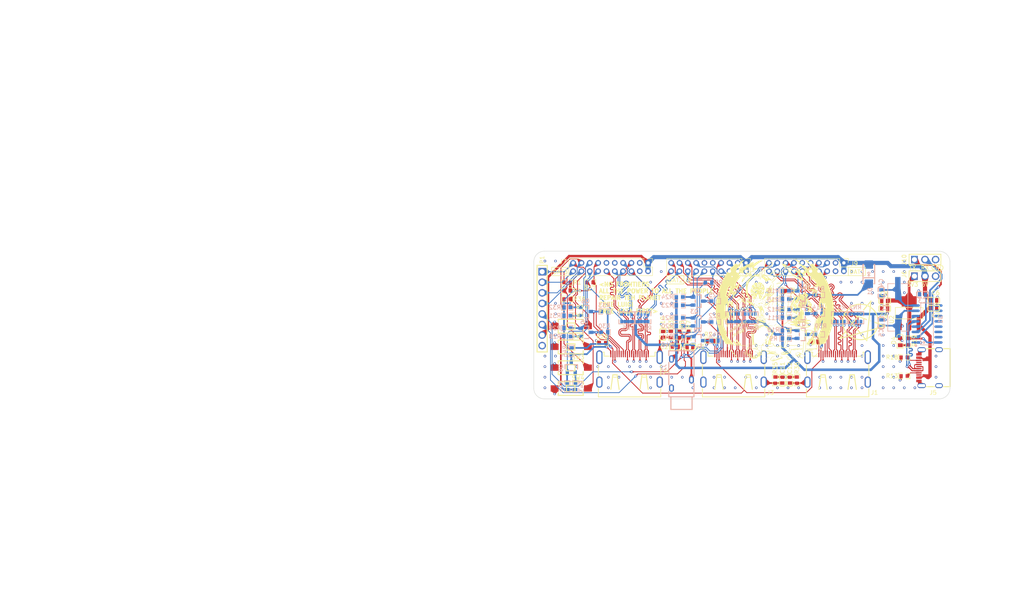
<source format=kicad_pcb>
(kicad_pcb (version 20240108) (generator "pcbnew") (generator_version "8.0")
  (title_block (title "3xHDMI") (date "2024-12-25") (rev "v1") (company "Kin Circuits"))
  (layers (0 "F.Cu" signal) (1 "In1.Cu" signal) (2 "In2.Cu" signal) (31 "B.Cu" signal) (34 "B.Paste" user) (35 "F.Paste" user) (36 "B.SilkS" user "B.Silkscreen") (37 "F.SilkS" user "F.Silkscreen") (38 "B.Mask" user) (39 "F.Mask" user) (44 "Edge.Cuts" user))
  (net 0 "")
  (net 1 "+5V")
  (net 2 "GND")
  (net 3 "Net-(C1-Pad1)")
  (net 4 "/PL_KEY1")
  (net 5 "/PL_KEY0")
  (net 6 "Net-(D1-K)")
  (net 7 "/AUDIO_L")
  (net 8 "/AUDIO_R")
  (net 9 "+3V3")
  (net 10 "Net-(D4-A)")
  (net 11 "/D+")
  (net 12 "/D-")
  (net 13 "Net-(C10-Pad1)")
  (net 15 "Net-(C11-Pad1)")
  (net 18 "Net-(Q1-G)")
  (net 19 "Net-(Q2-G)")
  (net 20 "Net-(J5-CC1)")
  (net 21 "Net-(J5-CC2)")
  (net 22 "/HDMI0_D0+")
  (net 23 "Net-(C2-Pad1)")
  (net 24 "/HDMI0_CK+")
  (net 25 "/SDA0")
  (net 26 "/HDMI0_D2+")
  (net 27 "/SCL0")
  (net 28 "/HDMI0_D1+")
  (net 29 "/HDMI0_CK-")
  (net 30 "/HDMI0_D0-")
  (net 31 "/HDMI0_D2-")
  (net 32 "/HDMI0_D1-")
  (net 33 "/HDMI0_SDA")
  (net 34 "/HDMI0_SCL")
  (net 36 "/HDMI0_HPD")
  (net 37 "/HDMI1_HPD")
  (net 38 "/HDMI1_D1-")
  (net 39 "/HDMI1_D2+")
  (net 40 "/HDMI1_CK+")
  (net 41 "/HDMI1_D0+")
  (net 42 "/HDMI1_D0-")
  (net 43 "/HDMI2_D1-")
  (net 44 "/HDMI1_CK-")
  (net 45 "/HDMI1_D1+")
  (net 46 "Net-(C12-Pad1)")
  (net 47 "/HDMI0_CEC")
  (net 48 "/SDA1")
  (net 50 "/SCL1")
  (net 51 "/HDMI1_D2-")
  (net 52 "/HDMI2_CK+")
  (net 53 "/HDMI2_D2+")
  (net 54 "/HDMI2_D2-")
  (net 55 "/SDA2")
  (net 56 "/HDMI2_HPD")
  (net 57 "/SCL2")
  (net 58 "/HDMI2_D0+")
  (net 60 "/HDMI2_D0-")
  (net 61 "/HDMI2_CK-")
  (net 62 "/HDMI2_D1+")
  (net 65 "Net-(Q3-G)")
  (net 66 "/HDMI1_SDA")
  (net 67 "Net-(Q4-G)")
  (net 68 "/HDMI1_SCL")
  (net 69 "/HDMI2_SDA")
  (net 70 "Net-(Q5-G)")
  (net 71 "/HDMI2_SCL")
  (net 72 "Net-(Q6-G)")
  (net 73 "/HDMI1_CEC")
  (net 74 "/HDMI2_CEC")
  (net 75 "/PL_KEY3")
  (net 76 "/PL_KEY2")
  (net 77 "Net-(U1-V3)")
  (net 78 "Net-(U1-XO)")
  (net 79 "Net-(U1-XI)")
  (net 80 "/TXD")
  (net 81 "/RXD")
  (net 89 "/HPD0")
  (net 90 "/HPD1")
  (net 91 "/HPD2")
  (net 92 "Net-(Q7-G)")
  (net 93 "Net-(Q8-G)")
  (net 94 "Net-(Q9-G)")
  (footprint "kicad_lceda:R0603" (layer "F.Cu") (at 213.25 106 -90)
    (property "Reference" "R36")
    (property "Value" "1M")
  )
  (footprint "kicad_lceda:HDMI-SMD_HDMI-019S" (layer "F.Cu") (at 173 103.1)
    (property "Reference" "J4")
    (property "Value" "HDMI2-OUT")
  )
  (footprint "kicad_lceda:R0603" (layer "F.Cu") (at 192.5 96.5 180)
    (property "Reference" "R2")
    (property "Value" "100K")
  )
  (footprint "kicad_lceda:C0603" (layer "F.Cu") (at 209.75 106 90)
    (property "Reference" "C11")
    (property "Value" "103")
  )
  (footprint "kicad_lceda:C0603" (layer "F.Cu") (at 234.3 88.8 180)
    (property "Reference" "C9")
    (property "Value" "104")
  )
  (footprint "kicad_lceda:R0603" (layer "F.Cu") (at 163.5 82.5 180)
    (property "Reference" "R27")
    (property "Value" "27K")
  )
  (footprint "kicad_lceda:R0603" (layer "F.Cu") (at 183 95 -90)
    (property "Reference" "R34")
    (property "Value" "1M")
  )
  (footprint "kicad_lceda:HDR-TH_3P-P2.54-V-M-1" (layer "F.Cu") (at 244 81)
    (property "Reference" "J6")
    (property "Value" "POWER_O")
  )
  (footprint "EBAZEXT:EBAZEXT-DAT" (layer "F.Cu") (at 176.07 78.26 -90)
    (property "Reference" "J7")
    (property "Value" "DATA3")
  )
  (footprint "EBAZEXT:EBAZEXT-DAT" (layer "F.Cu") (at 199.62 78.26 -90)
    (property "Reference" "J8")
    (property "Value" "DATA2")
  )
  (footprint "kicad_lceda:R0603" (layer "F.Cu") (at 240 96.753 -90)
    (property "Reference" "R19")
    (property "Value" "1K")
  )
  (footprint "kicad_lceda:C0603" (layer "F.Cu") (at 187.5 98)
    (property "Reference" "C1")
    (property "Value" "104")
  )
  (footprint "kicad_lceda:SOT-223-4_L6.5-W3.5-P2.30-LS7.0-BR" (layer "F.Cu") (at 240.2 89.9 -90)
    (property "Reference" "U2")
    (property "Value" "AMS1117-3.3")
  )
  (footprint "kicad_lceda:R0603" (layer "F.Cu") (at 217.5 96.8 180)
    (property "Reference" "R3" (hide yes))
    (property "Value" "100K")
  )
  (footprint "kicad_lceda:R0603" (layer "F.Cu") (at 211.2 84.5 180)
    (property "Reference" "R6" (hide yes))
    (property "Value" "27K")
  )
  (footprint "kicad_lceda:SW-SMD_L6.0-W3.3-LS8.0" (layer "F.Cu") (at 159 103)
    (property "Reference" "SW3")
    (property "Value" "KEY")
  )
  (footprint "kicad_lceda:R0603" (layer "F.Cu") (at 185 95 -90)
    (property "Reference" "R8")
    (property "Value" "3K3")
  )
  (footprint "kicad_lceda:R0603" (layer "F.Cu") (at 187.203 95 -90)
    (property "Reference" "R7")
    (property "Value" "3K3")
  )
  (footprint "kicad_lceda:HDR-TH_3P-P2.54-V-M-1" (layer "F.Cu") (at 244 77)
    (property "Reference" "J10")
    (property "Value" "SERIAL")
  )
  (footprint "kicad_lceda:R0603" (layer "F.Cu") (at 158 86.5 180)
    (property "Reference" "R38")
    (property "Value" "10K")
  )
  (footprint "kicad_lceda:C0603" (layer "F.Cu") (at 234.3 86.9 180)
    (property "Reference" "C8")
    (property "Value" "106")
  )
  (footprint "EBAZEXT:EBAZEXT-DAT" (layer "F.Cu") (at 223.12 78.26 -90)
    (property "Reference" "J9")
    (property "Value" "DATA1")
  )
  (footprint "kicad_lceda:SW-SMD_L6.0-W3.3-LS8.0" (layer "F.Cu") (at 159 108)
    (property "Reference" "SW4")
    (property "Value" "KEY")
  )
  (footprint "kicad_lceda:C0603" (layer "F.Cu") (at 181 95 90)
    (property "Reference" "C10")
    (property "Value" "103")
  )
  (footprint "EBAZEXT:img" (layer "F.Cu") (at 208 89.5)
    (property "Reference" "G***" (hide yes))
    (property "Value" "LOGO" (hide yes))
  )
  (footprint "kicad_lceda:R0603" (layer "F.Cu") (at 158 82.5)
    (property "Reference" "R1")
    (property "Value" "10K")
  )
  (footprint "kicad_lceda:HDMI-SMD_HDMI-019S" (layer "F.Cu") (at 198 103.1)
    (property "Reference" "J3")
    (property "Value" "HDMI1-OUT")
  )
  (footprint "kicad_lceda:R0603" (layer "F.Cu") (at 208 106 -90)
    (property "Reference" "R35")
    (property "Value" "1M")
  )
  (footprint "kicad_lceda:HDR-TH_8P-P2.54-V-F-1" (layer "F.Cu") (at 152 88.81 -90)
    (property "Reference" "P1")
    (property "Value" "Header-Female-2.54_1x8")
  )
  (footprint "kicad_lceda:R0603" (layer "F.Cu") (at 158 84.5)
    (property "Reference" "R4")
    (property "Value" "10K")
  )
  (footprint "kicad_lceda:R0603" (layer "F.Cu") (at 158 88.5)
    (property "Reference" "R37")
    (property "Value" "10K")
  )
  (footprint "kicad_lceda:HDMI-SMD_HDMI-019S" (layer "F.Cu") (at 223 103.1)
    (property "Reference" "J1")
    (property "Value" "HDMI0-OUT")
  )
  (footprint "kicad_lceda:SW-SMD_L6.0-W3.3-LS8.0" (layer "F.Cu") (at 159 98)
    (property "Reference" "SW2")
    (property "Value" "KEY")
  )
  (footprint "kicad_lceda:R0603" (layer "F.Cu") (at 239 105 180)
    (property "Reference" "R13")
    (property "Value" "5K1")
  )
  (footprint "kicad_lceda:C0603" (layer "F.Cu") (at 246.1 86.8)
    (property "Reference" "C6")
    (property "Value" "106")
  )
  (footprint "kicad_lceda:R0603" (layer "F.Cu") (at 239 100.5 180)
    (property "Reference" "R18")
    (property "Value" "5K1")
  )
  (footprint "kicad_lceda:SW-SMD_L6.0-W3.3-LS8.0" (layer "F.Cu") (at 159 93)
    (property "Reference" "SW1")
    (property "Value" "KEY")
  )
  (footprint "kicad_lceda:R0603" (layer "F.Cu") (at 166.5 97 180)
    (property "Reference" "R26")
    (property "Value" "100K")
  )
  (footprint "kicad_lceda:USB-C-SMD_KH-TYPE-C-16P" (layer "F.Cu") (at 244.9565 103 90)
    (property "Reference" "J5")
    (property "Value" "KH-TYPE-C-16P")
  )
  (footprint "kicad_lceda:C0603" (layer "F.Cu") (at 211.5 106 90)
    (property "Reference" "C12")
    (property "Value" "103")
  )
  (footprint "kicad_lceda:C0603" (layer "F.Cu") (at 184 98 180)
    (property "Reference" "C2")
    (property "Value" "104")
  )
  (footprint "kicad_lceda:LED0603-FD" (layer "F.Cu") (at 238 96.753 90)
    (property "Reference" "D4")
    (property "Value" "LED")
  )
  (footprint "kicad_lceda:C0603" (layer "F.Cu") (at 246.1 88.7)
    (property "Reference" "C7")
    (property "Value" "104")
  )
  (footprint "kicad_lceda:R0603" (layer "B.Cu") (at 185 91)
    (property "Reference" "R21")
    (property "Value" "2K2")
  )
  (footprint "kicad_lceda:SOIC-16_L9.9-W3.9-P1.27-LS6.0-BL" (layer "B.Cu") (at 244.5 92.5 90)
    (property "Reference" "U1")
    (property "Value" "CH340G")
  )
  (footprint "kicad_lceda:SOT-23_L2.9-W1.3-P1.90-LS2.4-BR" (layer "B.Cu") (at 214.5 90 180)
    (property "Reference" "Q1")
    (property "Value" "AO3400")
  )
  (footprint "kicad_lceda:SOT-23_L2.9-W1.3-P1.90-LS2.4-BR" (layer "B.Cu") (at 189.5 96.5 180)
    (property "Reference" "Q8")
    (property "Value" "AO3400")
  )
  (footprint "kicad_lceda:RES-ARRAY-SMD_0603-8P-L3.2-W1.6-BL" (layer "B.Cu") (at 227.4 91 180)
    (property "Reference" "RN2")
    (property "Value" "49.9R")
  )
  (footprint "kicad_lceda:R0603" (layer "B.Cu") (at 185 88)
    (property "Reference" "R23")
    (property "Value" "10K")
  )
  (footprint "kicad_lceda:R0603" (layer "B.Cu") (at 158 88.5)
    (property "Reference" "R32")
    (property "Value" "2K2")
  )
  (footprint "kicad_lceda:R0603" (layer "B.Cu") (at 210.5 89)
    (property "Reference" "R12")
    (property "Value" "2K2")
  )
  (footprint "kicad_lceda:R0603" (layer "B.Cu") (at 192 82.5 180)
    (property "Reference" "R5")
    (property "Value" "27K")
  )
  (footprint "kicad_lceda:R0603" (layer "B.Cu") (at 158 90.5)
    (property "Reference" "R31")
    (property "Value" "10K")
  )
  (footprint "kicad_lceda:AUDIO-TH_PJ-3200" (layer "B.Cu") (at 185.476 104.4125 90)
    (property "Reference" "J2")
    (property "Value" "PJ-3200")
  )
  (footprint "kicad_lceda:R0603" (layer "B.Cu") (at 210.5 84.5)
    (property "Reference" "R16")
    (property "Value" "2K2")
  )
  (footprint "kicad_lceda:C0603" (layer "B.Cu") (at 243.4 85.4 180)
    (property "Reference" "C3")
    (property "Value" "104")
  )
  (footprint "kicad_lceda:R0603" (layer "B.Cu") (at 185 86)
    (property "Reference" "R24")
    (property "Value" "2K2")
  )
  (footprint "kicad_lceda:RES-ARRAY-SMD_0603-8P-L3.2-W1.6-BL" (layer "B.Cu") (at 202 91)
    (property "Reference" "RN4")
    (property "Value" "49.9R")
  )
  (footprint "kicad_lceda:SOT-23_L2.9-W1.3-P1.90-LS2.4-BR" (layer "B.Cu") (at 159 103 -90)
    (property "Reference" "Q9")
    (property "Value" "AO3400")
  )
  (footprint "kicad_lceda:C0603" (layer "B.Cu") (at 233.4625 85 -90)
    (property "Reference" "C4")
    (property "Value" "22P")
  )
  (footprint "kicad_lceda:R0603" (layer "B.Cu") (at 159 99 -90)
    (property "Reference" "R45")
    (property "Value" "2K2")
  )
  (footprint "kicad_lceda:DO-214AC_L4.3-W2.7-LS5.3-RD" (layer "B.Cu") (at 230.5 80.5 90)
    (property "Reference" "D1")
    (property "Value" "SS34")
  )
  (footprint "kicad_lceda:R0603" (layer "B.Cu") (at 193.5 87 180)
    (property "Reference" "R25")
    (property "Value" "2K2")
  )
  (footprint "kicad_lceda:SOT-23_L2.9-W1.3-P1.90-LS2.4-BR" (layer "B.Cu") (at 214.5 85.5 180)
    (property "Reference" "Q2")
    (property "Value" "AO3400")
  )
  (footprint "kicad_lceda:R0603" (layer "B.Cu") (at 210.5 96)
    (property "Reference" "R9")
    (property "Value" "10K")
  )
  (footprint "kicad_lceda:R0603" (layer "B.Cu") (at 185 93)
    (property "Reference" "R20")
    (property "Value" "10K")
  )
  (footprint "kicad_lceda:SOT-23_L2.9-W1.3-P1.90-LS2.4-BR" (layer "B.Cu") (at 214.5 95 180)
    (property "Reference" "Q7")
    (property "Value" "AO3400")
  )
  (footprint "kicad_lceda:R0603" (layer "B.Cu") (at 185 95.5)
    (property "Reference" "R41")
    (property "Value" "2K2")
  )
  (footprint "kicad_lceda:RES-ARRAY-SMD_0603-8P-L3.2-W1.6-BL" (layer "B.Cu") (at 172.3 91)
    (property "Reference" "RN5")
    (property "Value" "49.9R")
  )
  (footprint "kicad_lceda:R0603" (layer "B.Cu") (at 210.5 91)
    (property "Reference" "R11")
    (property "Value" "10K")
  )
  (footprint "kicad_lceda:R0603" (layer "B.Cu") (at 158 93.5)
    (property "Reference" "R29")
    (property "Value" "2K2")
  )
  (footprint "kicad_lceda:SOT-23_L2.9-W1.3-P1.90-LS2.4-BR" (layer "B.Cu") (at 162.5 94.5 180)
    (property "Reference" "Q5")
    (property "Value" "AO3400")
  )
  (footprint "kicad_lceda:R0603" (layer "B.Cu") (at 218.5 90 180)
    (property "Reference" "R14")
    (property "Value" "2K2")
  )
  (footprint "kicad_lceda:R0603" (layer "B.Cu") (at 167 89.5 180)
    (property "Reference" "R33")
    (property "Value" "2K2")
  )
  (footprint "kicad_lceda:C0603" (layer "B.Cu") (at 233.4625 92.2 90)
    (property "Reference" "C5")
    (property "Value" "22P")
  )
  (footprint "kicad_lceda:RES-ARRAY-SMD_0603-8P-L3.2-W1.6-BL" (layer "B.Cu") (at 176.25 91)
    (property "Reference" "RN6")
    (property "Value" "49.9R")
  )
  (footprint "kicad_lceda:RES-ARRAY-SMD_0603-8P-L3.2-W1.6-BL" (layer "B.Cu") (at 223.4 91 180)
    (property "Reference" "RN1")
    (property "Value" "49.9R")
  )
  (footprint "kicad_lceda:R0603" (layer "B.Cu") (at 167 94.5 180)
    (property "Reference" "R30")
    (property "Value" "2K2")
  )
  (footprint "kicad_lceda:RES-ARRAY-SMD_0603-8P-L3.2-W1.6-BL" (layer "B.Cu") (at 198 91)
    (property "Reference" "RN3")
    (property "Value" "49.9R")
  )
  (footprint "kicad_lceda:R0603" (layer "B.Cu") (at 210.5 86.5)
    (property "Reference" "R15")
    (property "Value" "10K")
  )
  (footprint "kicad_lceda:R0603" (layer "B.Cu") (at 160 107.5 90)
    (property "Reference" "R43")
    (property "Value" "10K")
  )
  (footprint "kicad_lceda:R0603" (layer "B.Cu") (at 210.5 94)
    (property "Reference" "R10")
    (property "Value" "2K2")
  )
  (footprint "kicad_lceda:R0603" (layer "B.Cu") (at 158 107.5 90)
    (property "Reference" "R44")
    (property "Value" "2K2")
  )
  (footprint "kicad_lceda:R0603" (layer "B.Cu") (at 218.5 85.5 180)
    (property "Reference" "R17")
    (property "Value" "2K2")
  )
  (footprint "kicad_lceda:HC-49S_L11.4-W4.8" (layer "B.Cu") (at 237.4625 88.5 -90)
    (property "Reference" "X1")
    (property "Value" "12MHz")
  )
  (footprint "kicad_lceda:SOT-23_L2.9-W1.3-P1.90-LS2.4-BR" (layer "B.Cu") (at 189.5 92 180)
    (property "Reference" "Q3")
    (property "Value" "AO3400")
  )
  (footprint "kicad_lceda:R0603" (layer "B.Cu") (at 218.5 95 180)
    (property "Reference" "R39")
    (property "Value" "2K2")
  )
  (footprint "kicad_lceda:R0603" (layer "B.Cu") (at 193.5 92 180)
    (property "Reference" "R22")
    (property "Value" "2K2")
  )
  (footprint "kicad_lceda:R0603" (layer "B.Cu") (at 193.5 96.5 180)
    (property "Reference" "R42")
    (property "Value" "2K2")
  )
  (footprint "kicad_lceda:R0603" (layer "B.Cu") (at 185 97.5)
    (property "Reference" "R40")
    (property "Value" "10K")
  )
  (footprint "kicad_lceda:SOT-23_L2.9-W1.3-P1.90-LS2.4-BR" (layer "B.Cu") (at 189.5 87 180)
    (property "Reference" "Q4")
    (property "Value" "AO3400")
  )
  (footprint "kicad_lceda:R0603" (layer "B.Cu") (at 158 95.5)
    (property "Reference" "R28")
    (property "Value" "10K")
  )
  (footprint "kicad_lceda:SOT-23_L2.9-W1.3-P1.90-LS2.4-BR" (layer "B.Cu") (at 162.5 89.5 180)
    (property "Reference" "Q6")
    (property "Value" "AO3400")
  )
  (gr_circle (center 228.5 92) (end 230 88) (stroke (width 0.25)) (fill none) (layer "F.SilkS"))
  (gr_line (start 230 96.5) (end 231 87) (stroke (width 0.25)) (layer "F.SilkS"))
  (gr_line (start 223.5 96) (end 234.5 93) (stroke (width 0.25)) (layer "F.SilkS"))
  (gr_line (start 224.5 90) (end 230 96.5) (stroke (width 0.25)) (layer "F.SilkS"))
  (gr_line (start 231 87) (end 223.5 96) (stroke (width 0.25) (type dash_dot)) (layer "F.SilkS"))
  (gr_line (start 234.5 93) (end 223 89) (stroke (width 0.25) (type dash_dot)) (layer "F.SilkS"))
  (gr_rect (start 181.958863 80.872335) (end 186.058863 82.872335) (stroke (width 0.1524)) (fill none) (layer "F.SilkS"))
  (gr_rect (start 154.29 78.86) (end 158.39 80.86) (stroke (width 0.1524)) (fill none) (layer "F.SilkS"))
  (gr_rect (start 225.56 78.86) (end 229.66 80.86) (stroke (width 0.1524)) (fill none) (layer "F.SilkS"))
  (gr_line (start 250.00626 108.003131) (end 250 77.5) (stroke (width 0.1)) (layer "Edge.Cuts"))
  (gr_line (start 247.4 110.5) (end 152.499673 110.5) (stroke (width 0.1)) (layer "Edge.Cuts"))
  (gr_arc (start 250.00626 108.003131) (mid 249.207328 109.777834) (end 247.4 110.5) (stroke (width 0.1)) (layer "Edge.Cuts"))
  (gr_arc (start 152.499673 110.5) (mid 150.731294 109.767127) (end 149.999673 107.998218) (stroke (width 0.1)) (layer "Edge.Cuts"))
  (gr_arc (start 150.000759 77.496804) (mid 150.732994 75.729055) (end 152.500759 74.996804) (stroke (width 0.1)) (layer "Edge.Cuts"))
  (gr_line (start 149.999673 107.998218) (end 150.000759 77.496804) (stroke (width 0.1)) (layer "Edge.Cuts"))
  (gr_arc (start 247.4 75) (mid 249.203469 75.726392) (end 250 77.5) (stroke (width 0.1)) (layer "Edge.Cuts"))
  (gr_line (start 152.500759 74.996804) (end 247.4 75) (stroke (width 0.1)) (layer "Edge.Cuts"))
  (gr_text "<NO FRONTIERS\nALL THE POWER TO ALL THE PEOPLE\nREPAIR TEH PLANET\nFREE LUIGI\nFREE GAZA FIRST>" (at 165.5 90 0) (layer "F.SilkS") (effects (font (size 1 1) (thickness 0.25) (bold yes)) (justify left bottom)))
  (gr_text "TX" (at 241 79 0) (layer "F.SilkS") (effects (font (size 1 1))))
  (gr_text "DAT2" (at 184.058863 81.972335 0) (layer "F.SilkS") (effects (font (size 1 1) (thickness 0.1524))))
  (gr_text "DAT3" (at 156.39 79.96 0) (layer "F.SilkS") (effects (font (size 1 1) (thickness 0.1524))))
  (gr_text "DAT1" (at 227.66 79.96 0) (layer "F.SilkS") (effects (font (size 1 1) (thickness 0.1524))))
  (gr_text "RX" (at 244 79 0) (layer "F.SilkS") (effects (font (size 1 1))))
  (gr_text "3V3" (at 241 83 0) (layer "F.SilkS") (effects (font (size 1 1))))
  (gr_text "GND" (at 247 79 0) (layer "F.SilkS") (effects (font (size 1 1))))
  (gr_text "5V" (at 244 83 0) (layer "F.SilkS") (effects (font (size 1 1))))
  (segment (start 242.5 91.2) (end 245.4 88.3) (width 1) (layer "F.Cu") (net 1))
  (segment (start 244.3 100.8) (end 244.29 100.81) (width 0.2) (layer "F.Cu") (net 1))
  (segment (start 245.2 95.435) (end 245.2 105) (width 0.8) (layer "F.Cu") (net 1))
  (segment (start 158.476472 76.175) (end 175.825 76.175) (width 0.6) (layer "F.Cu") (net 1))
  (segment (start 242.68725 105.39575) (end 242.5415 105.25) (width 0.2) (layer "F.Cu") (net 1))
  (segment (start 243.6 104.7) (end 243.8 104.7) (width 0.2) (layer "F.Cu") (net 1))
  (segment (start 175.825 76.175) (end 177.45 77.8) (width 0.6) (layer "F.Cu") (net 1))
  (segment (start 243.0415 100.45) (end 243.4015 100.81) (width 0.2) (layer "F.Cu") (net 1))
  (segment (start 243.5 105.1) (end 243.5 104.7) (width 0.2) (layer "F.Cu") (net 1))
  (segment (start 243.531551 105.09) (end 243.7 105.09) (width 0.2) (layer "F.Cu") (net 1))
  (segment (start 243.4015 100.81) (end 244.29 100.81) (width 0.2) (layer "F.Cu") (net 1))
  (segment (start 243.7 101.3) (end 243.6 101.2) (width 0.2) (layer "F.Cu") (net 1))
  (segment (start 245.2 105) (end 244.8 105.4) (width 0.8) (layer "F.Cu") (net 1))
  (segment (start 243.7 105.09) (end 243.8 105.19) (width 0.2) (layer "F.Cu") (net 1))
  (segment (start 242.5415 100.75) (end 243.3915 100.75) (width 0.2) (layer "F.Cu") (net 1))
  (segment (start 243.7 104.921551) (end 243.7 105.09) (width 0.2) (layer "F.Cu") (net 1))
  (segment (start 153.4 93.76) (end 153.4 81.251472) (width 0.6) (layer "F.Cu") (net 1))
  (segment (start 244 85.4) (end 244 81) (width 1) (layer "F.Cu") (net 1))
  (segment (start 243.4915 101.3) (end 243.7 101.3) (width 0.2) (layer "F.Cu") (net 1))
  (segment (start 245.4 86.8) (end 244 85.4) (width 1) (layer "F.Cu") (net 1))
  (segment (start 245.4 88.3) (end 245.4 86.8) (width 1) (layer "F.Cu") (net 1))
  (segment (start 243.7 100.8915) (end 243.7 100.81) (width 0.2) (layer "F.Cu") (net 1))
  (segment (start 242.5 92.735) (end 245.2 95.435) (width 0.8) (layer "F.Cu") (net 1))
  (segment (start 153.4 81.251472) (end 158.476472 76.175) (width 0.6) (layer "F.Cu") (net 1))
  (segment (start 243.6 101.2) (end 243.6 101.0085) (width 0.2) (layer "F.Cu") (net 1))
  (segment (start 243.4015 105.19) (end 243.8 105.19) (width 0.2) (layer "F.Cu") (net 1))
  (segment (start 243.4515 100.81) (end 243.7 100.81) (width 0.2) (layer "F.Cu") (net 1))
  (segment (start 243.3915 100.8) (end 243.5915 101) (width 0.2) (layer "F.Cu") (net 1))
  (segment (start 242.5915 105.2) (end 243.4 105.2) (width 0.2) (layer "F.Cu") (net 1))
  (segment (start 243.4915 100.8) (end 243.4915 101.3) (width 0.2) (layer "F.Cu") (net 1))
  (segment (start 242.59575 105.30425) (end 243.317301 105.30425) (width 0.2) (layer "F.Cu") (net 1))
  (segment (start 243.3915 100.75) (end 243.4515 100.81) (width 0.2) (layer "F.Cu") (net 1))
  (segment (start 243.5915 101) (end 243.7 100.8915) (width 0.2) (layer "F.Cu") (net 1))
  (segment (start 243.4515 100.81) (end 244.29 100.81) (width 0.2) (layer "F.Cu") (net 1))
  (segment (start 243.0415 105.55) (end 243.4015 105.19) (width 0.2) (layer "F.Cu") (net 1))
  (segment (start 242.5415 105.25) (end 242.59575 105.30425) (width 0.2) (layer "F.Cu") (net 1))
  (segment (start 243.5 104.7) (end 243.6 104.7) (width 0.2) (layer "F.Cu") (net 1))
  (segment (start 243.317301 105.30425) (end 243.531551 105.09) (width 0.2) (layer "F.Cu") (net 1))
  (segment (start 243.6 104.7) (end 243.6 104.821551) (width 0.2) (layer "F.Cu") (net 1))
  (segment (start 243.6 104.821551) (end 243.7 104.921551) (width 0.2) (layer "F.Cu") (net 1))
  (segment (start 242.5915 100.8) (end 243.3915 100.8) (width 0.2) (layer "F.Cu") (net 1))
  (segment (start 242.5 93.15) (end 242.5 91.2) (width 1) (layer "F.Cu") (net 1))
  (segment (start 152 95.16) (end 153.4 93.76) (width 0.6) (layer "F.Cu") (net 1))
  (segment (start 243.7 100.81) (end 244.29 100.81) (width 0.2) (layer "F.Cu") (net 1))
  (segment (start 202.375 76.425) (end 223.125 76.425) (width 1) (layer "B.Cu") (net 1))
  (segment (start 235.017081 77.8) (end 235.817081 78.6) (width 1) (layer "B.Cu") (net 1))
  (segment (start 242.872792 78.6) (end 244 79.727208) (width 1) (layer "B.Cu") (net 1))
  (segment (start 199.625 76.425) (end 178.825 76.425) (width 1) (layer "B.Cu") (net 1))
  (segment (start 201 77.8) (end 202.375 76.425) (width 1) (layer "B.Cu") (net 1))
  (segment (start 224.5 77.8) (end 235.017081 77.8) (width 1) (layer "B.Cu") (net 1))
  (segment (start 224.5 77.8) (end 224.5 79.8) (width 1) (layer "B.Cu") (net 1))
  (segment (start 244 79.727208) (end 244 81) (width 1) (layer "B.Cu") (net 1))
  (segment (start 223.125 76.425) (end 224.5 77.8) (width 1) (layer "B.Cu") (net 1))
  (segment (start 178.825 76.425) (end 177.45 77.8) (width 1) (layer "B.Cu") (net 1))
  (segment (start 201 77.8) (end 199.625 76.425) (width 1) (layer "B.Cu") (net 1))
  (segment (start 235.817081 78.6) (end 242.872792 78.6) (width 1) (layer "B.Cu") (net 1))
  (segment (start 177.45 77.8) (end 177.45 79.8) (width 1) (layer "B.Cu") (net 1))
  (segment (start 201 79.8) (end 201 77.8) (width 1) (layer "B.Cu") (net 1))
  (segment (start 183 94.247) (end 181.053 94.247) (width 0.4) (layer "F.Cu") (net 2))
  (segment (start 199.001 99.721) (end 199.001 101.499) (width 0.2) (layer "F.Cu") (net 2))
  (segment (start 183 96.656002) (end 183.3 96.956002) (width 0.4) (layer "F.Cu") (net 2))
  (segment (start 183.3 96.956002) (end 183.3 98) (width 0.4) (layer "F.Cu") (net 2))
  (segment (start 199.001 101.499) (end 199 101.5) (width 0.2) (layer "F.Cu") (net 2))
  (segment (start 174.001 101.499) (end 174 101.5) (width 0.2) (layer "F.Cu") (net 2))
  (segment (start 242.5415 99.65) (end 242.5415 99.33) (width 0.4) (layer "F.Cu") (net 2))
  (segment (start 172.5 99.721) (end 172.5 101.5) (width 0.2) (layer "F.Cu") (net 2))
  (segment (start 238 96) (end 238.5 96.5) (width 0.4) (layer "F.Cu") (net 2))
  (segment (start 191.747 96.5) (end 191.747 97.253) (width 0.4) (layer "F.Cu") (net 2))
  (segment (start 222.5 101.5) (end 222.5 99.721) (width 0.2) (layer "F.Cu") (net 2))
  (segment (start 242.5415 106.35) (end 242.5415 106.67) (width 0.4) (layer "F.Cu") (net 2))
  (segment (start 169.5 99.721) (end 169.5 101.5) (width 0.2) (layer "F.Cu") (net 2))
  (segment (start 219.5 99.721) (end 219.5 101.5) (width 0.2) (layer "F.Cu") (net 2))
  (segment (start 202.001 99.721) (end 202.001 101.499) (width 0.2) (layer "F.Cu") (net 2))
  (segment (start 224.001 99.721) (end 224.001 101.499) (width 0.2) (layer "F.Cu") (net 2))
  (segment (start 238.247 105) (end 238.247 105.753) (width 0.4) (layer "F.Cu") (net 2))
  (segment (start 246.8 88.7) (end 246.8 86.8) (width 0.4) (layer "F.Cu") (net 2))
  (segment (start 227.001 99.721) (end 227.001 101.499) (width 0.2) (layer "F.Cu") (net 2))
  (segment (start 194.5 99.721) (end 194.5 101.5) (width 0.2) (layer "F.Cu") (net 2))
  (segment (start 238.247 100.5) (end 238.247 101.253) (width 0.4) (layer "F.Cu") (net 2))
  (segment (start 191.747 97.253) (end 191.5 97.5) (width 0.4) (layer "F.Cu") (net 2))
  (segment (start 225.499 99.721) (end 225.499 101.499) (width 0.2) (layer "F.Cu") (net 2))
  (segment (start 200.499 99.721) (end 200.499 101.499) (width 0.2) (layer "F.Cu") (net 2))
  (segment (start 197.5 99.721) (end 197.5 101.5) (width 0.2) (layer "F.Cu") (net 2))
  (segment (start 238.247 101.253) (end 238 101.5) (width 0.4) (layer "F.Cu") (net 2))
  (segment (start 208 105.247) (end 213.25 105.247) (width 0.4) (layer "F.Cu") (net 2))
  (segment (start 242.5415 99.33) (end 243.1915 98.68) (width 0.4) (layer "F.Cu") (net 2))
  (segment (start 246.8 86.8) (end 246.8 86.2) (width 0.4) (layer "F.Cu") (net 2))
  (segment (start 155 109.324905) (end 154.999993 109.324912) (width 0.4) (layer "F.Cu") (net 2))
  (segment (start 155 108) (end 155 109.324905) (width 0.4) (layer "F.Cu") (net 2))
  (segment (start 165.5 97) (end 165 96.5) (width 0.2) (layer "F.Cu") (net 2))
  (segment (start 155 93) (end 155 92) (width 0.4) (layer "F.Cu") (net 2))
  (segment (start 175.499 99.721) (end 175.499 101.499) (width 0.2) (layer "F.Cu") (net 2))
  (segment (start 246.8 86.2) (end 247 86) (width 0.4) (layer "F.Cu") (net 2))
  (segment (start 237.9 92.735) (end 238.347502 92.735) (width 0.4) (layer "F.Cu") (net 2))
  (segment (start 242.5415 106.67) (end 243.1915 107.32) (width 0.4) (layer "F.Cu") (net 2))
  (segment (start 188.2 98) (end 188.2 98.5) (width 0.4) (layer "F.Cu") (net 2))
  (segment (start 238.247 105.753) (end 238 106) (width 0.4) (layer "F.Cu") (net 2))
  (segment (start 224.001 101.499) (end 224 101.5) (width 0.2) (layer "F.Cu") (net 2))
  (segment (start 225.499 101.499) (end 225.5 101.5) (width 0.2) (layer "F.Cu") (net 2))
  (segment (start 155 103) (end 155 102) (width 0.4) (layer "F.Cu") (net 2))
  (segment (start 174.001 99.721) (end 174.001 101.499) (width 0.2) (layer "F.Cu") (net 2))
  (segment (start 188.2 98.5) (end 187.7 99) (width 0.4) (layer "F.Cu") (net 2))
  (segment (start 233.6 86.9) (end 233.6 88) (width 0.4) (layer "F.Cu") (net 2))
  (segment (start 216.747 96.8) (end 216.747 97.253) (width 0.4) (layer "F.Cu") (net 2))
  (segment (start 177.001 101.499) (end 177 101.5) (width 0.2) (layer "F.Cu") (net 2))
  (segment (start 155 98) (end 155 97) (width 0.4) (layer "F.Cu") (net 2))
  (segment (start 233.6 88) (end 233.6 88.8) (width 0.4) (layer "F.Cu") (net 2))
  (segment (start 216.747 97.253) (end 216.5 97.5) (width 0.4) (layer "F.Cu") (net 2))
  (segment (start 177.001 99.721) (end 177.001 101.499) (width 0.2) (layer "F.Cu") (net 2))
  (segment (start 175.499 101.499) (end 175.5 101.5) (width 0.2) (layer "F.Cu") (net 2))
  (segment (start 238.347502 92.735) (end 238.612502 93) (width 0.4) (layer "F.Cu") (net 2))
  (segment (start 200.499 101.499) (end 200.5 101.5) (width 0.2) (layer "F.Cu") (net 2))
  (segment (start 202.001 101.499) (end 202 101.5) (width 0.2) (layer "F.Cu") (net 2))
  (via (at 211.085716 97.676) (size 0.6) (drill 0.3) (layers "F.Cu" "B.Cu") (net 2))
  (via (at 183 96.656002) (size 0.6) (drill 0.3) (layers "F.Cu" "B.Cu") (net 2))
  (via (at 234.5 91.5) (size 0.6) (drill 0.3) (layers "F.Cu" "B.Cu") (net 2))
  (via (at 180.605716 102.756) (size 0.6) (drill 0.3) (layers "F.Cu" "B.Cu") (net 2))
  (via (at 154.999993 109.324912) (size 0.6) (drill 0.3) (layers "F.Cu" "B.Cu") (net 2))
  (via (at 233.945716 97.676) (size 0.6) (drill 0.3) (layers "F.Cu" "B.Cu") (net 2))
  (via (at 234.5 85.5) (size 0.6) (drill 0.3) (layers "F.Cu" "B.Cu") (net 2))
  (via (at 193.305716 107.836) (size 0.6) (drill 0.3) (layers "F.Cu" "B.Cu") (net 2))
  (via (at 213.625716 100.216) (size 0.6) (drill 0.3) (layers "F.Cu" "B.Cu") (net 2))
  (via (at 188.225716 107.836) (size 0.6) (drill 0.3) (layers "F.Cu" "B.Cu") (net 2))
  (via (at 195.845716 105.296) (size 0.6) (drill 0.3) (layers "F.Cu" "B.Cu") (net 2))
  (via (at 238 106) (size 0.6) (drill 0.3) (layers "F.Cu" "B.Cu") (net 2))
  (via (at 233.945716 100.216) (size 0.6) (drill 0.3) (layers "F.Cu" "B.Cu") (net 2))
  (via (at 206.005716 90.056) (size 0.6) (drill 0.3) (layers "F.Cu" "B.Cu") (net 2))
  (via (at 208.545716 100.216) (size 0.6) (drill 0.3) (layers "F.Cu" "B.Cu") (net 2))
  (via (at 231.405716 87.516) (size 0.6) (drill 0.3) (layers "F.Cu" "B.Cu") (net 2))
  (via (at 231.405716 79.896) (size 0.6) (drill 0.3) (layers "F.Cu" "B.Cu") (net 2))
  (via (at 233.945716 102.756) (size 0.6) (drill 0.3) (layers "F.Cu" "B.Cu") (net 2))
  (via (at 218.705716 105.296) (size 0.6) (drill 0.3) (layers "F.Cu" "B.Cu") (net 2))
  (via (at 208.545716 107.836) (size 0.6) (drill 0.3) (layers "F.Cu" "B.Cu") (net 2))
  (via (at 193.305716 95.136) (size 0.6) (drill 0.3) (layers "F.Cu" "B.Cu") (net 2))
  (via (at 228.865716 100.216) (size 0.6) (drill 0.3) (layers "F.Cu" "B.Cu") (net 2))
  (via (at 187.7 99) (size 0.6) (drill 0.3) (layers "F.Cu" "B.Cu") (net 2))
  (via (at 200.5 101.5) (size 0.6) (drill 0.3) (layers "F.Cu" "B.Cu") (net 2))
  (via (at 243 97) (size 0.6) (drill 0.3) (layers "F.Cu" "B.Cu") (net 2))
  (via (at 206.005716 87.516) (size 0.6) (drill 0.3) (layers "F.Cu" "B.Cu") (net 2))
  (via (at 223.785716 105.296) (size 0.6) (drill 0.3) (layers "F.Cu" "B.Cu") (net 2))
  (via (at 226.325716 87.516) (size 0.6) (drill 0.3) (layers "F.Cu" "B.Cu") (net 2))
  (via (at 180.605716 90.056) (size 0.6) (drill 0.3) (layers "F.Cu" "B.Cu") (net 2))
  (via (at 246.645716 100.216) (size 0.6) (drill 0.3) (layers "F.Cu" "B.Cu") (net 2))
  (via (at 236.485716 105.296) (size 0.6) (drill 0.3) (layers "F.Cu" "B.Cu") (net 2))
  (via (at 238 101.5) (size 0.6) (drill 0.3) (layers "F.Cu" "B.Cu") (net 2))
  (via (at 193.305716 105.296) (size 0.6) (drill 0.3) (layers "F.Cu" "B.Cu") (net 2))
  (via (at 213.625716 107.836) (size 0.6) (drill 0.3) (layers "F.Cu" "B.Cu") (net 2))
  (via (at 236.485716 100.216) (size 0.6) (drill 0.3) (layers "F.Cu" "B.Cu") (net 2))
  (via (at 183.145716 105.296) (size 0.6) (drill 0.3) (layers "F.Cu" "B.Cu") (net 2))
  (via (at 172.985716 102.756) (size 0.6) (drill 0.3) (layers "F.Cu" "B.Cu") (net 2))
  (via (at 203.465716 97.676) (size 0.6) (drill 0.3) (layers "F.Cu" "B.Cu") (net 2))
  (via (at 191.5 97.5) (size 0.6) (drill 0.3) (layers "F.Cu" "B.Cu") (net 2))
  (via (at 155 97) (size 0.6) (drill 0.3) (layers "F.Cu" "B.Cu") (net 2))
  (via (at 233.945716 79.896) (size 0.6) (drill 0.3) (layers "F.Cu" "B.Cu") (net 2))
  (via (at 206.005716 84.976) (size 0.6) (drill 0.3) (layers "F.Cu" "B.Cu") (net 2))
  (via (at 160.285716 102.756) (size 0.6) (drill 0.3) (layers "F.Cu" "B.Cu") (net 2))
  (via (at 155 92) (size 0.6) (drill 0.3) (layers "F.Cu" "B.Cu") (net 2))
  (via (at 167.905716 107.836) (size 0.6) (drill 0.3) (layers "F.Cu" "B.Cu") (net 2))
  (via (at 227.001 101.499) (size 0.6) (drill 0.3) (layers "F.Cu" "B.Cu") (net 2))
  (via (at 183.145716 90.056) (size 0.6) (drill 0.3) (layers "F.Cu" "B.Cu") (net 2))
  (via (at 233.945716 105.296) (size 0.6) (drill 0.3) (layers "F.Cu" "B.Cu") (net 2))
  (via (at 203.465716 107.836) (size 0.6) (drill 0.3) (layers "F.Cu" "B.Cu") (net 2))
  (via (at 152.665716 105.296) (size 0.6) (drill 0.3) (layers "F.Cu" "B.Cu") (net 2))
  (via (at 213.625716 92.596) (size 0.6) (drill 0.3) (layers "F.Cu" "B.Cu") (net 2))
  (via (at 178.065716 82.436) (size 0.6) (drill 0.3) (layers "F.Cu" "B.Cu") (net 2))
  (via (at 178.065716 105.296) (size 0.6) (drill 0.3) (layers "F.Cu" "B.Cu") (net 2))
  (via (at 208.545716 97.676) (size 0.6) (drill 0.3) (layers "F.Cu" "B.Cu") (net 2))
  (via (at 216.165716 92.596) (size 0.6) (drill 0.3) (layers "F.Cu" "B.Cu") (net 2))
  (via (at 246.645716 105.296) (size 0.6) (drill 0.3) (layers "F.Cu" "B.Cu") (net 2))
  (via (at 233.945716 95.136) (size 0.6) (drill 0.3) (layers "F.Cu" "B.Cu") (net 2))
  (via (at 185.685716 105.296) (size 0.6) (drill 0.3) (layers "F.Cu" "B.Cu") (net 2))
  (via (at 239.025716 77.356) (size 0.6) (drill 0.3) (layers "F.Cu" "B.Cu") (net 2))
  (via (at 218.705716 107.836) (size 0.6) (drill 0.3) (layers "F.Cu" "B.Cu") (net 2))
  (via (at 203.465716 82.436) (size 0.6) (drill 0.3) (layers "F.Cu" "B.Cu") (net 2))
  (via (at 193.305716 90.056) (size 0.6) (drill 0.3) (layers "F.Cu" "B.Cu") (net 2))
  (via (at 233.945716 82.436) (size 0.6) (drill 0.3) (layers "F.Cu" "B.Cu") (net 2))
  (via (at 180.605716 87.516) (size 0.6) (drill 0.3) (layers "F.Cu" "B.Cu") (net 2))
  (via (at 228.865716 87.516) (size 0.6) (drill 0.3) (layers "F.Cu" "B.Cu") (net 2))
  (via (at 239.025716 82.436) (size 0.6) (drill 0.3) (layers "F.Cu" "B.Cu") (net 2))
  (via (at 246.645716 102.756) (size 0.6) (drill 0.3) (layers "F.Cu" "B.Cu") (net 2))
  (via (at 210.5 105.247) (size 0.6) (drill 0.3) (layers "F.Cu" "B.Cu") (net 2))
  (via (at 225.5 101.5) (size 0.6) (drill 0.3) (layers "F.Cu" "B.Cu") (net 2))
  (via (at 197.5 101.5) (size 0.6) (drill 0.3) (layers "F.Cu" "B.Cu") (net 2))
  (via (at 165 96.5) (size 0.6) (drill 0.3) (layers "F.Cu" "B.Cu") (net 2))
  (via (at 239.025716 107.836) (size 0.6) (drill 0.3) (layers "F.Cu" "B.Cu") (net 2))
  (via (at 238.5 96.5) (size 0.6) (drill 0.3) (layers "F.Cu" "B.Cu") (net 2))
  (via (at 155.205716 87.516) (size 0.6) (drill 0.3) (layers "F.Cu" "B.Cu") (net 2))
  (via (at 167.905716 102.756) (size 0.6) (drill 0.3) (layers "F.Cu" "B.Cu") (net 2))
  (via (at 155.205716 77.356) (size 0.6) (drill 0.3) (layers "F.Cu" "B.Cu") (net 2))
  (via (at 155.205716 90.056) (size 0.6) (drill 0.3) (layers "F.Cu" "B.Cu") (net 2))
  (via (at 226.325716 79.896) (size 0.6) (drill 0.3) (layers "F.Cu" "B.Cu") (net 2))
  (via (at 183.145716 84.976) (size 0.6) (drill 0.3) (layers "F.Cu" "B.Cu") (net 2))
  (via (at 228.865716 79.896) (size 0.6) (drill 0.3) (layers "F.Cu" "B.Cu") (net 2))
  (via (at 155 102) (size 0.6) (drill 0.3) (layers "F.Cu" "B.Cu") (net 2))
  (via (at 216.5 97.5) (size 0.6) (drill 0.3) (layers "F.Cu" "B.Cu") (net 2))
  (via (at 222.5 101.5) (size 0.6) (drill 0.3) (layers "F.Cu" "B.Cu") (net 2))
  (via (at 183.145716 87.516) (size 0.6) (drill 0.3) (layers "F.Cu" "B.Cu") (net 2))
  (via (at 167.905716 105.296) (size 0.6) (drill 0.3) (layers "F.Cu" "B.Cu") (net 2))
  (via (at 238.612502 93) (size 0.6) (drill 0.3) (layers "F.Cu" "B.Cu") (net 2))
  (via (at 213.625716 97.676) (size 0.6) (drill 0.3) (layers "F.Cu" "B.Cu") (net 2))
  (via (at 200.925716 105.296) (size 0.6) (drill 0.3) (layers "F.Cu" "B.Cu") (net 2))
  (via (at 233.6 88) (size 0.6) (drill 0.3) (layers "F.Cu" "B.Cu") (net 2))
  (via (at 226.325716 105.296) (size 0.6) (drill 0.3) (layers "F.Cu" "B.Cu") (net 2))
  (via (at 242.5 84.5) (size 0.6) (drill 0.3) (layers "F.Cu" "B.Cu") (net 2))
  (via (at 155.205716 95.136) (size 0.6) (drill 0.3) (layers "F.Cu" "B.Cu") (net 2))
  (via (at 203.465716 105.296) (size 0.6) (drill 0.3) (layers "F.Cu" "B.Cu") (net 2))
  (via (at 241.565716 107.836) (size 0.6) (drill 0.3) (layers "F.Cu" "B.Cu") (net 2))
  (via (at 194.5 101.5) (size 0.6) (drill 0.3) (layers "F.Cu" "B.Cu") (net 2))
  (via (at 236.485716 79.896) (size 0.6) (drill 0.3) (layers "F.Cu" "B.Cu") (net 2))
  (via (at 178.065716 102.756) (size 0.6) (drill 0.3) (layers "F.Cu" "B.Cu") (net 2))
  (via (at 175.525716 102.756) (size 0.6) (drill 0.3) (layers "F.Cu" "B.Cu") (net 2))
  (via (at 228.865716 82.436) (size 0.6) (drill 0.3) (layers "F.Cu" "B.Cu") (net 2))
  (via (at 236.485716 97.676) (size 0.6) (drill 0.3) (layers "F.Cu" "B.Cu") (net 2))
  (via (at 195.845716 107.836) (size 0.6) (drill 0.3) (layers "F.Cu" "B.Cu") (net 2))
  (via (at 202 101.5) (size 0.6) (drill 0.3) (layers "F.Cu" "B.Cu") (net 2))
  (via (at 152.665716 100.216) (size 0.6) (drill 0.3) (layers "F.Cu" "B.Cu") (net 2))
  (via (at 174 101.5) (size 0.6) (drill 0.3) (layers "F.Cu" "B.Cu") (net 2))
  (via (at 223.785716 107.836) (size 0.6) (drill 0.3) (layers "F.Cu" "B.Cu") (net 2))
  (via (at 155.205716 100.216) (size 0.6) (drill 0.3) (layers "F.Cu" "B.Cu") (net 2))
  (via (at 221.245716 105.296) (size 0.6) (drill 0.3) (layers "F.Cu" "B.Cu") (net 2))
  (via (at 228.865716 105.296) (size 0.6) (drill 0.3) (layers "F.Cu" "B.Cu") (net 2))
  (via (at 219.5 101.5) (size 0.6) (drill 0.3) (layers "F.Cu" "B.Cu") (net 2))
  (via (at 228.865716 107.836) (size 0.6) (drill 0.3) (layers "F.Cu" "B.Cu") (net 2))
  (via (at 165.365716 102.756) (size 0.6) (drill 0.3) (layers "F.Cu" "B.Cu") (net 2))
  (via (at 211.085716 107.836) (size 0.6) (drill 0.3) (layers "F.Cu" "B.Cu") (net 2))
  (via (at 203.465716 100.216) (size 0.6) (drill 0.3) (layers "F.Cu" "B.Cu") (net 2))
  (via (at 236.485716 107.836) (size 0.6) (drill 0.3) (layers "F.Cu" "B.Cu") (net 2))
  (via (at 183.145716 92.596) (size 0.6) (drill 0.3) (layers "F.Cu" "B.Cu") (net 2))
  (via (at 198.385716 107.836) (size 0.6) (drill 0.3) (layers "F.Cu" "B.Cu") (net 2))
  (via (at 231.405716 84.976) (size 0.6) (drill 0.3) (layers "F.Cu" "B.Cu") (net 2))
  (via (at 239.025716 79.896) (size 0.6) (drill 0.3) (layers "F.Cu" "B.Cu") (net 2))
  (via (at 170.445716 105.296) (size 0.6) (drill 0.3) (layers "F.Cu" "B.Cu") (net 2))
  (via (at 206.005716 95.136) (size 0.6) (drill 0.3) (layers "F.Cu" "B.Cu") (net 2))
  (via (at 221.245716 107.836) (size 0.6) (drill 0.3) (layers "F.Cu" "B.Cu") (net 2))
  (via (at 178.065716 107.836) (size 0.6) (drill 0.3) (layers "F.Cu" "B.Cu") (net 2))
  (via (at 180.605716 92.596) (size 0.6) (drill 0.3) (layers "F.Cu" "B.Cu") (net 2))
  (via (at 223.785716 82.436) (size 0.6) (drill 0.3) (layers "F.Cu" "B.Cu") (net 2))
  (via (at 228.865716 95.136) (size 0.6) (drill 0.3) (layers "F.Cu" "B.Cu") (net 2))
  (via (at 233.945716 107.836) (size 0.6) (drill 0.3) (layers "F.Cu" "B.Cu") (net 2))
  (via (at 203.465716 84.976) (size 0.6) (drill 0.3) (layers "F.Cu" "B.Cu") (net 2))
  (via (at 180.605716 79.896) (size 0.6) (drill 0.3) (layers "F.Cu" "B.Cu") (net 2))
  (via (at 190.765716 95.136) (size 0.6) (drill 0.3) (layers "F.Cu" "B.Cu") (net 2))
  (via (at 224 101.5) (size 0.6) (drill 0.3) (layers "F.Cu" "B.Cu") (net 2))
  (via (at 228.865716 97.676) (size 0.6) (drill 0.3) (layers "F.Cu" "B.Cu") (net 2))
  (via (at 247 86) (size 0.6) (drill 0.3) (layers "F.Cu" "B.Cu") (net 2))
  (via (at 206.005716 97.676) (size 0.6) (drill 0.3) (layers "F.Cu" "B.Cu") (net 2))
  (via (at 226.325716 82.436) (size 0.6) (drill 0.3) (layers "F.Cu" "B.Cu") (net 2))
  (via (at 182 94.247) (size 0.6) (drill 0.3) (layers "F.Cu" "B.Cu") (net 2))
  (via (at 199 101.5) (size 0.6) (drill 0.3) (layers "F.Cu" "B.Cu") (net 2))
  (via (at 152.665716 102.756) (size 0.6) (drill 0.3) (layers "F.Cu" "B.Cu") (net 2))
  (via (at 169.5 101.5) (size 0.6) (drill 0.3) (layers "F.Cu" "B.Cu") (net 2))
  (via (at 236.485716 102.756) (size 0.6) (drill 0.3) (layers "F.Cu" "B.Cu") (net 2))
  (via (at 206.005716 82.436) (size 0.6) (drill 0.3) (layers "F.Cu" "B.Cu") (net 2))
  (via (at 175.5 101.5) (size 0.6) (drill 0.3) (layers "F.Cu" "B.Cu") (net 2))
  (via (at 152.665716 107.836) (size 0.6) (drill 0.3) (layers "F.Cu" "B.Cu") (net 2))
  (via (at 239.025716 84.976) (size 0.6) (drill 0.3) (layers "F.Cu" "B.Cu") (net 2))
  (via (at 152.665716 77.356) (size 0.6) (drill 0.3) (layers "F.Cu" "B.Cu") (net 2))
  (via (at 177 101.5) (size 0.6) (drill 0.3) (layers "F.Cu" "B.Cu") (net 2))
  (via (at 172.5 101.5) (size 0.6) (drill 0.3) (layers "F.Cu" "B.Cu") (net 2))
  (via (at 226.325716 107.836) (size 0.6) (drill 0.3) (layers "F.Cu" "B.Cu") (net 2))
  (segment (start 242.7 85.4) (end 242.7 84.7) (width 0.4) (layer "B.Cu") (net 2))
  (segment (start 242.945 96.945) (end 243 97) (width 0.4) (layer "B.Cu") (net 2))
  (segment (start 234.3 85.7) (end 234.5 85.5) (width 0.4) (layer "B.Cu") (net 2))
  (segment (start 241.764 96.945) (end 242.945 96.945) (width 0.4) (layer "B.Cu") (net 2))
  (segment (start 242.7 84.7) (end 242.5 84.5) (width 0.4) (layer "B.Cu") (net 2))
  (segment (start 233.4625 91.5) (end 234.5 91.5) (width 0.4) (layer "B.Cu") (net 2))
  (segment (start 233.4625 85.7) (end 234.3 85.7) (width 0.4) (layer "B.Cu") (net 2))
  (segment (start 186.9 98) (end 186.9 96.156) (width 0.4) (layer "F.Cu") (net 3))
  (segment (start 187.876 100.876) (end 187.876 105.9125) (width 0.4) (layer "F.Cu") (net 3))
  (segment (start 187.203 95.853) (end 186.9 96.156) (width 0.4) (layer "F.Cu") (net 3))
  (segment (start 187 98.03) (end 187 100) (width 0.4) (layer "F.Cu") (net 3))
  (segment (start 187 100) (end 187.876 100.876) (width 0.4) (layer "F.Cu") (net 3))
  (segment (start 158.05 93.05) (end 158.05 85.303) (width 0.2) (layer "F.Cu") (net 4))
  (segment (start 159.45 79.8) (end 157.95 81.3) (width 0.2) (layer "F.Cu") (net 4))
  (segment (start 158.05 85.303) (end 157.247 84.5) (width 0.2) (layer "F.Cu") (net 4))
  (segment (start 163 98) (end 158.05 93.05) (width 0.2) (layer "F.Cu") (net 4))
  (segment (start 157.95 81.3) (end 157.95 83.797) (width 0.2) (layer "F.Cu") (net 4))
  (segment (start 157.95 83.797) (end 157.247 84.5) (width 0.2) (layer "F.Cu") (net 4))
  (segment (start 156.79 82.46) (end 159.45 79.8) (width 0.2) (layer "B.Cu") (net 4))
  (segment (start 152 82.46) (end 156.79 82.46) (width 0.2) (layer "B.Cu") (net 4))
  (segment (start 163 90.181314) (end 163 93) (width 0.2) (layer "F.Cu") (net 5))
  (segment (start 162.425 79.396141) (end 162.425 80.203859) (width 0.2) (layer "F.Cu") (net 5))
  (segment (start 160.5 82.128859) (end 160.5 85.318686) (width 0.2) (layer "F.Cu") (net 5))
  (segment (start 157.247 80.003) (end 157.247 82.5) (width 0.2) (layer "F.Cu") (net 5))
  (segment (start 162.425 80.203859) (end 160.5 82.128859) (width 0.2) (layer "F.Cu") (net 5))
  (segment (start 160.5 85.318686) (end 160 85.818686) (width 0.2) (layer "F.Cu") (net 5))
  (segment (start 160 87.181314) (end 163 90.181314) (width 0.2) (layer "F.Cu") (net 5))
  (segment (start 161.853859 78.825) (end 162.425 79.396141) (width 0.2) (layer "F.Cu") (net 5))
  (segment (start 160.475 78.825) (end 161.853859 78.825) (width 0.2) (layer "F.Cu") (net 5))
  (segment (start 159.45 77.8) (end 160.475 78.825) (width 0.2) (layer "F.Cu") (net 5))
  (segment (start 160 85.818686) (end 160 87.181314) (width 0.2) (layer "F.Cu") (net 5))
  (segment (start 159.45 77.8) (end 157.247 80.003) (width 0.2) (layer "F.Cu") (net 5))
  (segment (start 152 79.92) (end 157.33 79.92) (width 0.2) (layer "B.Cu") (net 5))
  (segment (start 157.33 79.92) (end 159.45 77.8) (width 0.2) (layer "B.Cu") (net 5))
  (segment (start 169 99.721) (end 169 101.151471) (width 0.2) (layer "F.Cu") (net 6))
  (segment (start 219 98.099) (end 219 99.721) (width 0.2) (layer "F.Cu") (net 6))
  (segment (start 219 99.721) (end 219 101.151471) (width 0.2) (layer "F.Cu") (net 6))
  (segment (start 194 98.099) (end 194.099 98) (width 0.2) (layer "F.Cu") (net 6))
  (segment (start 169 98.5) (end 168.5 98) (width 0.2) (layer "F.Cu") (net 6))
  (segment (start 169 101.151471) (end 168.9 101.251471) (width 0.2) (layer "F.Cu") (net 6))
  (segment (start 216.801 107.699) (end 215.5 109) (width 0.2) (layer "F.Cu") (net 6))
  (segment (start 176.1125 109.1125) (end 199.8875 109.1125) (width 0.2) (layer "F.Cu") (net 6))
  (segment (start 169 99.721) (end 169 98.5) (width 0.2) (layer "F.Cu") (net 6))
  (segment (start 168.9 101.251471) (end 168.9 101.9) (width 0.2) (layer "F.Cu") (net 6))
  (segment (start 168.9 101.9) (end 176.1125 109.1125) (width 0.2) (layer "F.Cu") (net 6))
  (segment (start 215.5 109) (end 201.151471 109) (width 0.2) (layer "F.Cu") (net 6))
  (segment (start 193.9 101.748529) (end 201.151471 109) (width 0.2) (layer "F.Cu") (net 6))
  (segment (start 219 101.151471) (end 216.801 103.350471) (width 0.2) (layer "F.Cu") (net 6))
  (segment (start 219.099 98) (end 219 98.099) (width 0.2) (layer "F.Cu") (net 6))
  (segment (start 199.8875 109.1125) (end 200.575736 108.424264) (width 0.2) (layer "F.Cu") (net 6))
  (segment (start 194 101) (end 194 99.721) (width 0.2) (layer "F.Cu") (net 6))
  (segment (start 216.801 103.350471) (end 216.801 107.699) (width 0.2) (layer "F.Cu") (net 6))
  (segment (start 194 99.721) (end 194 98.099) (width 0.2) (layer "F.Cu") (net 6))
  (segment (start 193.9 101.748529) (end 193.9 101.1) (width 0.2) (layer "F.Cu") (net 6))
  (segment (start 193.9 101.1) (end 194 101) (width 0.2) (layer "F.Cu") (net 6))
  (via (at 168.5 98) (size 0.6) (drill 0.3) (layers "F.Cu" "B.Cu") (net 6))
  (via (at 194.099 98) (size 0.6) (drill 0.3) (layers "F.Cu" "B.Cu") (net 6))
  (via (at 219.099 98) (size 0.6) (drill 0.3) (layers "F.Cu" "B.Cu") (net 6))
  (segment (start 219.253 97.846) (end 219.253 85.5) (width 0.4) (layer "B.Cu") (net 6))
  (segment (start 194.099 98) (end 194.099 96.654) (width 0.4) (layer "B.Cu") (net 6))
  (segment (start 162.753 98.247) (end 163.7 97.3) (width 0.4) (layer "B.Cu") (net 6))
  (segment (start 159 98.247) (end 162.753 98.247) (width 0.4) (layer "B.Cu") (net 6))
  (segment (start 167.753 89.5) (end 167.753 94.5) (width 0.4) (layer "B.Cu") (net 6))
  (segment (start 219.099 98) (end 219.253 97.846) (width 0.4) (layer "B.Cu") (net 6))
  (segment (start 163.7 97.3) (end 167.8 97.3) (width 0.4) (layer "B.Cu") (net 6))
  (segment (start 194.253 92) (end 194.253 87) (width 0.4) (layer "B.Cu") (net 6))
  (segment (start 219.253 85.5) (end 227.8 85.5) (width 0.4) (layer "B.Cu") (net 6))
  (segment (start 227.8 85.5) (end 230.5 82.8) (width 0.4) (layer "B.Cu") (net 6))
  (segment (start 167.8 97.3) (end 168.5 98) (width 0.4) (layer "B.Cu") (net 6))
  (segment (start 167.753 97.253) (end 168.5 98) (width 0.4) (layer "B.Cu") (net 6))
  (segment (start 194.253 96.5) (end 194.253 92) (width 0.4) (layer "B.Cu") (net 6))
  (segment (start 167.753 94.5) (end 167.753 97.253) (width 0.4) (layer "B.Cu") (net 6))
  (segment (start 185.5 96.688) (end 185.5 100.5) (width 0.2) (layer "F.Cu") (net 7))
  (segment (start 173.5 104) (end 182 104) (width 0.2) (layer "F.Cu") (net 7))
  (segment (start 185.732 94.979) (end 185.732 96.456) (width 0.2) (layer "F.Cu") (net 7))
  (segment (start 204.8 79.5) (end 204.5 79.5) (width 0.2) (layer "F.Cu") (net 7))
  (segment (start 185 94.247) (end 185.732 94.979) (width 0.2) (layer "F.Cu") (net 7))
  (segment (start 185.5 100.5) (end 182 104) (width 0.2) (layer "F.Cu") (net 7))
  (segment (start 206.5 77.8) (end 204.8 79.5) (width 0.2) (layer "F.Cu") (net 7))
  (segment (start 185.732 96.456) (end 185.5 96.688) (width 0.2) (layer "F.Cu") (net 7))
  (via (at 185.4 100.5) (size 0.6) (drill 0.3) (layers "F.Cu" "B.Cu") (net 7))
  (via (at 204.5 79.5) (size 0.6) (drill 0.3) (layers "F.Cu" "B.Cu") (net 7))
  (via (at 173.5 104) (size 0.6) (drill 0.3) (layers "F.Cu" "B.Cu") (net 7))
  (segment (start 188 100.5) (end 185.4 100.5) (width 0.2) (layer "B.Cu") (net 7))
  (segment (start 189.97 98.53) (end 188 100.5) (width 0.2) (layer "B.Cu") (net 7))
  (segment (start 195.4 98.165686) (end 194.065686 99.5) (width 0.2) (layer "B.Cu") (net 7))
  (segment (start 194.065686 99.5) (end 192.155924 99.5) (width 0.2) (layer "B.Cu") (net 7))
  (segment (start 191.185924 98.53) (end 189.97 98.53) (width 0.2) (layer "B.Cu") (net 7))
  (segment (start 192.155924 99.5) (end 191.185924 98.53) (width 0.2) (layer "B.Cu") (net 7))
  (segment (start 173.5 104) (end 164.182 104) (width 0.2) (layer "B.Cu") (net 7))
  (segment (start 164.182 104) (end 160.732 107.45) (width 0.2) (layer "B.Cu") (net 7))
  (segment (start 160.732 107.45) (end 157.268 107.45) (width 0.2) (layer "B.Cu") (net 7))
  (segment (start 204.5 79.5) (end 195.4 88.6) (width 0.2) (layer "B.Cu") (net 7))
  (segment (start 157.268 107.45) (end 154.4 104.582) (width 0.2) (layer "B.Cu") (net 7))
  (segment (start 154.4 92.48) (end 152 90.08) (width 0.2) (layer "B.Cu") (net 7))
  (segment (start 154.4 104.582) (end 154.4 92.48) (width 0.2) (layer "B.Cu") (net 7))
  (segment (start 195.4 88.6) (end 195.4 98.165686) (width 0.2) (layer "B.Cu") (net 7))
  (segment (start 186.132 95.289) (end 186.132 97.25) (width 0.2) (layer "F.Cu") (net 8))
  (segment (start 186.132 98.75) (end 186.132 101.224997) (width 0.2) (layer "F.Cu") (net 8))
  (segment (start 186.426 101.518997) (end 186.426 102.574) (width 0.2) (layer "F.Cu") (net 8))
  (segment (start 186.1 98.718) (end 186.132 98.75) (width 0.2) (layer "F.Cu") (net 8))
  (segment (start 186.426 102.574) (end 184.5 104.5) (width 0.2) (layer "F.Cu") (net 8))
  (segment (start 187.174 94.247) (end 186.132 95.289) (width 0.2) (layer "F.Cu") (net 8))
  (segment (start 186.132 97.25) (end 186.1 97.282) (width 0.2) (layer "F.Cu") (net 8))
  (segment (start 175 104.5) (end 174.5 105) (width 0.2) (layer "F.Cu") (net 8))
  (segment (start 186.1 97.282) (end 186.1 98.718) (width 0.2) (layer "F.Cu") (net 8))
  (segment (start 186.132 101.224997) (end 186.426 101.518997) (width 0.2) (layer "F.Cu") (net 8))
  (segment (start 175 104.5) (end 184.5 104.5) (width 0.2) (layer "F.Cu") (net 8))
  (via (at 174.5 105) (size 0.6) (drill 0.3) (layers "F.Cu" "B.Cu") (net 8))
  (via (at 186.1 99.9) (size 0.6) (drill 0.3) (layers "F.Cu" "B.Cu") (net 8))
  (segment (start 189.448529 98.1) (end 187.648529 99.9) (width 0.2) (layer "B.Cu") (net 8))
  (segment (start 187.648529 99.9) (end 186.1 99.9) (width 0.2) (layer "B.Cu") (net 8))
  (segment (start 208.5 77.8) (end 207.475 78.825) (width 0.2) (layer "B.Cu") (net 8))
  (segment (start 203.9 79.534314) (end 195 88.434314) (width 0.2) (layer "B.Cu") (net 8))
  (segment (start 207.475 78.825) (end 204.326471 78.825) (width 0.2) (layer "B.Cu") (net 8))
  (segment (start 174.5 105) (end 170.5 109) (width 0.2) (layer "B.Cu") (net 8))
  (segment (start 154 94.62) (end 152 92.62) (width 0.2) (layer "B.Cu") (net 8))
  (segment (start 204.326471 78.825) (end 203.9 79.251471) (width 0.2) (layer "B.Cu") (net 8))
  (segment (start 203.9 79.251471) (end 203.9 79.534314) (width 0.2) (layer "B.Cu") (net 8))
  (segment (start 154 106) (end 154 94.62) (width 0.2) (layer "B.Cu") (net 8))
  (segment (start 191.4 98.1) (end 189.448529 98.1) (width 0.2) (layer "B.Cu") (net 8))
  (segment (start 170.5 109) (end 157 109) (width 0.2) (layer "B.Cu") (net 8))
  (segment (start 195 88.434314) (end 195 98) (width 0.2) (layer "B.Cu") (net 8))
  (segment (start 194 99) (end 192.3 99) (width 0.2) (layer "B.Cu") (net 8))
  (segment (start 192.3 99) (end 191.4 98.1) (width 0.2) (layer "B.Cu") (net 8))
  (segment (start 157 109) (end 154 106) (width 0.2) (layer "B.Cu") (net 8))
  (segment (start 195 98) (end 194 99) (width 0.2) (layer "B.Cu") (net 8))
  (segment (start 240.2 82.26) (end 241.46 81) (width 0.6) (layer "F.Cu") (net 9))
  (segment (start 240 96) (end 240 92.935) (width 0.4) (layer "F.Cu") (net 9))
  (segment (start 158.753 88.5) (end 158.753 87.603) (width 0.2) (layer "F.Cu") (net 9))
  (segment (start 163.5 83.253) (end 162.747 82.5) (width 0.2) (layer "F.Cu") (net 9))
  (segment (start 158.753 82.5) (end 158.753 84.665) (width 0.6) (layer "F.Cu") (net 9))
  (segment (start 157.247 86.5) (end 157.247 87.5) (width 0.2) (layer "F.Cu") (net 9))
  (segment (start 156.484735 107.515265) (end 156.484735 95.662265) (width 0.4) (layer "F.Cu") (net 9))
  (segment (start 235 88.8) (end 235 90) (width 0.6) (layer "F.Cu") (net 9))
  (segment (start 240.2 86.85) (end 240.2 93.15) (width 1) (layer "F.Cu") (net 9))
  (segment (start 240.2 87.065) (end 240.2 82.26) (width 0.6) (layer "F.Cu") (net 9))
  (segment (start 158.753 84.5) (end 159.5 84.5) (width 0.2) (layer "F.Cu") (net 9))
  (segment (start 235.25 86.85) (end 240.2 86.85) (width 1) (layer "F.Cu") (net 9))
  (segment (start 209.747 95) (end 209.747 90) (width 0.4) (layer "F.Cu") (net 9))
  (segment (start 163.5 84) (end 163.5 83.253) (width 0.2) (layer "F.Cu") (net 9))
  (segment (start 235 86.9) (end 235 88.8) (width 0.6) (layer "F.Cu") (net 9))
  (segment (start 161.1 84.5) (end 163 84.5) (width 0.2) (layer "F.Cu") (net 9))
  (segment (start 163 84.5) (end 163.5 84) (width 0.2) (layer "F.Cu") (net 9))
  (segment (start 243.6 96) (end 240 96) (width 0.4) (layer "F.Cu") (net 9))
  (segment (start 156.484735 95.662265) (end 156.647 95.5) (width 0.4) (layer "F.Cu") (net 9))
  (segment (start 210.447 84.8) (end 209.747 85.5) (width 0.2) (layer "F.Cu") (net 9))
  (segment (start 158.753 87.603) (end 158.65 87.5) (width 0.2) (layer "F.Cu") (net 9))
  (via (at 209.747 90) (size 0.6) (drill 0.3) (layers "F.Cu" "B.Cu") (net 9))
  (via (at 156.647 95.5) (size 0.6) (drill 0.3) (layers "F.Cu" "B.Cu") (net 9))
  (via (at 243.6 96) (size 0.6) (drill 0.3) (layers "F.Cu" "B.Cu") (net 9))
  (via (at 163.5 84) (size 0.6) (drill 0.3) (layers "F.Cu" "B.Cu") (net 9))
  (via (at 209.747 95) (size 0.6) (drill 0.3) (layers "F.Cu" "B.Cu") (net 9))
  (via (at 156.484735 107.515265) (size 0.6) (drill 0.3) (layers "F.Cu" "B.Cu") (net 9))
  (via (at 235 90) (size 0.6) (drill 0.3) (layers "F.Cu" "B.Cu") (net 9))
  (via (at 158.65 87.5) (size 0.6) (drill 0.3) (layers "F.Cu" "B.Cu") (net 9))
  (via (at 161.1 84.5) (size 0.6) (drill 0.3) (layers "F.Cu" "B.Cu") (net 9))
  (via (at 209.747 85.5) (size 0.6) (drill 0.3) (layers "F.Cu" "B.Cu") (net 9))
  (via (at 157.247 87.5) (size 0.6) (drill 0.3) (layers "F.Cu" "B.Cu") (net 9))
  (via (at 159.5 84.5) (size 0.6) (drill 0.3) (layers "F.Cu" "B.Cu") (net 9))
  (segment (start 157.247 86.753) (end 157.247 87.5) (width 0.2) (layer "B.Cu") (net 9))
  (segment (start 157.22247 108.253) (end 156.484735 107.515265) (width 0.4) (layer "B.Cu") (net 9))
  (segment (start 212.5 101) (end 215 103.5) (width 0.6) (layer "B.Cu") (net 9))
  (segment (start 191.247 82.5) (end 189.85 83.897) (width 0.2) (layer "B.Cu") (net 9))
  (segment (start 184.247 94.5) (end 184.247 93) (width 0.6) (layer "B.Cu") (net 9))
  (segment (start 244.545 96.945) (end 247.236 96.945) (width 0.4) (layer "B.Cu") (net 9))
  (segment (start 171.1 91.9) (end 174.5 91.9) (width 0.6) (layer "B.Cu") (net 9))
  (segment (start 189.15 93.85) (end 188.5 94.5) (width 0.2) (layer "B.Cu") (net 9))
  (segment (start 184.247 95.5) (end 184.247 94.5) (width 0.6) (layer "B.Cu") (net 9))
  (segment (start 157.247 93.5) (end 157.247 90.5) (width 0.4) (layer "B.Cu") (net 9))
  (segment (start 209.747 96) (end 209.747 94) (width 0.6) (layer "B.Cu") (net 9))
  (segment (start 158.65 87.5) (end 157.247 87.5) (width 0.2) (layer "B.Cu") (net 9))
  (segment (start 204.9 91.9) (end 208 95) (width 0.6) (layer "B.Cu") (net 9))
  (segment (start 163.688 84) (end 163.5 84) (width 0.2) (layer "B.Cu") (net 9))
  (segment (start 189.15 91) (end 189.15 93.85) (width 0.2) (layer "B.Cu") (net 9))
  (segment (start 209.747 86.5) (end 209.747 85.5) (width 0.6) (layer "B.Cu") (net 9))
  (segment (start 215 103.5) (end 231 103.5) (width 0.6) (layer "B.Cu") (net 9))
  (segment (start 234.9 90.1) (end 231.5 90.1) (width 0.6) (layer "B.Cu") (net 9))
  (segment (start 233 101.5) (end 233 97.5) (width 0.6) (layer "B.Cu") (net 9))
  (segment (start 209.747 90) (end 209.747 89) (width 0.6) (layer "B.Cu") (net 9))
  (segment (start 209.747 85.5) (end 209.747 84.5) (width 0.6) (layer "B.Cu") (net 9))
  (segment (start 209.747 91) (end 209.747 90) (width 0.6) (layer "B.Cu") (net 9))
  (segment (start 196.8 91.9) (end 203.2 91.9) (width 0.6) (layer "B.Cu") (net 9))
  (segment (start 222.2 90.1) (end 228.6 90.1) (width 0.6) (layer "B.Cu") (net 9))
  (segment (start 174.5 91.9) (end 174.5 95) (width 0.6) (layer "B.Cu") (net 9))
  (segment (start 157.247 87.5) (end 157.247 88.5) (width 0.2) (layer "B.Cu") (net 9))
  (segment (start 188.5 94.5) (end 184.247 94.5) (width 0.2) (layer "B.Cu") (net 9))
  (segment (start 231.5 90.1) (end 228.6 90.1) (width 0.6) (layer "B.Cu") (net 9))
  (segment (start 158 108.253) (end 157.22247 108.253) (width 0.4) (layer "B.Cu") (net 9))
  (segment (start 184.247 93) (end 184.247 91) (width 0.6) (layer "B.Cu") (net 9))
  (segment (start 171.1 91.412) (end 163.688 84) (width 0.2) (layer "B.Cu") (net 9))
  (segment (start 210.4375 103.0625) (end 184.999654 103.0625) (width 0.6) (layer "B.Cu") (net 9))
  (segment (start 189.85 83.897) (end 189.85 90.3) (width 0.2) (layer "B.Cu") (net 9))
  (segment (start 184.1235 97.6235) (end 184.247 97.5) (width 0.6) (layer "B.Cu") (net 9))
  (segment (start 184.247 91) (end 184.247 88) (width 0.6) (layer "B.Cu") (net 9))
  (segment (start 157.247 95.5) (end 156.647 95.5) (width 0.4) (layer "B.Cu") (net 9))
  (segment (start 233 97.5) (end 231.5 96) (width 0.6) (layer "B.Cu") (net 9))
  (segment (start 235 90) (end 234.9 90.1) (width 0.6) (layer "B.Cu") (net 9))
  (segment (start 160 108.253) (end 158 108.253) (width 0.4) (layer "B.Cu") (net 9))
  (segment (start 174.5 95) (end 177 97.5) (width 0.6) (layer "B.Cu") (net 9))
  (segment (start 184.247 97.5) (end 184.247 95.5) (width 0.6) (layer "B.Cu") (net 9))
  (segment (start 212.5 101) (end 210.4375 103.0625) (width 0.6) (layer "B.Cu") (net 9))
  (segment (start 159.5 84.5) (end 157.247 86.753) (width 0.2) (layer "B.Cu") (net 9))
  (segment (start 209.747 98.247) (end 212.5 101) (width 0.6) (layer "B.Cu") (net 9))
  (segment (start 171.1 91.9) (end 171.1 91.412) (width 0.2) (layer "B.Cu") (net 9))
  (segment (start 208 95) (end 209.747 95) (width 0.6) (layer "B.Cu") (net 9))
  (segment (start 243.6 96) (end 244.545 96.945) (width 0.4) (layer "B.Cu") (net 9))
  (segment (start 209.747 86.5) (end 209.747 89) (width 0.6) (layer "B.Cu") (net 9))
  (segment (start 203.2 91.9) (end 204.9 91.9) (width 0.6) (layer "B.Cu") (net 9))
  (segment (start 189.85 90.3) (end 189.15 91) (width 0.2) (layer "B.Cu") (net 9))
  (segment (start 157.247 95.5) (end 157.247 93.5) (width 0.4) (layer "B.Cu") (net 9))
  (segment (start 209.747 95) (end 209.747 98.247) (width 0.6) (layer "B.Cu") (net 9))
  (segment (start 184.999654 103.0625) (end 184.247 102.309846) (width 0.6) (layer "B.Cu") (net 9))
  (segment (start 231 103.5) (end 233 101.5) (width 0.6) (layer "B.Cu") (net 9))
  (segment (start 184.247 102.309846) (end 184.247 97.5) (width 0.6) (layer "B.Cu") (net 9))
  (segment (start 159.5 84.5) (end 161.1 84.5) (width 0.2) (layer "B.Cu") (net 9))
  (segment (start 174.5 91.9) (end 177.45 91.9) (width 0.6) (layer "B.Cu") (net 9))
  (segment (start 157.247 90.5) (end 157.247 88.5) (width 0.4) (layer "B.Cu") (net 9))
  (segment (start 231.5 96) (end 231.5 90.1) (width 0.6) (layer "B.Cu") (net 9))
  (segment (start 184.247 88) (end 184.247 86) (width 0.6) (layer "B.Cu") (net 9))
  (segment (start 177 97.5) (end 184 97.5) (width 0.6) (layer "B.Cu") (net 9))
  (segment (start 238 97.603) (end 239.903 97.603) (width 0.4) (layer "F.Cu") (net 10))
  (segment (start 240.252271 102.415405) (end 240.252271 102.186585) (width 0.2764) (layer "F.Cu") (net 11))
  (segment (start 241.75 103.25) (end 242.5415 103.25) (width 0.2) (layer "F.Cu") (net 11))
  (segment (start 241.098666 103.2618) (end 240.252271 102.415405) (width 0.2764) (layer "F.Cu") (net 11))
  (segment (start 241.554699 103.2618) (end 241.098666 103.2618) (width 0.2764) (layer "F.Cu") (net 11))
  (segment (start 242.5415 102.25) (end 241.6415 102.25) (width 0.2) (layer "F.Cu") (net 11))
  (segment (start 241.566499 103.25) (end 241.554699 103.2618) (width 0.2764) (layer "F.Cu") (net 11))
  (segment (start 241.5 103) (end 241.75 103.25) (width 0.2) (layer "F.Cu") (net 11))
  (segment (start 242.5415 103.25) (end 241.566499 103.25) (width 0.2764) (layer "F.Cu") (net 11))
  (segment (start 241.5 102.3915) (end 241.5 103) (width 0.2) (layer "F.Cu") (net 11))
  (segment (start 241.6415 102.25) (end 241.5 102.3915) (width 0.2) (layer "F.Cu") (net 11))
  (via (at 240.252271 102.186585) (size 0.6) (drill 0.3) (layers "F.Cu" "B.Cu") (net 11))
  (segment (start 240.162985 92.869747) (end 240.162985 98.146768) (width 0.2764) (layer "B.Cu") (net 11))
  (segment (start 240.162985 99.226768) (end 240.162985 99.346768) (width 0.2764) (layer "B.Cu") (net 11))
  (segment (start 241.167732 91.865) (end 240.162985 92.869747) (width 0.2764) (layer "B.Cu") (net 11))
  (segment (start 240.162985 102.097299) (end 240.252271 102.186585) (width 0.2764) (layer "B.Cu") (net 11))
  (segment (start 240.402985 98.386768) (end 240.702689 98.386768) (width 0.2764) (layer "B.Cu") (net 11))
  (segment (start 240.402985 99.586768) (end 240.702689 99.586768) (width 0.2764) (layer "B.Cu") (net 11))
  (segment (start 240.702689 98.986768) (end 240.402985 98.986768) (width 0.2764) (layer "B.Cu") (net 11))
  (segment (start 240.702689 100.186768) (end 240.402985 100.186768) (width 0.2764) (layer "B.Cu") (net 11))
  (segment (start 240.942689 99.826768) (end 240.942689 99.946768) (width 0.2764) (layer "B.Cu") (net 11))
  (segment (start 240.162985 100.426768) (end 240.162985 100.546768) (width 0.2764) (layer "B.Cu") (net 11))
  (segment (start 240.162985 100.546768) (end 240.162985 102.097299) (width 0.2764) (layer "B.Cu") (net 11))
  (segment (start 240.942689 98.626768) (end 240.942689 98.746768) (width 0.2764) (layer "B.Cu") (net 11))
  (arc (start 240.702689 99.586768) (mid 240.872395 99.657062) (end 240.942689 99.826768) (width 0.2764) (layer "B.Cu") (net 11))
  (arc (start 240.402985 100.186768) (mid 240.233279 100.257062) (end 240.162985 100.426768) (width 0.2764) (layer "B.Cu") (net 11))
  (arc (start 240.942689 99.946768) (mid 240.872395 100.116474) (end 240.702689 100.186768) (width 0.2764) (layer "B.Cu") (net 11))
  (arc (start 240.402985 98.986768) (mid 240.233279 99.057062) (end 240.162985 99.226768) (width 0.2764) (layer "B.Cu") (net 11))
  (arc (start 240.162985 98.146768) (mid 240.233279 98.316474) (end 240.402985 98.386768) (width 0.2764) (layer "B.Cu") (net 11))
  (arc (start 240.162985 99.346768) (mid 240.233279 99.516474) (end 240.402985 99.586768) (width 0.2764) (layer "B.Cu") (net 11))
  (arc (start 240.942689 98.746768) (mid 240.872395 98.916474) (end 240.702689 98.986768) (width 0.2764) (layer "B.Cu") (net 11))
  (arc (start 240.702689 98.386768) (mid 240.872395 98.457062) (end 240.942689 98.626768) (width 0.2764) (layer "B.Cu") (net 11))
  (segment (start 242.5415 103.75) (end 243.4415 103.75) (width 0.2) (layer "F.Cu") (net 12))
  (segment (start 239.915405 102.752271) (end 239.686585 102.752271) (width 0.2764) (layer "F.Cu") (net 12))
  (segment (start 243.5 102.8085) (end 243.4415 102.75) (width 0.2) (layer "F.Cu") (net 12))
  (segment (start 243.4415 103.75) (end 243.5 103.6915) (width 0.2) (layer "F.Cu") (net 12))
  (segment (start 242.5415 103.75) (end 241.566499 103.75) (width 0.2764) (layer "F.Cu") (net 12))
  (segment (start 241.554699 103.7382) (end 240.901334 103.7382) (width 0.2764) (layer "F.Cu") (net 12))
  (segment (start 243.4415 102.75) (end 242.5415 102.75) (width 0.2) (layer "F.Cu") (net 12))
  (segment (start 241.566499 103.75) (end 241.554699 103.7382) (width 0.2764) (layer "F.Cu") (net 12))
  (segment (start 243.5 103.6915) (end 243.5 102.8085) (width 0.2) (layer "F.Cu") (net 12))
  (segment (start 240.901334 103.7382) (end 239.915405 102.752271) (width 0.2764) (layer "F.Cu") (net 12))
  (via (at 239.686585 102.752271) (size 0.6) (drill 0.3) (layers "F.Cu" "B.Cu") (net 12))
  (segment (start 239.686585 102.752271) (end 239.614071 102.679757) (width 0.2764) (layer "B.Cu") (net 12))
  (segment (start 239.614071 92.426464) (end 241.445535 90.595) (width 0.2764) (layer "B.Cu") (net 12))
  (segment (start 239.614071 102.679757) (end 239.614071 92.426464) (width 0.2764) (layer "B.Cu") (net 12))
  (segment (start 180.249 100.48) (end 180.249 96.451) (width 0.4) (layer "F.Cu") (net 13))
  (segment (start 181 95.7) (end 182.947 95.7) (width 0.4) (layer "F.Cu") (net 13))
  (segment (start 180.249 96.451) (end 181 95.7) (width 0.4) (layer "F.Cu") (net 13))
  (segment (start 209.75 106.7) (end 205.47 106.7) (width 0.4) (layer "F.Cu") (net 15))
  (segment (start 211.253 91) (end 213.553 91) (width 0.4) (layer "B.Cu") (net 18))
  (segment (start 211.253 86.5) (end 213.3 86.5) (width 0.4) (layer "B.Cu") (net 19))
  (segment (start 240.503 104.25) (end 242.5415 104.25) (width 0.2) (layer "F.Cu") (net 20))
  (segment (start 239.953 104.8) (end 240.503 104.25) (width 0.2) (layer "F.Cu") (net 20))
  (segment (start 240.503 101.25) (end 239.753 100.5) (width 0.2) (layer "F.Cu") (net 21))
  (segment (start 242.5415 101.25) (end 240.503 101.25) (width 0.2) (layer "F.Cu") (net 21))
  (segment (start 216.400273 84.115627) (end 216.192595 83.907949) (width 0.2126) (layer "F.Cu") (net 22))
  (segment (start 219.228701 86.944055) (end 219.021023 86.736377) (width 0.2126) (layer "F.Cu") (net 22))
  (segment (start 217.814487 85.529841) (end 217.606809 85.322163) (width 0.2126) (layer "F.Cu") (net 22))
  (segment (start 212.906468 78.8187) (end 212.102206 78.8187) (width 0.2126) (layer "F.Cu") (net 22))
  (segment (start 213.4813 79.393532) (end 212.906468 78.8187) (width 0.2126) (layer "F.Cu") (net 22))
  (segment (start 224.501 99.721) (end 224.501 98.921) (width 0.2126) (layer "F.Cu") (net 22))
  (segment (start 218.813348 85.529843) (end 218.813347 85.529841) (width 0.2126) (layer "F.Cu") (net 22))
  (segment (start 217.60681 84.323305) (end 217.399134 84.115629) (width 0.2126) (layer "F.Cu") (net 22))
  (segment (start 213.4813 80.197794) (end 216.192596 82.909091) (width 0.2126) (layer "F.Cu") (net 22))
  (segment (start 217.399134 84.115629) (end 217.399133 84.115627) (width 0.2126) (layer "F.Cu") (net 22))
  (segment (start 224.4063 92.548862) (end 224.2068 92.349362) (width 0.2126) (layer "F.Cu") (net 22))
  (segment (start 224.501 98.921) (end 224.2068 98.6268) (width 0.2126) (layer "F.Cu") (net 22))
  (segment (start 211.083506 77.8) (end 210.5 77.8) (width 0.2126) (layer "F.Cu") (net 22))
  (segment (start 224.2068 90.923294) (end 220.227562 86.944056) (width 0.2126) (layer "F.Cu") (net 22))
  (segment (start 212.102206 78.8187) (end 211.083506 77.8) (width 0.2126) (layer "F.Cu") (net 22))
  (segment (start 224.2068 92.349362) (end 224.2068 90.923294) (width 0.2126) (layer "F.Cu") (net 22))
  (segment (start 224.2068 98.6268) (end 224.2068 93.250638) (width 0.2126) (layer "F.Cu") (net 22))
  (segment (start 213.4813 80.197794) (end 213.4813 79.393532) (width 0.2126) (layer "F.Cu") (net 22))
  (segment (start 224.2068 93.250638) (end 224.4063 93.051138) (width 0.2126) (layer "F.Cu") (net 22))
  (segment (start 224.4063 93.051138) (end 224.4063 92.548862) (width 0.2126) (layer "F.Cu") (net 22))
  (segment (start 220.227562 86.944056) (end 220.227561 86.944055) (width 0.2126) (layer "F.Cu") (net 22))
  (segment (start 219.021024 85.737519) (end 218.813348 85.529843) (width 0.2126) (layer "F.Cu") (net 22))
  (via (at 224.6 92.8) (size 0.6) (drill 0.3) (layers "F.Cu" "B.Cu") (net 22))
  (arc (start 219.021023 86.736377) (mid 218.978011 86.632539) (end 219.021024 86.528701) (width 0.2126) (layer "F.Cu") (net 22))
  (arc (start 219.021024 86.528701) (mid 219.184883 86.13311) (end 219.021024 85.737519) (width 0.2126) (layer "F.Cu") (net 22))
  (arc (start 217.60681 85.114487) (mid 217.770669 84.718896) (end 217.60681 84.323305) (width 0.2126) (layer "F.Cu") (net 22))
  (arc (start 219.436379 86.944055) (mid 219.332541 86.987068) (end 219.228701 86.944055) (width 0.2126) (layer "F.Cu") (net 22))
  (arc (start 218.022165 85.529841) (mid 217.918327 85.572854) (end 217.814487 85.529841) (width 0.2126) (layer "F.Cu") (net 22))
  (arc (start 216.607951 84.115627) (mid 216.504113 84.15864) (end 216.400273 84.115627) (width 0.2126) (layer "F.Cu") (net 22))
  (arc (start 218.813347 85.529841) (mid 218.417756 85.365982) (end 218.022165 85.529841) (width 0.2126) (layer "F.Cu") (net 22))
  (arc (start 217.399133 84.115627) (mid 217.003542 83.951768) (end 216.607951 84.115627) (width 0.2126) (layer "F.Cu") (net 22))
  (arc (start 217.606809 85.322163) (mid 217.563797 85.218325) (end 217.60681 85.114487) (width 0.2126) (layer "F.Cu") (net 22))
  (arc (start 216.192596 83.700273) (mid 216.356455 83.304682) (end 216.192596 82.909091) (width 0.2126) (layer "F.Cu") (net 22))
  (arc (start 220.227561 86.944055) (mid 219.83197 86.780196) (end 219.436379 86.944055) (width 0.2126) (layer "F.Cu") (net 22))
  (arc (start 216.192595 83.907949) (mid 216.149583 83.804111) (end 216.192596 83.700273) (width 0.2126) (layer "F.Cu") (net 22))
  (segment (start 224.6 91.9) (end 224.6 92.8) (width 0.2126) (layer "B.Cu") (net 22))
  (segment (start 185 95.753) (end 184.697 96.056) (width 0.4) (layer "F.Cu") (net 23))
  (segment (start 184.5 99.4885) (end 183.076 100.9125) (width 0.4) (layer "F.Cu") (net 23))
  (segment (start 184.697 97.9) (end 184.697 96.056) (width 0.4) (layer "F.Cu") (net 23))
  (segment (start 184.5 97.927) (end 184.5 99.4885) (width 0.4) (layer "F.Cu") (net 23))
  (segment (start 223 98.921) (end 222.7058 98.6268) (width 0.2126) (layer "F.Cu") (net 24))
  (segment (start 209.245877 81.054123) (end 209.219807 81.054123) (width 0.2126) (layer "F.Cu") (net 24))
  (segment (start 222.7058 92.448362) (end 222.7058 91.614046) (width 0.2126) (layer "F.Cu") (net 24))
  (segment (start 222.7058 91.614046) (end 212.785454 81.6937) (width 0.2126) (layer "F.Cu") (net 24))
  (segment (start 209.219807 81.054123) (end 209.182842 81.017158) (width 0.2126) (layer "F.Cu") (net 24))
  (segment (start 212.785454 81.6937) (end 209.885454 81.6937) (width 0.2126) (layer "F.Cu") (net 24))
  (segment (start 222.7058 98.6268) (end 222.7058 93.151638) (width 0.2126) (layer "F.Cu") (net 24))
  (segment (start 209.885454 81.6937) (end 209.245877 81.054123) (width 0.2126) (layer "F.Cu") (net 24))
  (segment (start 222.8063 92.548862) (end 222.7058 92.448362) (width 0.2126) (layer "F.Cu") (net 24))
  (segment (start 223 99.721) (end 223 98.921) (width 0.2126) (layer "F.Cu") (net 24))
  (segment (start 222.7058 93.151638) (end 222.8063 93.051138) (width 0.2126) (layer "F.Cu") (net 24))
  (segment (start 222.8063 93.051138) (end 222.8063 92.548862) (width 0.2126) (layer "F.Cu") (net 24))
  (via (at 209.182842 81.017158) (size 0.6) (drill 0.3) (layers "F.Cu" "B.Cu") (net 24))
  (via (at 223 92.8) (size 0.6) (drill 0.3) (layers "F.Cu" "B.Cu") (net 24))
  (segment (start 209.182842 81.017158) (end 207.717158 81.017158) (width 0.2126) (layer "B.Cu") (net 24))
  (segment (start 207.717158 81.017158) (end 206.5 79.8) (width 0.2126) (layer "B.Cu") (net 24))
  (segment (start 223 91.9) (end 223 92.8) (width 0.2126) (layer "B.Cu") (net 24))
  (segment (start 220 99.721) (end 220 93.117157) (width 0.2) (layer "F.Cu") (net 25))
  (segment (start 220 93.117157) (end 216.882843 90) (width 0.2) (layer "F.Cu") (net 25))
  (segment (start 216.882843 90) (end 216.6 90) (width 0.2) (layer "F.Cu") (net 25))
  (via (at 216.6 90) (size 0.6) (drill 0.3) (layers "F.Cu" "B.Cu") (net 25))
  (segment (start 217 90) (end 218 90) (width 0.4) (layer "B.Cu") (net 25))
  (segment (start 215.903 90) (end 217 90) (width 0.4) (layer "B.Cu") (net 25))
  (segment (start 216.6 90) (end 217 90) (width 0.2) (layer "B.Cu") (net 25))
  (segment (start 227.9 90.808246) (end 227.9 92.528586) (width 0.2126) (layer "F.Cu") (net 26))
  (segment (start 221.712859 84.621105) (end 221.854282 84.762528) (width 0.2126) (layer "F.Cu") (net 26))
  (segment (start 224.121477 86.181195) (end 223.834179 86.468494) (width 0.2126) (layer "F.Cu") (net 26))
  (segment (start 222.000158 84.059876) (end 221.71286 84.347175) (width 0.2126) (layer "F.Cu") (net 26))
  (segment (start 222.689442 85.61551) (end 222.835317 85.469632) (width 0.2126) (layer "F.Cu") (net 26))
  (segment (start 227.2068 98.6268) (end 227.501 98.921) (width 0.2126) (layer "F.Cu") (net 26))
  (segment (start 219.8063 81.5937) (end 219.8063 82.714546) (width 0.2126) (layer "F.Cu") (net 26))
  (segment (start 221.854281 85.619967) (end 221.81447 85.659777) (width 0.2126) (layer "F.Cu") (net 26))
  (segment (start 223.834178 86.742424) (end 227.9 90.808246) (width 0.2126) (layer "F.Cu") (net 26))
  (segment (start 223.980057 85.182336) (end 224.121478 85.323757) (width 0.2126) (layer "F.Cu") (net 26))
  (segment (start 228.218985 93.181015) (end 227.2068 94.1932) (width 0.2126) (layer "F.Cu") (net 26))
  (segment (start 219.8063 82.714546) (end 220.440069 83.348315) (width 0.2126) (layer "F.Cu") (net 26))
  (segment (start 227.9 92.528586) (end 228.218985 92.847571) (width 0.2126) (layer "F.Cu") (net 26))
  (segment (start 221.854282 84.762528) (end 221.854281 84.762528) (width 0.2126) (layer "F.Cu") (net 26))
  (segment (start 222.269633 86.035319) (end 222.689442 85.61551) (width 0.2126) (layer "F.Cu") (net 26))
  (segment (start 228.218985 92.847571) (end 228.218985 93) (width 0.2126) (layer "F.Cu") (net 26))
  (segment (start 220.440069 83.348315) (end 220.440067 83.348314) (width 0.2126) (layer "F.Cu") (net 26))
  (segment (start 227.2068 94.1932) (end 227.2068 98.6268) (width 0.2126) (layer "F.Cu") (net 26))
  (segment (start 221.858738 83.061017) (end 222.000159 83.202438) (width 0.2126) (layer "F.Cu") (net 26))
  (segment (start 222.835317 85.469632) (end 223.122617 85.182335) (width 0.2126) (layer "F.Cu") (net 26))
  (segment (start 221.81447 85.933709) (end 221.955891 86.07513) (width 0.2126) (layer "F.Cu") (net 26))
  (segment (start 222.229823 86.07513) (end 222.269633 86.035319) (width 0.2126) (layer "F.Cu") (net 26))
  (segment (start 220.714001 83.348316) (end 221.001298 83.061016) (width 0.2126) (layer "F.Cu") (net 26))
  (segment (start 227.501 98.921) (end 227.501 99.721) (width 0.2126) (layer "F.Cu") (net 26))
  (segment (start 228.218985 93) (end 228.218985 93.181015) (width 0.2126) (layer "F.Cu") (net 26))
  (segment (start 220.1 81.3) (end 219.8063 81.5937) (width 0.2126) (layer "F.Cu") (net 26))
  (via (at 228.218985 93) (size 0.6) (drill 0.3) (layers "F.Cu" "B.Cu") (net 26))
  (via (at 220.1 81.3) (size 0.6) (drill 0.3) (layers "F.Cu" "B.Cu") (net 26))
  (arc (start 223.122617 85.182335) (mid 223.551336 85.004754) (end 223.980057 85.182336) (width 0.2126) (layer "F.Cu") (net 26))
  (arc (start 224.121478 85.323757) (mid 224.299058 85.752476) (end 224.121477 86.181195) (width 0.2126) (layer "F.Cu") (net 26))
  (arc (start 221.001298 83.061016) (mid 221.430017 82.883435) (end 221.858738 83.061017) (width 0.2126) (layer "F.Cu") (net 26))
  (arc (start 223.834179 86.468494) (mid 223.777446 86.605459) (end 223.834178 86.742424) (width 0.2126) (layer "F.Cu") (net 26))
  (arc (start 221.854281 84.762528) (mid 222.031862 85.191248) (end 221.854281 85.619967) (width 0.2126) (layer "F.Cu") (net 26))
  (arc (start 221.71286 84.347175) (mid 221.656127 84.48414) (end 221.712859 84.621105) (width 0.2126) (layer "F.Cu") (net 26))
  (arc (start 221.955891 86.07513) (mid 222.092857 86.131863) (end 222.229823 86.07513) (width 0.2126) (layer "F.Cu") (net 26))
  (arc (start 221.81447 85.659777) (mid 221.757737 85.796743) (end 221.81447 85.933709) (width 0.2126) (layer "F.Cu") (net 26))
  (arc (start 222.000159 83.202438) (mid 222.177739 83.631157) (end 222.000158 84.059876) (width 0.2126) (layer "F.Cu") (net 26))
  (arc (start 220.440067 83.348314) (mid 220.577034 83.405048) (end 220.714001 83.348316) (width 0.2126) (layer "F.Cu") (net 26))
  (segment (start 228.6 92.617571) (end 228.218985 92.998586) (width 0.2126) (layer "B.Cu") (net 26))
  (segment (start 228.6 91.9) (end 228.6 92.617571) (width 0.2126) (layer "B.Cu") (net 26))
  (segment (start 220.1 81.3) (end 220 81.3) (width 0.2126) (layer "B.Cu") (net 26))
  (segment (start 228.218985 92.998586) (end 228.218985 93) (width 0.2126) (layer "B.Cu") (net 26))
  (segment (start 220 81.3) (end 218.5 79.8) (width 0.2126) (layer "B.Cu") (net 26))
  (segment (start 215.6 89) (end 216.448529 89) (width 0.2) (layer "F.Cu") (net 27))
  (segment (start 216.448529 89) (end 220.501 93.052471) (width 0.2) (layer "F.Cu") (net 27))
  (segment (start 220.501 93.052471) (end 220.501 99.721) (width 0.2) (layer "F.Cu") (net 27))
  (via (at 215.6 89) (size 0.6) (drill 0.3) (layers "F.Cu" "B.Cu") (net 27))
  (segment (start 215.65 85.5) (end 217.747 85.5) (width 0.4) (layer "B.Cu") (net 27))
  (segment (start 215.6 89) (end 215.6 85.55) (width 0.2) (layer "B.Cu") (net 27))
  (segment (start 225.9458 95.865375) (end 226.1158 95.865375) (width 0.2126) (layer "F.Cu") (net 28))
  (segment (start 225.9458 97.065375) (end 226.1158 97.065375) (width 0.2126) (layer "F.Cu") (net 28))
  (segment (start 226.3 92.442562) (end 226.595946 92.738508) (width 0.2126) (layer "F.Cu") (net 28))
  (segment (start 216.7063 82.014546) (end 217.573575 82.881821) (width 0.2126) (layer "F.Cu") (net 28))
  (segment (start 219.26172 84.296035) (end 219.301529 84.256223) (width 0.2126) (layer "F.Cu") (net 28))
  (segment (start 226.595946 93.204054) (end 225.7058 94.0942) (width 0.2126) (layer "F.Cu") (net 28))
  (segment (start 216.7063 80.0063) (end 216.7063 82.014546) (width 0.2126) (layer "F.Cu") (net 28))
  (segment (start 226.3558 97.305375) (end 226.3558 97.425375) (width 0.2126) (layer "F.Cu") (net 28))
  (segment (start 217.573575 82.881821) (end 217.573573 82.88182) (width 0.2126) (layer "F.Cu") (net 28))
  (segment (start 225.7058 95.505375) (end 225.7058 95.625375) (width 0.2126) (layer "F.Cu") (net 28))
  (segment (start 222.109927 87.078762) (end 222.155717 87.032969) (width 0.2126) (layer "F.Cu") (net 28))
  (segment (start 226.595946 92.9) (end 226.595946 93.204054) (width 0.2126) (layer "F.Cu") (net 28))
  (segment (start 223.382717 88.690964) (end 226.3 91.608246) (width 0.2126) (layer "F.Cu") (net 28))
  (segment (start 220.300389 85.255083) (end 220.260579 85.294894) (width 0.2126) (layer "F.Cu") (net 28))
  (segment (start 218.780112 82.806655) (end 218.921533 82.948076) (width 0.2126) (layer "F.Cu") (net 28))
  (segment (start 222.534189 87.842436) (end 222.619043 87.927289) (width 0.2126) (layer "F.Cu") (net 28))
  (segment (start 222.958455 87.92729) (end 223.004196 87.881546) (width 0.2126) (layer "F.Cu") (net 28))
  (segment (start 220.158969 84.256224) (end 220.30039 84.397645) (width 0.2126) (layer "F.Cu") (net 28))
  (segment (start 225.9458 94.665375) (end 226.1158 94.665375) (width 0.2126) (layer "F.Cu") (net 28))
  (segment (start 218.987788 84.296034) (end 218.987786 84.296033) (width 0.2126) (layer "F.Cu") (net 28))
  (segment (start 226 98.921) (end 226 99.721) (width 0.2126) (layer "F.Cu") (net 28))
  (segment (start 218.846365 84.154611) (end 218.987788 84.296034) (width 0.2126) (layer "F.Cu") (net 28))
  (segment (start 225.7058 97.905375) (end 225.7058 98.6268) (width 0.2126) (layer "F.Cu") (net 28))
  (segment (start 223.343608 87.881547) (end 223.42846 87.966399) (width 0.2126) (layer "F.Cu") (net 28))
  (segment (start 220.260579 85.568826) (end 221.770515 87.078761) (width 0.2126) (layer "F.Cu") (net 28))
  (segment (start 223.42846 88.305811) (end 223.382716 88.351552) (width 0.2126) (layer "F.Cu") (net 28))
  (segment (start 226.3558 96.105375) (end 226.3558 96.225375) (width 0.2126) (layer "F.Cu") (net 28))
  (segment (start 222.579981 87.457234) (end 222.534188 87.503024) (width 0.2126) (layer "F.Cu") (net 28))
  (segment (start 226.595946 92.738508) (end 226.595946 92.9) (width 0.2126) (layer "F.Cu") (net 28))
  (segment (start 226.3 91.608246) (end 226.3 92.442562) (width 0.2126) (layer "F.Cu") (net 28))
  (segment (start 226.1158 96.465375) (end 225.9458 96.465375) (width 0.2126) (layer "F.Cu") (net 28))
  (segment (start 222.495129 87.03297) (end 222.579981 87.117822) (width 0.2126) (layer "F.Cu") (net 28))
  (segment (start 218.921532 83.805514) (end 218.846366 83.880681) (width 0.2126) (layer "F.Cu") (net 28))
  (segment (start 226.3558 94.905375) (end 226.3558 95.025375) (width 0.2126) (layer "F.Cu") (net 28))
  (segment (start 226.1158 97.665375) (end 225.9458 97.665375) (width 0.2126) (layer "F.Cu") (net 28))
  (segment (start 217.847507 82.881822) (end 217.922672 82.806654) (width 0.2126) (layer "F.Cu") (net 28))
  (segment (start 226.1158 95.265375) (end 225.9458 95.265375) (width 0.2126) (layer "F.Cu") (net 28))
  (segment (start 225.7058 96.705375) (end 225.7058 96.825375) (width 0.2126) (layer "F.Cu") (net 28))
  (segment (start 225.7058 98.6268) (end 226 98.921) (width 0.2126) (layer "F.Cu") (net 28))
  (segment (start 225.7058 94.0942) (end 225.7058 94.425375) (width 0.2126) (layer "F.Cu") (net 28))
  (via (at 226.595946 92.9) (size 0.6) (drill 0.3) (layers "F.Cu" "B.Cu") (net 28))
  (arc (start 223.382716 88.351552) (mid 223.312423 88.521258) (end 223.382717 88.690964) (width 0.2126) (layer "F.Cu") (net 28))
  (arc (start 225.7058 96.825375) (mid 225.776094 96.995081) (end 225.9458 97.065375) (width 0.2126) (layer "F.Cu") (net 28))
  (arc (start 226.1158 94.665375) (mid 226.285506 94.735669) (end 226.3558 94.905375) (width 0.2126) (layer "F.Cu") (net 28))
  (arc (start 220.30039 84.397645) (mid 220.47797 84.826364) (end 220.300389 85.255083) (width 0.2126) (layer "F.Cu") (net 28))
  (arc (start 219.301529 84.256223) (mid 219.730248 84.078642) (end 220.158969 84.256224) (width 0.2126) (layer "F.Cu") (net 28))
  (arc (start 226.3558 95.025375) (mid 226.285506 95.195081) (end 226.1158 95.265375) (width 0.2126) (layer "F.Cu") (net 28))
  (arc (start 225.9458 97.665375) (mid 225.776094 97.735669) (end 225.7058 97.905375) (width 0.2126) (layer "F.Cu") (net 28))
  (arc (start 225.9458 95.265375) (mid 225.776094 95.335669) (end 225.7058 95.505375) (width 0.2126) (layer "F.Cu") (net 28))
  (arc (start 222.155717 87.032969) (mid 222.325423 86.962676) (end 222.495129 87.03297) (width 0.2126) (layer "F.Cu") (net 28))
  (arc (start 225.7058 94.425375) (mid 225.776094 94.595081) (end 225.9458 94.665375) (width 0.2126) (layer "F.Cu") (net 28))
  (arc (start 225.7058 95.625375) (mid 225.776094 95.795081) (end 225.9458 95.865375) (width 0.2126) (layer "F.Cu") (net 28))
  (arc (start 221.770515 87.078761) (mid 221.940221 87.149055) (end 222.109927 87.078762) (width 0.2126) (layer "F.Cu") (net 28))
  (arc (start 226.3558 96.225375) (mid 226.285506 96.395081) (end 226.1158 96.465375) (width 0.2126) (layer "F.Cu") (net 28))
  (arc (start 223.004196 87.881546) (mid 223.173902 87.811253) (end 223.343608 87.881547) (width 0.2126) (layer "F.Cu") (net 28))
  (arc (start 223.42846 87.966399) (mid 223.498754 88.136104) (end 223.42846 88.305811) (width 0.2126) (layer "F.Cu") (net 28))
  (arc (start 218.921533 82.948076) (mid 219.099113 83.376795) (end 218.921532 83.805514) (width 0.2126) (layer "F.Cu") (net 28))
  (arc (start 220.260579 85.294894) (mid 220.203845 85.431859) (end 220.260579 85.568826) (width 0.2126) (layer "F.Cu") (net 28))
  (arc (start 225.9458 96.465375) (mid 225.776094 96.535669) (end 225.7058 96.705375) (width 0.2126) (layer "F.Cu") (net 28))
  (arc (start 218.987786 84.296033) (mid 219.124753 84.352767) (end 219.26172 84.296035) (width 0.2126) (layer "F.Cu") (net 28))
  (arc (start 222.579981 87.117822) (mid 222.650275 87.287527) (end 222.579981 87.457234) (width 0.2126) (layer "F.Cu") (net 28))
  (arc (start 226.1158 97.065375) (mid 226.285506 97.135669) (end 226.3558 97.305375) (width 0.2126) (layer "F.Cu") (net 28))
  (arc (start 218.846366 83.880681) (mid 218.789633 84.017646) (end 218.846365 84.154611) (width 0.2126) (layer "F.Cu") (net 28))
  (arc (start 222.619043 87.927289) (mid 222.788749 87.997583) (end 222.958455 87.92729) (width 0.2126) (layer "F.Cu") (net 28))
  (arc (start 226.1158 95.865375) (mid 226.285506 95.935669) (end 226.3558 96.105375) (width 0.2126) (layer "F.Cu") (net 28))
  (arc (start 226.3558 97.425375) (mid 226.285506 97.595081) (end 226.1158 97.665375) (width 0.2126) (layer "F.Cu") (net 28))
  (arc (start 217.573573 82.88182) (mid 217.71054 82.938554) (end 217.847507 82.881822) (width 0.2126) (layer "F.Cu") (net 28))
  (arc (start 222.534188 87.503024) (mid 222.463895 87.67273) (end 222.534189 87.842436) (width 0.2126) (layer "F.Cu") (net 28))
  (arc (start 217.922672 82.806654) (mid 218.351391 82.629073) (end 218.780112 82.806655) (width 0.2126) (layer "F.Cu") (net 28))
  (segment (start 227 91.9) (end 227 92.476405) (width 0.2126) (layer "B.Cu") (net 28))
  (segment (start 227 92.476405) (end 226.595946 92.880459) (width 0.2126) (layer "B.Cu") (net 28))
  (segment (start 226.595946 92.880459) (end 226.595946 92.9) (width 0.2126) (layer "B.Cu") (net 28))
  (segment (start 222.2932 98.6268) (end 221.999 98.921) (width 0.2126) (layer "F.Cu") (net 29))
  (segment (start 212.614546 82.1063) (end 214.373754 83.865508) (width 0.2126) (layer "F.Cu") (net 29))
  (segment (start 215.985956 85.477709) (end 216.07081 85.562564) (width 0.2126) (layer "F.Cu") (net 29))
  (segment (start 216.834484 86.326237) (end 222.2932 91.784954) (width 0.2126) (layer "F.Cu") (net 29))
  (segment (start 208.5 81.191754) (end 209.414546 82.1063) (width 0.2126) (layer "F.Cu") (net 29))
  (segment (start 221.999 98.921) (end 221.999 99.721) (width 0.2126) (layer "F.Cu") (net 29))
  (segment (start 215.450006 85.674249) (end 215.646545 85.477709) (width 0.2126) (layer "F.Cu") (net 29))
  (segment (start 214.177214 84.740869) (end 214.262066 84.825721) (width 0.2126) (layer "F.Cu") (net 29))
  (segment (start 208.5 79.8) (end 208.5 81.191754) (width 0.2126) (layer "F.Cu") (net 29))
  (segment (start 216.07081 85.901975) (end 215.87424 86.098544) (width 0.2126) (layer "F.Cu") (net 29))
  (segment (start 214.601478 84.825721) (end 214.798017 84.629181) (width 0.2126) (layer "F.Cu") (net 29))
  (segment (start 209.414546 82.1063) (end 212.614546 82.1063) (width 0.2126) (layer "F.Cu") (net 29))
  (segment (start 215.222282 85.053447) (end 215.025742 85.249986) (width 0.2126) (layer "F.Cu") (net 29))
  (segment (start 215.87424 86.437955) (end 215.959092 86.522807) (width 0.2126) (layer "F.Cu") (net 29))
  (segment (start 215.137428 84.629181) (end 215.222282 84.714036) (width 0.2126) (layer "F.Cu") (net 29))
  (segment (start 214.373754 84.204919) (end 214.177214 84.401458) (width 0.2126) (layer "F.Cu") (net 29))
  (segment (start 222.2932 91.784954) (end 222.2932 98.6268) (width 0.2126) (layer "F.Cu") (net 29))
  (segment (start 215.025742 85.589397) (end 215.110594 85.674249) (width 0.2126) (layer "F.Cu") (net 29))
  (segment (start 216.298504 86.522807) (end 216.495073 86.326237) (width 0.2126) (layer "F.Cu") (net 29))
  (via (at 222.2 92.8) (size 0.6) (drill 0.3) (layers "F.Cu" "B.Cu") (net 29))
  (arc (start 216.495073 86.326237) (mid 216.664778 86.255943) (end 216.834484 86.326237) (width 0.2126) (layer "F.Cu") (net 29))
  (arc (start 214.798017 84.629181) (mid 214.967722 84.558887) (end 215.137428 84.629181) (width 0.2126) (layer "F.Cu") (net 29))
  (arc (start 215.025742 85.249986) (mid 214.955448 85.419691) (end 215.025742 85.589397) (width 0.2126) (layer "F.Cu") (net 29))
  (arc (start 214.262066 84.825721) (mid 214.431772 84.896016) (end 214.601478 84.825721) (width 0.2126) (layer "F.Cu") (net 29))
  (arc (start 214.177214 84.401458) (mid 214.10692 84.571163) (end 214.177214 84.740869) (width 0.2126) (layer "F.Cu") (net 29))
  (arc (start 215.87424 86.098544) (mid 215.803946 86.268249) (end 215.87424 86.437955) (width 0.2126) (layer "F.Cu") (net 29))
  (arc (start 215.222282 84.714036) (mid 215.292576 84.883742) (end 215.222282 85.053447) (width 0.2126) (layer "F.Cu") (net 29))
  (arc (start 215.959092 86.522807) (mid 216.128798 86.593102) (end 216.298504 86.522807) (width 0.2126) (layer "F.Cu") (net 29))
  (arc (start 214.373754 83.865508) (mid 214.444048 84.035214) (end 214.373754 84.204919) (width 0.2126) (layer "F.Cu") (net 29))
  (arc (start 215.110594 85.674249) (mid 215.2803 85.744544) (end 215.450006 85.674249) (width 0.2126) (layer "F.Cu") (net 29))
  (arc (start 215.646545 85.477709) (mid 215.81625 85.407415) (end 215.985956 85.477709) (width 0.2126) (layer "F.Cu") (net 29))
  (arc (start 216.07081 85.562564) (mid 216.141104 85.73227) (end 216.07081 85.901975) (width 0.2126) (layer "F.Cu") (net 29))
  (segment (start 222.2 91.9) (end 222.2 92.8) (width 0.2126) (layer "B.Cu") (net 29))
  (segment (start 212.5 79.8) (end 215.900844 83.200843) (width 0.2126) (layer "F.Cu") (net 30))
  (segment (start 223.7942 96.503979) (end 223.7942 96.623979) (width 0.2126) (layer "F.Cu") (net 30))
  (segment (start 219.935809 87.235809) (end 220.680224 87.980224) (width 0.2126) (layer "F.Cu") (net 30))
  (segment (start 221.495301 89.201617) (end 221.528752 89.168163) (width 0.2126) (layer "F.Cu") (net 30))
  (segment (start 218.729272 86.029271) (end 218.521596 85.821595) (width 0.2126) (layer "F.Cu") (net 30))
  (segment (start 223.3842 96.263979) (end 223.5542 96.263979) (width 0.2126) (layer "F.Cu") (net 30))
  (segment (start 223.7942 97.703979) (end 223.7942 98.6268) (width 0.2126) (layer "F.Cu") (net 30))
  (segment (start 223.1442 95.903979) (end 223.1442 96.023979) (width 0.2126) (layer "F.Cu") (net 30))
  (segment (start 223.5542 96.863979) (end 223.3842 96.863979) (width 0.2126) (layer "F.Cu") (net 30))
  (segment (start 223.3842 97.463979) (end 223.5542 97.463979) (width 0.2126) (layer "F.Cu") (net 30))
  (segment (start 223.7942 95.303979) (end 223.7942 95.423979) (width 0.2126) (layer "F.Cu") (net 30))
  (segment (start 223.3842 95.063979) (end 223.5542 95.063979) (width 0.2126) (layer "F.Cu") (net 30))
  (segment (start 218.93695 87.235809) (end 218.729272 87.028131) (width 0.2126) (layer "F.Cu") (net 30))
  (segment (start 220.646793 88.353067) (end 220.680223 88.319634) (width 0.2126) (layer "F.Cu") (net 30))
  (segment (start 223.7942 91.0942) (end 222.29243 89.59243) (width 0.2126) (layer "F.Cu") (net 30))
  (segment (start 217.315058 84.615057) (end 217.107382 84.407381) (width 0.2126) (layer "F.Cu") (net 30))
  (segment (start 221.528753 88.828753) (end 221.443901 88.743901) (width 0.2126) (layer "F.Cu") (net 30))
  (segment (start 220.731646 88.777332) (end 220.646793 88.692479) (width 0.2126) (layer "F.Cu") (net 30))
  (segment (start 217.107382 84.407381) (end 217.10738 84.40738) (width 0.2126) (layer "F.Cu") (net 30))
  (segment (start 216.108522 84.407381) (end 215.900844 84.199703) (width 0.2126) (layer "F.Cu") (net 30))
  (segment (start 223.5 98.921) (end 223.5 99.721) (width 0.2126) (layer "F.Cu") (net 30))
  (segment (start 221.104489 88.743901) (end 221.071056 88.777331) (width 0.2126) (layer "F.Cu") (net 30))
  (segment (start 223.5542 95.663979) (end 223.3842 95.663979) (width 0.2126) (layer "F.Cu") (net 30))
  (segment (start 223.5542 94.463979) (end 223.3842 94.463979) (width 0.2126) (layer "F.Cu") (net 30))
  (segment (start 218.521596 85.821595) (end 218.521594 85.821594) (width 0.2126) (layer "F.Cu") (net 30))
  (segment (start 221.580154 89.625882) (end 221.495301 89.541029) (width 0.2126) (layer "F.Cu") (net 30))
  (segment (start 223.7942 94.223979) (end 223.7942 91.0942) (width 0.2126) (layer "F.Cu") (net 30))
  (segment (start 219.935809 87.235809) (end 219.935808 87.235808) (width 0.2126) (layer "F.Cu") (net 30))
  (segment (start 223.1442 94.703979) (end 223.1442 94.823979) (width 0.2126) (layer "F.Cu") (net 30))
  (segment (start 221.953018 89.59243) (end 221.919564 89.625881) (width 0.2126) (layer "F.Cu") (net 30))
  (segment (start 223.7942 98.6268) (end 223.5 98.921) (width 0.2126) (layer "F.Cu") (net 30))
  (segment (start 223.1442 97.103979) (end 223.1442 97.223979) (width 0.2126) (layer "F.Cu") (net 30))
  (segment (start 217.522736 85.821595) (end 217.315058 85.613917) (width 0.2126) (layer "F.Cu") (net 30))
  (via (at 223.8 92.8) (size 0.6) (drill 0.3) (layers "F.Cu" "B.Cu") (net 30))
  (arc (start 223.5542 97.463979) (mid 223.723906 97.534273) (end 223.7942 97.703979) (width 0.2126) (layer "F.Cu") (net 30))
  (arc (start 223.5542 96.263979) (mid 223.723906 96.334273) (end 223.7942 96.503979) (width 0.2126) (layer "F.Cu") (net 30))
  (arc (start 223.3842 94.463979) (mid 223.214494 94.534273) (end 223.1442 94.703979) (width 0.2126) (layer "F.Cu") (net 30))
  (arc (start 218.313918 85.821595) (mid 217.918327 85.985454) (end 217.522736 85.821595) (width 0.2126) (layer "F.Cu") (net 30))
  (arc (start 223.3842 96.863979) (mid 223.214494 96.934273) (end 223.1442 97.103979) (width 0.2126) (layer "F.Cu") (net 30))
  (arc (start 223.1442 97.223979) (mid 223.214494 97.393685) (end 223.3842 97.463979) (width 0.2126) (layer "F.Cu") (net 30))
  (arc (start 221.071056 88.777331) (mid 220.901351 88.847627) (end 220.731646 88.777332) (width 0.2126) (layer "F.Cu") (net 30))
  (arc (start 222.29243 89.59243) (mid 222.122723 89.522134) (end 221.953018 89.59243) (width 0.2126) (layer "F.Cu") (net 30))
  (arc (start 223.5542 95.063979) (mid 223.723906 95.134273) (end 223.7942 95.303979) (width 0.2126) (layer "F.Cu") (net 30))
  (arc (start 219.935808 87.235808) (mid 219.83197 87.192796) (end 219.728132 87.235809) (width 0.2126) (layer "F.Cu") (net 30))
  (arc (start 223.7942 94.223979) (mid 223.723906 94.393685) (end 223.5542 94.463979) (width 0.2126) (layer "F.Cu") (net 30))
  (arc (start 223.1442 94.823979) (mid 223.214494 94.993685) (end 223.3842 95.063979) (width 0.2126) (layer "F.Cu") (net 30))
  (arc (start 220.680223 88.319634) (mid 220.750519 88.149929) (end 220.680224 87.980224) (width 0.2126) (layer "F.Cu") (net 30))
  (arc (start 223.7942 96.623979) (mid 223.723906 96.793685) (end 223.5542 96.863979) (width 0.2126) (layer "F.Cu") (net 30))
  (arc (start 223.7942 95.423979) (mid 223.723906 95.593685) (end 223.5542 95.663979) (width 0.2126) (layer "F.Cu") (net 30))
  (arc (start 221.495301 89.541029) (mid 221.425005 89.371322) (end 221.495301 89.201617) (width 0.2126) (layer "F.Cu") (net 30))
  (arc (start 218.729272 87.028131) (mid 218.565413 86.63254) (end 218.729272 86.236949) (width 0.2126) (layer "F.Cu") (net 30))
  (arc (start 216.899704 84.407381) (mid 216.504113 84.57124) (end 216.108522 84.407381) (width 0.2126) (layer "F.Cu") (net 30))
  (arc (start 220.646793 88.692479) (mid 220.576497 88.522772) (end 220.646793 88.353067) (width 0.2126) (layer "F.Cu") (net 30))
  (arc (start 218.729272 86.236949) (mid 218.772283 86.133109) (end 218.729272 86.029271) (width 0.2126) (layer "F.Cu") (net 30))
  (arc (start 221.528752 89.168163) (mid 221.599048 88.998458) (end 221.528753 88.828753) (width 0.2126) (layer "F.Cu") (net 30))
  (arc (start 217.10738 84.40738) (mid 217.003542 84.364368) (end 216.899704 84.407381) (width 0.2126) (layer "F.Cu") (net 30))
  (arc (start 217.315058 84.822735) (mid 217.358069 84.718895) (end 217.315058 84.615057) (width 0.2126) (layer "F.Cu") (net 30))
  (arc (start 223.1442 96.023979) (mid 223.214494 96.193685) (end 223.3842 96.263979) (width 0.2126) (layer "F.Cu") (net 30))
  (arc (start 218.521594 85.821594) (mid 218.417756 85.778582) (end 218.313918 85.821595) (width 0.2126) (layer "F.Cu") (net 30))
  (arc (start 217.315058 85.613917) (mid 217.151199 85.218326) (end 217.315058 84.822735) (width 0.2126) (layer "F.Cu") (net 30))
  (arc (start 219.728132 87.235809) (mid 219.332541 87.399668) (end 218.93695 87.235809) (width 0.2126) (layer "F.Cu") (net 30))
  (arc (start 215.900844 84.199703) (mid 215.736985 83.804112) (end 215.900844 83.408521) (width 0.2126) (layer "F.Cu") (net 30))
  (arc (start 221.443901 88.743901) (mid 221.274194 88.673605) (end 221.104489 88.743901) (width 0.2126) (layer "F.Cu") (net 30))
  (arc (start 215.900844 83.408521) (mid 215.943855 83.304681) (end 215.900844 83.200843) (width 0.2126) (layer "F.Cu") (net 30))
  (arc (start 221.919564 89.625881) (mid 221.749859 89.696177) (end 221.580154 89.625882) (width 0.2126) (layer "F.Cu") (net 30))
  (arc (start 223.3842 95.663979) (mid 223.214494 95.734273) (end 223.1442 95.903979) (width 0.2126) (layer "F.Cu") (net 30))
  (segment (start 223.8 91.9) (end 223.8 92.8) (width 0.2126) (layer "B.Cu") (net 30))
  (segment (start 221.421105 84.912859) (end 221.562528 85.054282) (width 0.2126) (layer "F.Cu") (net 31))
  (segment (start 226.433398 90.666341) (end 226.634287 90.465451) (width 0.2126) (layer "F.Cu") (net 31))
  (segment (start 223.829723 85.889441) (end 223.542425 86.17674) (width 0.2126) (layer "F.Cu") (net 31))
  (segment (start 222.844229 86.044229) (end 222.981195 85.907263) (width 0.2126) (layer "F.Cu") (net 31))
  (segment (start 221.562528 85.054282) (end 221.562528 85.054281) (width 0.2126) (layer "F.Cu") (net 31))
  (segment (start 223.127073 85.761388) (end 223.41437 85.474088) (width 0.2126) (layer "F.Cu") (net 31))
  (segment (start 226.973698 90.465451) (end 227.4 90.891754) (width 0.2126) (layer "F.Cu") (net 31))
  (segment (start 220.5 79.8) (end 219.3937 80.9063) (width 0.2126) (layer "F.Cu") (net 31))
  (segment (start 225.584844 89.81784) (end 225.785759 89.616924) (width 0.2126) (layer "F.Cu") (net 31))
  (segment (start 227.42391 93.392585) (end 226.7942 94.022295) (width 0.2126) (layer "F.Cu") (net 31))
  (segment (start 223.542424 87.034178) (end 225.361496 88.85325) (width 0.2126) (layer "F.Cu") (net 31))
  (segment (start 219.3937 80.9063) (end 219.3937 82.885454) (width 0.2126) (layer "F.Cu") (net 31))
  (segment (start 220.148315 83.640069) (end 220.148314 83.640067) (width 0.2126) (layer "F.Cu") (net 31))
  (segment (start 221.708404 83.768122) (end 221.421106 84.055421) (width 0.2126) (layer "F.Cu") (net 31))
  (segment (start 225.16058 89.732988) (end 225.245432 89.81784) (width 0.2126) (layer "F.Cu") (net 31))
  (segment (start 222.84423 86.044229) (end 222.844229 86.044229) (width 0.2126) (layer "F.Cu") (net 31))
  (segment (start 225.361496 89.192661) (end 225.16058 89.393576) (width 0.2126) (layer "F.Cu") (net 31))
  (segment (start 227.4 90.891754) (end 227.4 92.886024) (width 0.2126) (layer "F.Cu") (net 31))
  (segment (start 222.981195 85.907263) (end 223.127073 85.761388) (width 0.2126) (layer "F.Cu") (net 31))
  (segment (start 221.005754 83.640068) (end 221.293053 83.35277) (width 0.2126) (layer "F.Cu") (net 31))
  (segment (start 221.566983 83.352769) (end 221.708404 83.49419) (width 0.2126) (layer "F.Cu") (net 31))
  (segment (start 226.5 98.921) (end 226.5 99.721) (width 0.2126) (layer "F.Cu") (net 31))
  (segment (start 226.210024 90.041189) (end 226.009134 90.242078) (width 0.2126) (layer "F.Cu") (net 31))
  (segment (start 226.7942 98.6268) (end 226.5 98.921) (width 0.2126) (layer "F.Cu") (net 31))
  (segment (start 226.009134 90.581489) (end 226.093986 90.666341) (width 0.2126) (layer "F.Cu") (net 31))
  (segment (start 226.125171 89.616924) (end 226.210024 89.701778) (width 0.2126) (layer "F.Cu") (net 31))
  (segment (start 221.522717 86.225462) (end 221.664138 86.366883) (width 0.2126) (layer "F.Cu") (net 31))
  (segment (start 222.561387 86.327072) (end 222.84423 86.044229) (width 0.2126) (layer "F.Cu") (net 31))
  (segment (start 219.3937 82.885454) (end 220.148315 83.640069) (width 0.2126) (layer "F.Cu") (net 31))
  (segment (start 227.4 92.886024) (end 227.42391 92.909934) (width 0.2126) (layer "F.Cu") (net 31))
  (segment (start 226.7942 94.022295) (end 226.7942 98.6268) (width 0.2126) (layer "F.Cu") (net 31))
  (segment (start 227.42391 92.909934) (end 227.42391 93.392585) (width 0.2126) (layer "F.Cu") (net 31))
  (segment (start 223.688302 85.474088) (end 223.829723 85.615509) (width 0.2126) (layer "F.Cu") (net 31))
  (segment (start 221.562528 85.328213) (end 221.522717 85.368023) (width 0.2126) (layer "F.Cu") (net 31))
  (segment (start 222.521577 86.366883) (end 222.561387 86.327072) (width 0.2126) (layer "F.Cu") (net 31))
  (via (at 227.42391 92.909934) (size 0.6) (drill 0.3) (layers "F.Cu" "B.Cu") (net 31))
  (arc (start 223.542425 86.17674) (mid 223.364844 86.605459) (end 223.542424 87.034178) (width 0.2126) (layer "F.Cu") (net 31))
  (arc (start 223.829723 85.615509) (mid 223.886457 85.752476) (end 223.829723 85.889441) (width 0.2126) (layer "F.Cu") (net 31))
  (arc (start 221.664138 86.366883) (mid 222.092858 86.544464) (end 222.521577 86.366883) (width 0.2126) (layer "F.Cu") (net 31))
  (arc (start 221.293053 83.35277) (mid 221.430018 83.296037) (end 221.566983 83.352769) (width 0.2126) (layer "F.Cu") (net 31))
  (arc (start 225.16058 89.393576) (mid 225.090285 89.563282) (end 225.16058 89.732988) (width 0.2126) (layer "F.Cu") (net 31))
  (arc (start 221.522717 85.368023) (mid 221.345136 85.796742) (end 221.522717 86.225462) (width 0.2126) (layer "F.Cu") (net 31))
  (arc (start 226.634287 90.465451) (mid 226.803992 90.395157) (end 226.973698 90.465451) (width 0.2126) (layer "F.Cu") (net 31))
  (arc (start 221.421106 84.055421) (mid 221.243525 84.48414) (end 221.421105 84.912859) (width 0.2126) (layer "F.Cu") (net 31))
  (arc (start 226.210024 89.701778) (mid 226.280318 89.871484) (end 226.210024 90.041189) (width 0.2126) (layer "F.Cu") (net 31))
  (arc (start 221.562528 85.054281) (mid 221.619261 85.191247) (end 221.562528 85.328213) (width 0.2126) (layer "F.Cu") (net 31))
  (arc (start 226.009134 90.242078) (mid 225.93884 90.411783) (end 226.009134 90.581489) (width 0.2126) (layer "F.Cu") (net 31))
  (arc (start 225.785759 89.616924) (mid 225.955465 89.546629) (end 226.125171 89.616924) (width 0.2126) (layer "F.Cu") (net 31))
  (arc (start 226.093986 90.666341) (mid 226.263692 90.736636) (end 226.433398 90.666341) (width 0.2126) (layer "F.Cu") (net 31))
  (arc (start 223.41437 85.474088) (mid 223.551337 85.417356) (end 223.688302 85.474088) (width 0.2126) (layer "F.Cu") (net 31))
  (arc (start 220.148314 83.640067) (mid 220.577035 83.817649) (end 221.005754 83.640068) (width 0.2126) (layer "F.Cu") (net 31))
  (arc (start 221.708404 83.49419) (mid 221.765138 83.631157) (end 221.708404 83.768122) (width 0.2126) (layer "F.Cu") (net 31))
  (arc (start 225.245432 89.81784) (mid 225.415138 89.888135) (end 225.584844 89.81784) (width 0.2126) (layer "F.Cu") (net 31))
  (arc (start 225.361496 88.85325) (mid 225.43179 89.022956) (end 225.361496 89.192661) (width 0.2126) (layer "F.Cu") (net 31))
  (segment (start 227.8 92.533844) (end 227.42391 92.909934) (width 0.2126) (layer "B.Cu") (net 31))
  (segment (start 227.8 91.9) (end 227.8 92.533844) (width 0.2126) (layer "B.Cu") (net 31))
  (segment (start 216.130932 78.7813) (end 215.5187 79.393532) (width 0.2126) (layer "F.Cu") (net 32))
  (segment (start 218.5 77.8) (end 217.5187 78.7813) (width 0.2126) (layer "F.Cu") (net 32))
  (segment (start 216.2937 82.185454) (end 217.281821 83.173575) (width 0.2126) (layer "F.Cu") (net 32))
  (segment (start 218.554611 84.446365) (end 218.696034 84.587788) (width 0.2126) (layer "F.Cu") (net 32))
  (segment (start 224.999 98.921) (end 224.999 99.721) (width 0.2126) (layer "F.Cu") (net 32))
  (segment (start 219.867216 84.547977) (end 220.008637 84.689398) (width 0.2126) (layer "F.Cu") (net 32))
  (segment (start 218.488357 83.098407) (end 218.629778 83.239828) (width 0.2126) (layer "F.Cu") (net 32))
  (segment (start 225.8 93.416495) (end 225.2932 93.923295) (width 0.2126) (layer "F.Cu") (net 32))
  (segment (start 216.2937 81.3) (end 216.2937 82.185454) (width 0.2126) (layer "F.Cu") (net 32))
  (segment (start 217.5187 78.7813) (end 216.130932 78.7813) (width 0.2126) (layer "F.Cu") (net 32))
  (segment (start 225.8 91.691754) (end 225.8 93.416495) (width 0.2126) (layer "F.Cu") (net 32))
  (segment (start 215.5187 79.393532) (end 215.5187 80.525) (width 0.2126) (layer "F.Cu") (net 32))
  (segment (start 219.968826 85.860579) (end 225.8 91.691754) (width 0.2126) (layer "F.Cu") (net 32))
  (segment (start 218.13926 83.173574) (end 218.214427 83.098408) (width 0.2126) (layer "F.Cu") (net 32))
  (segment (start 220.008637 84.96333) (end 219.968825 85.003139) (width 0.2126) (layer "F.Cu") (net 32))
  (segment (start 225.2932 93.923295) (end 225.2932 98.6268) (width 0.2126) (layer "F.Cu") (net 32))
  (segment (start 218.696034 84.587788) (end 218.696033 84.587786) (width 0.2126) (layer "F.Cu") (net 32))
  (segment (start 218.629778 83.51376) (end 218.554612 83.588927) (width 0.2126) (layer "F.Cu") (net 32))
  (segment (start 219.553473 84.587787) (end 219.593284 84.547977) (width 0.2126) (layer "F.Cu") (net 32))
  (segment (start 217.281821 83.173575) (end 217.28182 83.173573) (width 0.2126) (layer "F.Cu") (net 32))
  (segment (start 225.2932 98.6268) (end 224.999 98.921) (width 0.2126) (layer "F.Cu") (net 32))
  (segment (start 215.5187 80.525) (end 216.2937 81.3) (width 0.2126) (layer "F.Cu") (net 32))
  (via (at 225.8 92.8) (size 0.6) (drill 0.3) (layers "F.Cu" "B.Cu") (net 32))
  (arc (start 218.696033 84.587786) (mid 219.124754 84.765368) (end 219.553473 84.587787) (width 0.2126) (layer "F.Cu") (net 32))
  (arc (start 217.28182 83.173573) (mid 217.710541 83.351155) (end 218.13926 83.173574) (width 0.2126) (layer "F.Cu") (net 32))
  (arc (start 218.214427 83.098408) (mid 218.351392 83.041675) (end 218.488357 83.098407) (width 0.2126) (layer "F.Cu") (net 32))
  (arc (start 219.593284 84.547977) (mid 219.730249 84.491243) (end 219.867216 84.547977) (width 0.2126) (layer "F.Cu") (net 32))
  (arc (start 218.629778 83.239828) (mid 218.686512 83.376795) (end 218.629778 83.51376) (width 0.2126) (layer "F.Cu") (net 32))
  (arc (start 220.008637 84.689398) (mid 220.065369 84.826363) (end 220.008637 84.96333) (width 0.2126) (layer "F.Cu") (net 32))
  (arc (start 218.554612 83.588927) (mid 218.377031 84.017646) (end 218.554611 84.446365) (width 0.2126) (layer "F.Cu") (net 32))
  (arc (start 219.968825 85.003139) (mid 219.791244 85.431858) (end 219.968826 85.860579) (width 0.2126) (layer "F.Cu") (net 32))
  (segment (start 226.2 91.9) (end 226.2 92.4) (width 0.2126) (layer "B.Cu") (net 32))
  (segment (start 226.2 92.4) (end 225.8 92.8) (width 0.2126) (layer "B.Cu") (net 32))
  (segment (start 211.253 89) (end 213.553 89) (width 0.4) (layer "B.Cu") (net 33))
  (segment (start 213.35 89.05) (end 214.5 87.9) (width 0.2) (layer "B.Cu") (net 33))
  (segment (start 214.5 87.9) (end 214.5 79.8) (width 0.2) (layer "B.Cu") (net 33))
  (segment (start 213.475 79.396141) (end 213.475 84.425) (width 0.2) (layer "B.Cu") (net 34))
  (segment (start 214.096141 78.775) (end 213.475 79.396141) (width 0.2) (layer "B.Cu") (net 34))
  (segment (start 211.253 84.5) (end 213.3 84.5) (width 0.4) (layer "B.Cu") (net 34))
  (segment (start 220.5 77.8) (end 219.525 78.775) (width 0.2) (layer "B.Cu") (net 34))
  (segment (start 219.525 78.775) (end 214.096141 78.775) (width 0.2) (layer "B.Cu") (net 34))
  (segment (start 211.475 78.825) (end 210.096141 78.825) (width 0.2) (layer "B.Cu") (net 36))
  (segment (start 210.521 93.268) (end 211.253 94) (width 0.2) (layer "B.Cu") (net 36))
  (segment (start 209.5 79.421141) (end 209.5 80.485787) (width 0.2) (layer "B.Cu") (net 36))
  (segment (start 210 82.651471) (end 208.5 84.151471) (width 0.2) (layer "B.Cu") (net 36))
  (segment (start 210 80.985787) (end 210 82.651471) (width 0.2) (layer "B.Cu") (net 36))
  (segment (start 209.5 80.485787) (end 210 80.985787) (width 0.2) (layer "B.Cu") (net 36))
  (segment (start 210.096141 78.825) (end 209.5 79.421141) (width 0.2) (layer "B.Cu") (net 36))
  (segment (start 211.253 94) (end 213.553 94) (width 0.4) (layer "B.Cu") (net 36))
  (segment (start 208.5 92) (end 209.768 93.268) (width 0.2) (layer "B.Cu") (net 36))
  (segment (start 209.768 93.268) (end 210.521 93.268) (width 0.2) (layer "B.Cu") (net 36))
  (segment (start 208.5 84.151471) (end 208.5 92) (width 0.2) (layer "B.Cu") (net 36))
  (segment (start 212.5 77.8) (end 211.475 78.825) (width 0.2) (layer "B.Cu") (net 36))
  (segment (start 198.5 81.275) (end 198.5 80.678859) (width 0.2) (layer "B.Cu") (net 37))
  (segment (start 185.753 95.5) (end 188.3 95.5) (width 0.4) (layer "B.Cu") (net 37))
  (segment (start 193.45 87.732) (end 193.45 86.325) (width 0.2) (layer "B.Cu") (net 37))
  (segment (start 198 80.178859) (end 198 78.8) (width 0.2) (layer "B.Cu") (net 37))
  (segment (start 188.35 95.55) (end 189.75 94.15) (width 0.2) (layer "B.Cu") (net 37))
  (segment (start 189.75 94.15) (end 189.75 91.432) (width 0.2) (layer "B.Cu") (net 37))
  (segment (start 189.75 91.432) (end 193.45 87.732) (width 0.2) (layer "B.Cu") (net 37))
  (segment (start 198.5 80.678859) (end 198 80.178859) (width 0.2) (layer "B.Cu") (net 37))
  (segment (start 193.45 86.325) (end 198.5 81.275) (width 0.2) (layer "B.Cu") (net 37))
  (segment (start 198 78.8) (end 197 77.8) (width 0.2) (layer "B.Cu") (net 37))
  (segment (start 198.672003 84.963757) (end 198.587152 84.878906) (width 0.2126) (layer "F.Cu") (net 38))
  (segment (start 200.2932 86.584954) (end 199.435681 85.727435) (width 0.2126) (layer "F.Cu") (net 38))
  (segment (start 198.353095 85.622076) (end 198.672003 85.303169) (width 0.2126) (layer "F.Cu") (net 38))
  (segment (start 199.096269 85.727435) (end 198.77736 86.046341) (width 0.2126) (layer "F.Cu") (net 38))
  (segment (start 197.823475 84.115229) (end 197.738623 84.030377) (width 0.2126) (layer "F.Cu") (net 38))
  (segment (start 197.504512 84.773604) (end 197.823474 84.454639) (width 0.2126) (layer "F.Cu") (net 38))
  (segment (start 200.2932 98.6268) (end 200.2932 86.584954) (width 0.2126) (layer "F.Cu") (net 38))
  (segment (start 197.589365 85.197869) (end 197.504512 85.113016) (width 0.2126) (layer "F.Cu") (net 38))
  (segment (start 199.999 98.921) (end 200.2932 98.6268) (width 0.2126) (layer "F.Cu") (net 38))
  (segment (start 194.0187 80.310454) (end 194.0187 78.7813) (width 0.2126) (layer "F.Cu") (net 38))
  (segment (start 196.656017 83.925041) (end 196.974945 83.60611) (width 0.2126) (layer "F.Cu") (net 38))
  (segment (start 195.892344 83.500771) (end 195.807491 83.415918) (width 0.2126) (layer "F.Cu") (net 38))
  (segment (start 196.74087 84.349306) (end 196.656017 84.264453) (width 0.2126) (layer "F.Cu") (net 38))
  (segment (start 194.0187 80.310454) (end 196.126416 82.41817) (width 0.2126) (layer "F.Cu") (net 38))
  (segment (start 198.437948 86.046341) (end 198.353095 85.961488) (width 0.2126) (layer "F.Cu") (net 38))
  (segment (start 194.0187 78.7813) (end 195 77.8) (width 0.2126) (layer "F.Cu") (net 38))
  (segment (start 198.24774 84.878906) (end 197.928775 85.197868) (width 0.2126) (layer "F.Cu") (net 38))
  (segment (start 199.999 99.721) (end 199.999 98.921) (width 0.2126) (layer "F.Cu") (net 38))
  (segment (start 196.974946 83.2667) (end 196.890094 83.181848) (width 0.2126) (layer "F.Cu") (net 38))
  (segment (start 197.399211 84.030377) (end 197.08028 84.349305) (width 0.2126) (layer "F.Cu") (net 38))
  (segment (start 195.807491 83.076506) (end 196.126416 82.757582) (width 0.2126) (layer "F.Cu") (net 38))
  (segment (start 196.550682 83.181848) (end 196.231756 83.500771) (width 0.2126) (layer "F.Cu") (net 38))
  (via (at 200.0995 88.8) (size 0.6) (drill 0.3) (layers "F.Cu" "B.Cu") (net 38))
  (arc (start 197.08028 84.349305) (mid 196.910575 84.419601) (end 196.74087 84.349306) (width 0.2126) (layer "F.Cu") (net 38))
  (arc (start 196.231756 83.500771) (mid 196.062051 83.571067) (end 195.892344 83.500771) (width 0.2126) (layer "F.Cu") (net 38))
  (arc (start 196.126416 82.757582) (mid 196.19671 82.587875) (end 196.126416 82.41817) (width 0.2126) (layer "F.Cu") (net 38))
  (arc (start 196.656017 84.264453) (mid 196.585721 84.094746) (end 196.656017 83.925041) (width 0.2126) (layer "F.Cu") (net 38))
  (arc (start 198.77736 86.046341) (mid 198.607655 86.116637) (end 198.437948 86.046341) (width 0.2126) (layer "F.Cu") (net 38))
  (arc (start 195.807491 83.415918) (mid 195.737197 83.246213) (end 195.807491 83.076506) (width 0.2126) (layer "F.Cu") (net 38))
  (arc (start 197.823474 84.454639) (mid 197.89377 84.284934) (end 197.823475 84.115229) (width 0.2126) (layer "F.Cu") (net 38))
  (arc (start 198.672003 85.303169) (mid 198.742297 85.133462) (end 198.672003 84.963757) (width 0.2126) (layer "F.Cu") (net 38))
  (arc (start 197.928775 85.197868) (mid 197.75907 85.268164) (end 197.589365 85.197869) (width 0.2126) (layer "F.Cu") (net 38))
  (arc (start 196.974945 83.60611) (mid 197.045241 83.436405) (end 196.974946 83.2667) (width 0.2126) (layer "F.Cu") (net 38))
  (arc (start 199.435681 85.727435) (mid 199.265974 85.657139) (end 199.096269 85.727435) (width 0.2126) (layer "F.Cu") (net 38))
  (arc (start 198.353095 85.961488) (mid 198.282801 85.791783) (end 198.353095 85.622076) (width 0.2126) (layer "F.Cu") (net 38))
  (arc (start 196.890094 83.181848) (mid 196.720387 83.111552) (end 196.550682 83.181848) (width 0.2126) (layer "F.Cu") (net 38))
  (arc (start 197.504512 85.113016) (mid 197.434216 84.943309) (end 197.504512 84.773604) (width 0.2126) (layer "F.Cu") (net 38))
  (arc (start 197.738623 84.030377) (mid 197.568916 83.960081) (end 197.399211 84.030377) (width 0.2126) (layer "F.Cu") (net 38))
  (arc (start 198.587152 84.878906) (mid 198.417445 84.80861) (end 198.24774 84.878906) (width 0.2126) (layer "F.Cu") (net 38))
  (segment (start 200.8 90.1) (end 200.8 89.5005) (width 0.2) (layer "B.Cu") (net 38))
  (segment (start 200.8 89.5005) (end 200.0995 88.8) (width 0.2) (layer "B.Cu") (net 38))
  (segment (start 197.632842 81.067158) (end 197.795877 81.230193) (width 0.2126) (layer "F.Cu") (net 39))
  (segment (start 202.4405 91.008748) (end 202.7068 91.008748) (width 0.2126) (layer "F.Cu") (net 39))
  (segment (start 203.3531 91.655048) (end 203.3531 91.875048) (width 0.2126) (layer "F.Cu") (net 39))
  (segment (start 201.67735 93.208748) (end 202.7068 93.208748) (width 0.2126) (layer "F.Cu") (net 39))
  (segment (start 201.5605 94.838198) (end 201.5605 95.291898) (width 0.2126) (layer "F.Cu") (net 39))
  (segment (start 202.2068 98.6268) (end 202.501 98.921) (width 0.2126) (layer "F.Cu") (net 39))
  (segment (start 203.3531 93.855048) (end 203.3531 94.075048) (width 0.2126) (layer "F.Cu") (net 39))
  (segment (start 197.795877 81.504123) (end 202.2068 85.915046) (width 0.2126) (layer "F.Cu") (net 39))
  (segment (start 202.2068 95.938198) (end 202.2068 98.6268) (width 0.2126) (layer "F.Cu") (net 39))
  (segment (start 201.67735 94.721348) (end 202.7068 94.721348) (width 0.2126) (layer "F.Cu") (net 39))
  (segment (start 201.5605 92.638198) (end 201.5605 93.091898) (width 0.2126) (layer "F.Cu") (net 39))
  (segment (start 202.2068 85.915046) (end 202.2068 90.775048) (width 0.2126) (layer "F.Cu") (net 39))
  (segment (start 201.67735 92.521348) (end 202.7068 92.521348) (width 0.2126) (layer "F.Cu") (net 39))
  (segment (start 197.795877 81.230193) (end 197.795877 81.504123) (width 0.2126) (layer "F.Cu") (net 39))
  (segment (start 202.501 98.921) (end 202.501 99.721) (width 0.2126) (layer "F.Cu") (net 39))
  (via (at 197.632842 81.067158) (size 0.6) (drill 0.3) (layers "F.Cu" "B.Cu") (net 39))
  (via (at 202.409561 88.269136) (size 0.6) (drill 0.3) (layers "F.Cu" "B.Cu") (net 39))
  (arc (start 203.3531 91.875048) (mid 203.163803 92.332051) (end 202.7068 92.521348) (width 0.2126) (layer "F.Cu") (net 39))
  (arc (start 201.67735 94.721348) (mid 201.594725 94.755573) (end 201.5605 94.838198) (width 0.2126) (layer "F.Cu") (net 39))
  (arc (start 202.7068 91.008748) (mid 203.163803 91.198045) (end 203.3531 91.655048) (width 0.2126) (layer "F.Cu") (net 39))
  (arc (start 203.3531 94.075048) (mid 203.163803 94.532051) (end 202.7068 94.721348) (width 0.2126) (layer "F.Cu") (net 39))
  (arc (start 201.5605 95.291898) (mid 201.594725 95.374523) (end 201.67735 95.408748) (width 0.2126) (layer "F.Cu") (net 39))
  (arc (start 201.5605 93.091898) (mid 201.594725 93.174523) (end 201.67735 93.208748) (width 0.2126) (layer "F.Cu") (net 39))
  (arc (start 202.2068 90.775048) (mid 202.275249 90.940299) (end 202.4405 91.008748) (width 0.2126) (layer "F.Cu") (net 39))
  (arc (start 201.67735 92.521348) (mid 201.594725 92.555573) (end 201.5605 92.638198) (width 0.2126) (layer "F.Cu") (net 39))
  (arc (start 201.67735 95.408748) (mid 202.051728 95.56382) (end 202.2068 95.938198) (width 0.2126) (layer "F.Cu") (net 39))
  (arc (start 202.7068 93.208748) (mid 203.163803 93.398045) (end 203.3531 93.855048) (width 0.2126) (layer "F.Cu") (net 39))
  (segment (start 203.2 89.059575) (end 202.409561 88.269136) (width 0.2) (layer "B.Cu") (net 39))
  (segment (start 195.6 79.8) (end 195 79.8) (width 0.2126) (layer "B.Cu") (net 39))
  (segment (start 197.632842 81.067158) (end 196.867158 81.067158) (width 0.2126) (layer "B.Cu") (net 39))
  (segment (start 196.867158 81.067158) (end 195.6 79.8) (width 0.2126) (layer "B.Cu") (net 39))
  (segment (start 203.2 90.1) (end 203.2 89.059575) (width 0.2) (layer "B.Cu") (net 39))
  (segment (start 194.999253 85.7075) (end 197.7058 88.414046) (width 0.2126) (layer "F.Cu") (net 40))
  (segment (start 194.150725 84.858972) (end 194.235579 84.943825) (width 0.2126) (layer "F.Cu") (net 40))
  (segment (start 197.7058 88.414046) (end 197.7058 98.6268) (width 0.2126) (layer "F.Cu") (net 40))
  (segment (start 193.726463 84.095298) (end 193.797925 84.023833) (width 0.2126) (layer "F.Cu") (net 40))
  (segment (start 193.373703 83.599528) (end 193.302196 83.671032) (width 0.2126) (layer "F.Cu") (net 40))
  (segment (start 193.302197 84.010444) (end 193.387051 84.095297) (width 0.2126) (layer "F.Cu") (net 40))
  (segment (start 194.137337 84.023834) (end 194.222189 84.108686) (width 0.2126) (layer "F.Cu") (net 40))
  (segment (start 187 82.1) (end 187.6 82.7) (width 0.2126) (layer "F.Cu") (net 40))
  (segment (start 197.7058 98.6268) (end 198 98.921) (width 0.2126) (layer "F.Cu") (net 40))
  (segment (start 194.985859 84.872368) (end 195.070711 84.95722) (width 0.2126) (layer "F.Cu") (net 40))
  (segment (start 198 98.921) (end 198 99.721) (width 0.2126) (layer "F.Cu") (net 40))
  (segment (start 191.991754 82.7) (end 192.538523 83.246769) (width 0.2126) (layer "F.Cu") (net 40))
  (segment (start 193.288851 83.175264) (end 193.373703 83.260116) (width 0.2126) (layer "F.Cu") (net 40))
  (segment (start 194.574991 84.943826) (end 194.646447 84.872367) (width 0.2126) (layer "F.Cu") (net 40))
  (segment (start 194.222189 84.448098) (end 194.150724 84.51956) (width 0.2126) (layer "F.Cu") (net 40))
  (segment (start 195.070711 85.296632) (end 194.999252 85.368088) (width 0.2126) (layer "F.Cu") (net 40))
  (segment (start 192.877935 83.24677) (end 192.949439 83.175263) (width 0.2126) (layer "F.Cu") (net 40))
  (segment (start 187.6 82.7) (end 191.991754 82.7) (width 0.2126) (layer "F.Cu") (net 40))
  (via (at 187 82.1) (size 0.6) (drill 0.3) (layers "F.Cu" "B.Cu") (net 40))
  (via (at 197.8995 88.747798) (size 0.6) (drill 0.3) (layers "F.Cu" "B.Cu") (net 40))
  (arc (start 194.999252 85.368088) (mid 194.928959 85.537794) (end 194.999253 85.7075) (width 0.2126) (layer "F.Cu") (net 40))
  (arc (start 194.646447 84.872367) (mid 194.816153 84.802074) (end 194.985859 84.872368) (width 0.2126) (layer "F.Cu") (net 40))
  (arc (start 194.235579 84.943825) (mid 194.405285 85.014119) (end 194.574991 84.943826) (width 0.2126) (layer "F.Cu") (net 40))
  (arc (start 193.373703 83.260116) (mid 193.443997 83.429821) (end 193.373703 83.599528) (width 0.2126) (layer "F.Cu") (net 40))
  (arc (start 194.222189 84.108686) (mid 194.292483 84.278391) (end 194.222189 84.448098) (width 0.2126) (layer "F.Cu") (net 40))
  (arc (start 193.302196 83.671032) (mid 193.231903 83.840738) (end 193.302197 84.010444) (width 0.2126) (layer "F.Cu") (net 40))
  (arc (start 195.070711 84.95722) (mid 195.141005 85.126925) (end 195.070711 85.296632) (width 0.2126) (layer "F.Cu") (net 40))
  (arc (start 192.538523 83.246769) (mid 192.708229 83.317063) (end 192.877935 83.24677) (width 0.2126) (layer "F.Cu") (net 40))
  (arc (start 193.797925 84.023833) (mid 193.967631 83.95354) (end 194.137337 84.023834) (width 0.2126) (layer "F.Cu") (net 40))
  (arc (start 194.150724 84.51956) (mid 194.080431 84.689266) (end 194.150725 84.858972) (width 0.2126) (layer "F.Cu") (net 40))
  (arc (start 192.949439 83.175263) (mid 193.119145 83.10497) (end 193.288851 83.175264) (width 0.2126) (layer "F.Cu") (net 40))
  (arc (start 193.387051 84.095297) (mid 193.556757 84.165591) (end 193.726463 84.095298) (width 0.2126) (layer "F.Cu") (net 40))
  (segment (start 187 82.1) (end 187 79.8) (width 0.2126) (layer "B.Cu") (net 40))
  (segment (start 197.8995 88.747798) (end 197.6 89.047298) (width 0.2) (layer "B.Cu") (net 40))
  (segment (start 197.6 89.047298) (end 197.6 90.1) (width 0.2) (layer "B.Cu") (net 40))
  (segment (start 199.598528 91.484448) (end 199.598528 91.69272) (width 0.2126) (layer "F.Cu") (net 41))
  (segment (start 199.2068 98.6268) (end 199.501 98.921) (width 0.2126) (layer "F.Cu") (net 41))
  (segment (start 188.2937 81.4937) (end 192.977205 81.4937) (width 0.2126) (layer "F.Cu") (net 41))
  (segment (start 199.59863 92.68455) (end 199.59863 92.89272) (width 0.2126) (layer "F.Cu") (net 41))
  (segment (start 199.501 98.921) (end 199.501 99.721) (width 0.2126) (layer "F.Cu") (net 41))
  (segment (start 192.977205 81.4937) (end 199.2068 87.723295) (width 0.2126) (layer "F.Cu") (net 41))
  (segment (start 187 77.8) (end 187.9813 78.7813) (width 0.2126) (layer "F.Cu") (net 41))
  (segment (start 187.9813 81.1813) (end 188.2937 81.4937) (width 0.2126) (layer "F.Cu") (net 41))
  (segment (start 199.2068 93.28455) (end 199.2068 98.6268) (width 0.2126) (layer "F.Cu") (net 41))
  (segment (start 199.2068 87.723295) (end 199.2068 91.09272) (width 0.2126) (layer "F.Cu") (net 41))
  (segment (start 199.2068 92.084448) (end 199.2068 92.29272) (width 0.2126) (layer "F.Cu") (net 41))
  (segment (start 187.9813 78.7813) (end 187.9813 81.1813) (width 0.2126) (layer "F.Cu") (net 41))
  (via (at 199.4005 89.2) (size 0.6) (drill 0.3) (layers "F.Cu" "B.Cu") (net 41))
  (arc (start 199.402664 91.888584) (mid 199.264167 91.945951) (end 199.2068 92.084448) (width 0.2126) (layer "F.Cu") (net 41))
  (arc (start 199.59863 92.89272) (mid 199.541248 93.031253) (end 199.402715 93.088635) (width 0.2126) (layer "F.Cu") (net 41))
  (arc (start 199.402664 91.288584) (mid 199.541161 91.345951) (end 199.598528 91.484448) (width 0.2126) (layer "F.Cu") (net 41))
  (arc (start 199.598528 91.69272) (mid 199.541161 91.831217) (end 199.402664 91.888584) (width 0.2126) (layer "F.Cu") (net 41))
  (arc (start 199.402715 92.488635) (mid 199.541248 92.546017) (end 199.59863 92.68455) (width 0.2126) (layer "F.Cu") (net 41))
  (arc (start 199.2068 92.29272) (mid 199.264182 92.431253) (end 199.402715 92.488635) (width 0.2126) (layer "F.Cu") (net 41))
  (arc (start 199.2068 91.09272) (mid 199.264167 91.231217) (end 199.402664 91.288584) (width 0.2126) (layer "F.Cu") (net 41))
  (arc (start 199.402715 93.088635) (mid 199.264182 93.146017) (end 199.2068 93.28455) (width 0.2126) (layer "F.Cu") (net 41))
  (segment (start 199.2 89.4005) (end 199.2 90.1) (width 0.2) (layer "B.Cu") (net 41))
  (segment (start 199.4005 89.2) (end 199.2 89.4005) (width 0.2) (layer "B.Cu") (net 41))
  (segment (start 198.7942 98.6268) (end 198.7942 87.8942) (width 0.2126) (layer "F.Cu") (net 42))
  (segment (start 192.8063 81.9063) (end 187.718532 81.9063) (width 0.2126) (layer "F.Cu") (net 42))
  (segment (start 198.7942 87.8942) (end 192.8063 81.9063) (width 0.2126) (layer "F.Cu") (net 42))
  (segment (start 198.5 99.721) (end 198.5 98.921) (width 0.2126) (layer "F.Cu") (net 42))
  (segment (start 198.5 98.921) (end 198.7942 98.6268) (width 0.2126) (layer "F.Cu") (net 42))
  (segment (start 185.9813 78.7813) (end 185 77.8) (width 0.2126) (layer "F.Cu") (net 42))
  (segment (start 187.718532 81.9063) (end 185.9813 80.169068) (width 0.2126) (layer "F.Cu") (net 42))
  (segment (start 185.9813 80.169068) (end 185.9813 78.7813) (width 0.2126) (layer "F.Cu") (net 42))
  (via (at 198.6 89.2) (size 0.6) (drill 0.3) (layers "F.Cu" "B.Cu") (net 42))
  (segment (start 198.4 89.5) (end 198.4 90.1) (width 0.2) (layer "B.Cu") (net 42))
  (segment (start 198.6 89.3) (end 198.4 89.5) (width 0.2) (layer "B.Cu") (net 42))
  (segment (start 198.6 89.2) (end 198.6 89.3) (width 0.2) (layer "B.Cu") (net 42))
  (segment (start 175.706301 88.335452) (end 175.706301 88.806301) (width 0.2126) (layer "F.Cu") (net 43))
  (segment (start 175.293199 96.345202) (end 175.293199 98.626797) (width 0.2126) (layer "F.Cu") (net 43))
  (segment (start 178.4313 84.3687) (end 178.4313 85.610453) (width 0.2126) (layer "F.Cu") (net 43))
  (segment (start 175.293199 98.626799) (end 175.2932 98.6268) (width 0.2126) (layer "F.Cu") (net 43))
  (segment (start 175.706301 88.806301) (end 175.9 89) (width 0.2126) (layer "F.Cu") (net 43))
  (segment (start 178.4313 85.610453) (end 175.706301 88.335452) (width 0.2126) (layer "F.Cu") (net 43))
  (segment (start 174.667997 94.265202) (end 174.667997 94.68) (width 0.2126) (layer "F.Cu") (net 43))
  (segment (start 175.2932 98.626798) (end 175.293199 98.626799) (width 0.2126) (layer "F.Cu") (net 43))
  (segment (start 175.293199 95.198902) (end 175.812101 95.198902) (width 0.2126) (layer "F.Cu") (net 43))
  (segment (start 175.918401 93.225202) (end 175.918401 93.64) (width 0.2126) (layer "F.Cu") (net 43))
  (segment (start 175.099501 91) (end 175.293199 91.193698) (width 0.2126) (layer "F.Cu") (net 43))
  (segment (start 175.2932 98.6268) (end 174.999 98.921) (width 0.2126) (layer "F.Cu") (net 43))
  (segment (start 175.918401 95.305202) (end 175.918401 95.72) (width 0.2126) (layer "F.Cu") (net 43))
  (segment (start 174.999 98.921) (end 174.999 99.721) (width 0.2126) (layer "F.Cu") (net 43))
  (segment (start 183 79.8) (end 178.4313 84.3687) (width 0.2126) (layer "F.Cu") (net 43))
  (segment (start 175.186899 95.198902) (end 175.293199 95.198902) (width 0.2126) (layer "F.Cu") (net 43))
  (segment (start 175.705801 93.7463) (end 175.186899 93.7463) (width 0.2126) (layer "F.Cu") (net 43))
  (segment (start 175.293199 91.193698) (end 175.293199 92.6) (width 0.2126) (layer "F.Cu") (net 43))
  (segment (start 175.812101 93.7463) (end 175.705801 93.7463) (width 0.2126) (layer "F.Cu") (net 43))
  (segment (start 175.293199 98.626797) (end 175.2932 98.626798) (width 0.2126) (layer "F.Cu") (net 43))
  (via (at 175.099501 91) (size 0.6) (drill 0.3) (layers "F.Cu" "B.Cu") (net 43))
  (via (at 175.9 89) (size 0.6) (drill 0.3) (layers "F.Cu" "B.Cu") (net 43))
  (arc (start 175.812101 95.8263) (mid 175.445182 95.978283) (end 175.293199 96.345202) (width 0.2126) (layer "F.Cu") (net 43))
  (arc (start 175.812101 95.198902) (mid 175.887266 95.230037) (end 175.918401 95.305202) (width 0.2126) (layer "F.Cu") (net 43))
  (arc (start 174.667997 94.68) (mid 174.81998 95.046919) (end 175.186899 95.198902) (width 0.2126) (layer "F.Cu") (net 43))
  (arc (start 175.918401 95.72) (mid 175.887266 95.795165) (end 175.812101 95.8263) (width 0.2126) (layer "F.Cu") (net 43))
  (arc (start 175.918401 93.64) (mid 175.887266 93.715165) (end 175.812101 93.7463) (width 0.2126) (layer "F.Cu") (net 43))
  (arc (start 175.812101 93.118902) (mid 175.887266 93.150037) (end 175.918401 93.225202) (width 0.2126) (layer "F.Cu") (net 43))
  (arc (start 175.293199 92.6) (mid 175.445182 92.966919) (end 175.812101 93.118902) (width 0.2126) (layer "F.Cu") (net 43))
  (arc (start 175.186899 93.7463) (mid 174.81998 93.898283) (end 174.667997 94.265202) (width 0.2126) (layer "F.Cu") (net 43))
  (segment (start 175.85 89.05) (end 175.9 89) (width 0.2) (layer "B.Cu") (net 43))
  (segment (start 175.5626 91) (end 175.85 90.7126) (width 0.2126) (layer "B.Cu") (net 43))
  (segment (start 175.099501 91) (end 175.5626 91) (width 0.2126) (layer "B.Cu") (net 43))
  (segment (start 175.85 90.7126) (end 175.85 90.1) (width 0.2126) (layer "B.Cu") (net 43))
  (segment (start 175.85 90.1) (end 175.85 89.05) (width 0.2) (layer "B.Cu") (net 43))
  (segment (start 196.999 99.721) (end 196.999 98.921) (width 0.2126) (layer "F.Cu") (net 44))
  (segment (start 191.820846 83.1126) (end 186.924832 83.1126) (width 0.2126) (layer "F.Cu") (net 44))
  (segment (start 186.924832 83.1126) (end 183.9813 80.169068) (width 0.2126) (layer "F.Cu") (net 44))
  (segment (start 197.2932 88.584954) (end 191.820846 83.1126) (width 0.2126) (layer "F.Cu") (net 44))
  (segment (start 183.9813 78.7813) (end 183 77.8) (width 0.2126) (layer "F.Cu") (net 44))
  (segment (start 197.2932 98.6268) (end 197.2932 88.584954) (width 0.2126) (layer "F.Cu") (net 44))
  (segment (start 196.999 98.921) (end 197.2932 98.6268) (width 0.2126) (layer "F.Cu") (net 44))
  (segment (start 183.9813 80.169068) (end 183.9813 78.7813) (width 0.2126) (layer "F.Cu") (net 44))
  (via (at 197.097858 88.718886) (size 0.6) (drill 0.3) (layers "F.Cu" "B.Cu") (net 44))
  (segment (start 197.097858 88.718886) (end 196.8 89.016744) (width 0.2) (layer "B.Cu") (net 44))
  (segment (start 196.8 89.016744) (end 196.8 90.1) (width 0.2) (layer "B.Cu") (net 44))
  (segment (start 196.045877 81.480193) (end 195.582842 81.017158) (width 0.2126) (layer "F.Cu") (net 45))
  (segment (start 201 98.921) (end 200.7058 98.6268) (width 0.2126) (layer "F.Cu") (net 45))
  (segment (start 200.7058 98.6268) (end 200.7058 86.414046) (width 0.2126) (layer "F.Cu") (net 45))
  (segment (start 200.7058 86.414046) (end 196.045877 81.754123) (width 0.2126) (layer "F.Cu") (net 45))
  (segment (start 201 99.721) (end 201 98.921) (width 0.2126) (layer "F.Cu") (net 45))
  (segment (start 196.045877 81.754123) (end 196.045877 81.480193) (width 0.2126) (layer "F.Cu") (net 45))
  (via (at 200.8995 88.712077) (size 0.6) (drill 0.3) (layers "F.Cu" "B.Cu") (net 45))
  (via (at 195.582842 81.017158) (size 0.6) (drill 0.3) (layers "F.Cu" "B.Cu") (net 45))
  (segment (start 189 77.8) (end 189.9813 78.7813) (width 0.2126) (layer "B.Cu") (net 45))
  (segment (start 189.9813 78.7813) (end 193.369068 78.7813) (width 0.2126) (layer "B.Cu") (net 45))
  (segment (start 194 79.412232) (end 194 80.187768) (width 0.2126) (layer "B.Cu") (net 45))
  (segment (start 201.6 89.412577) (end 200.8995 88.712077) (width 0.2) (layer "B.Cu") (net 45))
  (segment (start 193.369068 78.7813) (end 194 79.412232) (width 0.2126) (layer "B.Cu") (net 45))
  (segment (start 194.82939 81.017158) (end 195.582842 81.017158) (width 0.2126) (layer "B.Cu") (net 45))
  (segment (start 201.6 90.1) (end 201.6 89.412577) (width 0.2) (layer "B.Cu") (net 45))
  (segment (start 194 80.187768) (end 194.82939 81.017158) (width 0.2126) (layer "B.Cu") (net 45))
  (segment (start 211.5 106.7) (end 215.53 106.7) (width 0.4) (layer "F.Cu") (net 46))
  (segment (start 220.901 98.344959) (end 220.901 92.886785) (width 0.2) (layer "F.Cu") (net 47))
  (segment (start 221.501 98.944959) (end 220.901 98.344959) (width 0.2) (layer "F.Cu") (net 47))
  (segment (start 221.501 99.721) (end 221.501 98.944959) (width 0.2) (layer "F.Cu") (net 47))
  (segment (start 210.5 83.1) (end 210.5 83) (width 0.2) (layer "F.Cu") (net 47))
  (segment (start 215.66152 88.26152) (end 210.5 83.1) (width 0.2) (layer "F.Cu") (net 47))
  (segment (start 220.901 92.886785) (end 216.275735 88.26152) (width 0.2) (layer "F.Cu") (net 47))
  (segment (start 216.275735 88.26152) (end 215.66152 88.26152) (width 0.2) (layer "F.Cu") (net 47))
  (via (at 210.5 83) (size 0.6) (drill 0.3) (layers "F.Cu" "B.Cu") (net 47))
  (segment (start 210.5 83) (end 210.5 79.8) (width 0.2) (layer "B.Cu") (net 47))
  (segment (start 195 95.2) (end 191.8 92) (width 0.2) (layer "F.Cu") (net 48))
  (segment (start 195 99.721) (end 195 95.2) (width 0.2) (layer "F.Cu") (net 48))
  (via (at 191.8 92) (size 0.6) (drill 0.3) (layers "F.Cu" "B.Cu") (net 48))
  (segment (start 190.65 92) (end 192.747 92) (width 0.4) (layer "B.Cu") (net 48))
  (segment (start 195.501 99.721) (end 195.501 90.701) (width 0.2) (layer "F.Cu") (net 50))
  (segment (start 195.501 90.701) (end 191.8 87) (width 0.2) (layer "F.Cu") (net 50))
  (via (at 191.8 87) (size 0.6) (drill 0.3) (layers "F.Cu" "B.Cu") (net 50))
  (segment (start 190.65 87) (end 192.747 87) (width 0.4) (layer "B.Cu") (net 50))
  (segment (start 199.957093 84.248846) (end 200.041947 84.333701) (width 0.2126) (layer "F.Cu") (net 51))
  (segment (start 197 81.291754) (end 197.496363 81.788117) (width 0.2126) (layer "F.Cu") (net 51))
  (segment (start 201.67735 94.308748) (end 202.7068 94.308748) (width 0.2126) (layer "F.Cu") (net 51))
  (segment (start 199.577622 84.288907) (end 199.617682 84.248846) (width 0.2126) (layer "F.Cu") (net 51))
  (segment (start 200.041947 84.673112) (end 200.001914 84.713144) (width 0.2126) (layer "F.Cu") (net 51))
  (segment (start 197.496363 82.127528) (end 197.456346 82.167544) (width 0.2126) (layer "F.Cu") (net 51))
  (segment (start 199.108565 83.400318) (end 199.193419 83.485173) (width 0.2126) (layer "F.Cu") (net 51))
  (segment (start 202.9405 93.855048) (end 202.9405 94.075048) (width 0.2126) (layer "F.Cu") (net 51))
  (segment (start 200.890475 85.52164) (end 200.850413 85.561701) (width 0.2126) (layer "F.Cu") (net 51))
  (segment (start 201.1479 94.838198) (end 201.1479 95.291898) (width 0.2126) (layer "F.Cu") (net 51))
  (segment (start 202.9405 91.655048) (end 202.9405 91.875048) (width 0.2126) (layer "F.Cu") (net 51))
  (segment (start 201.7942 95.938198) (end 201.7942 98.6268) (width 0.2126) (layer "F.Cu") (net 51))
  (segment (start 201.7942 86.085954) (end 201.7942 90.775048) (width 0.2126) (layer "F.Cu") (net 51))
  (segment (start 197 79.8) (end 197 81.291754) (width 0.2126) (layer "F.Cu") (net 51))
  (segment (start 201.5 98.921) (end 201.5 99.721) (width 0.2126) (layer "F.Cu") (net 51))
  (segment (start 201.67735 92.108748) (end 202.7068 92.108748) (width 0.2126) (layer "F.Cu") (net 51))
  (segment (start 198.304829 83.355528) (end 198.389681 83.44038) (width 0.2126) (layer "F.Cu") (net 51))
  (segment (start 200.001914 85.052556) (end 200.086766 85.137408) (width 0.2126) (layer "F.Cu") (net 51))
  (segment (start 199.193419 83.824584) (end 199.153358 83.864644) (width 0.2126) (layer "F.Cu") (net 51))
  (segment (start 201.739003 86.030757) (end 201.7942 86.085954) (width 0.2126) (layer "F.Cu") (net 51))
  (segment (start 197.88061 82.591807) (end 197.920626 82.55179) (width 0.2126) (layer "F.Cu") (net 51))
  (segment (start 201.67735 93.621348) (end 202.7068 93.621348) (width 0.2126) (layer "F.Cu") (net 51))
  (segment (start 200.805622 85.097375) (end 200.890475 85.182229) (width 0.2126) (layer "F.Cu") (net 51))
  (segment (start 201.7942 98.6268) (end 201.5 98.921) (width 0.2126) (layer "F.Cu") (net 51))
  (segment (start 198.260037 82.55179) (end 198.344891 82.636645) (width 0.2126) (layer "F.Cu") (net 51))
  (segment (start 198.344891 82.976056) (end 198.304829 83.016117) (width 0.2126) (layer "F.Cu") (net 51))
  (segment (start 201.1479 92.638198) (end 201.1479 93.091898) (width 0.2126) (layer "F.Cu") (net 51))
  (segment (start 200.426178 85.137408) (end 200.46621 85.097375) (width 0.2126) (layer "F.Cu") (net 51))
  (segment (start 201.654149 85.945902) (end 201.739003 86.030757) (width 0.2126) (layer "F.Cu") (net 51))
  (segment (start 197.456346 82.506955) (end 197.541198 82.591807) (width 0.2126) (layer "F.Cu") (net 51))
  (segment (start 202.4405 91.421348) (end 202.7068 91.421348) (width 0.2126) (layer "F.Cu") (net 51))
  (segment (start 200.850413 85.901112) (end 200.935265 85.985964) (width 0.2126) (layer "F.Cu") (net 51))
  (segment (start 198.729093 83.44038) (end 198.769154 83.400318) (width 0.2126) (layer "F.Cu") (net 51))
  (segment (start 201.274677 85.985964) (end 201.314738 85.945902) (width 0.2126) (layer "F.Cu") (net 51))
  (segment (start 199.153358 84.204055) (end 199.23821 84.288907) (width 0.2126) (layer "F.Cu") (net 51))
  (via (at 201.574365 88.28247) (size 0.6) (drill 0.3) (layers "F.Cu" "B.Cu") (net 51))
  (arc (start 201.1479 93.091898) (mid 201.302972 93.466276) (end 201.67735 93.621348) (width 0.2126) (layer "F.Cu") (net 51))
  (arc (start 200.041947 84.333701) (mid 200.112241 84.503407) (end 200.041947 84.673112) (width 0.2126) (layer "F.Cu") (net 51))
  (arc (start 200.086766 85.137408) (mid 200.256472 85.207703) (end 200.426178 85.137408) (width 0.2126) (layer "F.Cu") (net 51))
  (arc (start 202.9405 94.075048) (mid 202.872051 94.240299) (end 202.7068 94.308748) (width 0.2126) (layer "F.Cu") (net 51))
  (arc (start 201.1479 95.291898) (mid 201.302972 95.666276) (end 201.67735 95.821348) (width 0.2126) (layer "F.Cu") (net 51))
  (arc (start 200.890475 85.182229) (mid 200.960769 85.351935) (end 200.890475 85.52164) (width 0.2126) (layer "F.Cu") (net 51))
  (arc (start 199.193419 83.485173) (mid 199.263713 83.654879) (end 199.193419 83.824584) (width 0.2126) (layer "F.Cu") (net 51))
  (arc (start 202.7068 91.421348) (mid 202.872051 91.489797) (end 202.9405 91.655048) (width 0.2126) (layer "F.Cu") (net 51))
  (arc (start 197.920626 82.55179) (mid 198.090331 82.481496) (end 198.260037 82.55179) (width 0.2126) (layer "F.Cu") (net 51))
  (arc (start 198.769154 83.400318) (mid 198.938859 83.330024) (end 199.108565 83.400318) (width 0.2126) (layer "F.Cu") (net 51))
  (arc (start 202.9405 91.875048) (mid 202.872051 92.040299) (end 202.7068 92.108748) (width 0.2126) (layer "F.Cu") (net 51))
  (arc (start 197.496363 81.788117) (mid 197.566657 81.957823) (end 197.496363 82.127528) (width 0.2126) (layer "F.Cu") (net 51))
  (arc (start 200.001914 84.713144) (mid 199.931619 84.88285) (end 200.001914 85.052556) (width 0.2126) (layer "F.Cu") (net 51))
  (arc (start 200.46621 85.097375) (mid 200.635916 85.02708) (end 200.805622 85.097375) (width 0.2126) (layer "F.Cu") (net 51))
  (arc (start 201.67735 94.308748) (mid 201.302972 94.46382) (end 201.1479 94.838198) (width 0.2126) (layer "F.Cu") (net 51))
  (arc (start 200.935265 85.985964) (mid 201.104971 86.056259) (end 201.274677 85.985964) (width 0.2126) (layer "F.Cu") (net 51))
  (arc (start 202.7068 93.621348) (mid 202.872051 93.689797) (end 202.9405 93.855048) (width 0.2126) (layer "F.Cu") (net 51))
  (arc (start 201.67735 92.108748) (mid 201.302972 92.26382) (end 201.1479 92.638198) (width 0.2126) (layer "F.Cu") (net 51))
  (arc (start 199.153358 83.864644) (mid 199.083064 84.034349) (end 199.153358 84.204055) (width 0.2126) (layer "F.Cu") (net 51))
  (arc (start 198.389681 83.44038) (mid 198.559387 83.510675) (end 198.729093 83.44038) (width 0.2126) (layer "F.Cu") (net 51))
  (arc (start 200.850413 85.561701) (mid 200.780119 85.731406) (end 200.850413 85.901112) (width 0.2126) (layer "F.Cu") (net 51))
  (arc (start 198.304829 83.016117) (mid 198.234535 83.185822) (end 198.304829 83.355528) (width 0.2126) (layer "F.Cu") (net 51))
  (arc (start 197.456346 82.167544) (mid 197.386052 82.337249) (end 197.456346 82.506955) (width 0.2126) (layer "F.Cu") (net 51))
  (arc (start 199.23821 84.288907) (mid 199.407916 84.359202) (end 199.577622 84.288907) (width 0.2126) (layer "F.Cu") (net 51))
  (arc (start 201.7942 90.775048) (mid 201.983497 91.232051) (end 202.4405 91.421348) (width 0.2126) (layer "F.Cu") (net 51))
  (arc (start 201.314738 85.945902) (mid 201.484443 85.875608) (end 201.654149 85.945902) (width 0.2126) (layer "F.Cu") (net 51))
  (arc (start 198.344891 82.636645) (mid 198.415185 82.806351) (end 198.344891 82.976056) (width 0.2126) (layer "F.Cu") (net 51))
  (arc (start 199.617682 84.248846) (mid 199.787387 84.178552) (end 199.957093 84.248846) (width 0.2126) (layer "F.Cu") (net 51))
  (arc (start 201.67735 95.821348) (mid 201.759975 95.855573) (end 201.7942 95.938198) (width 0.2126) (layer "F.Cu") (net 51))
  (arc (start 197.541198 82.591807) (mid 197.710904 82.662102) (end 197.88061 82.591807) (width 0.2126) (layer "F.Cu") (net 51))
  (segment (start 202.4 89.108105) (end 201.574365 88.28247) (width 0.2) (layer "B.Cu") (net 51))
  (segment (start 202.4 90.1) (end 202.4 89.108105) (width 0.2) (layer "B.Cu") (net 51))
  (segment (start 170.8395 94.410935) (end 170.8395 94.680935) (width 0.2126) (layer "F.Cu") (net 52))
  (segment (start 172.4313 80.206468) (end 171.856468 80.7813) (width 0.2126) (layer "F.Cu") (net 52))
  (segment (start 173.3721 95.554085) (end 173.3721 96.237785) (width 0.2126) (layer "F.Cu") (net 52))
  (segment (start 172.7058 98.6268) (end 173 98.921) (width 0.2126) (layer "F.Cu") (net 52))
  (segment (start 171.9595 94.077235) (end 171.1732 94.077235) (width 0.2126) (layer "F.Cu") (net 52))
  (segment (start 172.4313 79.393532) (end 172.4313 80.206468) (width 0.2126) (layer "F.Cu") (net 52))
  (segment (start 172.7058 96.904085) (end 172.7058 98.6268) (width 0.2126) (layer "F.Cu") (net 52))
  (segment (start 169.656301 88.114547) (end 172.7058 91.164046) (width 0.2126) (layer "F.Cu") (net 52))
  (segment (start 170.4687 80.7813) (end 169.656301 81.593699) (width 0.2126) (layer "F.Cu") (net 52))
  (segment (start 172.143884 79.106116) (end 172.4313 79.393532) (width 0.2126) (layer "F.Cu") (net 52))
  (segment (start 171.1732 95.014635) (end 172.83265 95.014635) (width 0.2126) (layer "F.Cu") (net 52))
  (segment (start 173.45 77.8) (end 172.143884 79.106116) (width 0.2126) (layer "F.Cu") (net 52))
  (segment (start 169.656301 81.593699) (end 169.656301 88.114547) (width 0.2126) (layer "F.Cu") (net 52))
  (segment (start 171.856468 80.7813) (end 170.4687 80.7813) (width 0.2126) (layer "F.Cu") (net 52))
  (segment (start 173 98.921) (end 173 99.721) (width 0.2126) (layer "F.Cu") (net 52))
  (segment (start 172.7058 91.164046) (end 172.7058 93.330935) (width 0.2126) (layer "F.Cu") (net 52))
  (via (at 170.907842 89.092158) (size 0.6) (drill 0.3) (layers "F.Cu" "B.Cu") (net 52))
  (arc (start 170.8395 94.680935) (mid 170.937238 94.916897) (end 171.1732 95.014635) (width 0.2126) (layer "F.Cu") (net 52))
  (arc (start 173.3721 96.237785) (mid 173.214099 96.619234) (end 172.83265 96.777235) (width 0.2126) (layer "F.Cu") (net 52))
  (arc (start 171.1732 94.077235) (mid 170.937238 94.174973) (end 170.8395 94.410935) (width 0.2126) (layer "F.Cu") (net 52))
  (arc (start 172.83265 95.014635) (mid 173.214099 95.172636) (end 173.3721 95.554085) (width 0.2126) (layer "F.Cu") (net 52))
  (arc (start 172.83265 96.777235) (mid 172.742954 96.814389) (end 172.7058 96.904085) (width 0.2126) (layer "F.Cu") (net 52))
  (arc (start 172.7058 93.330935) (mid 172.487214 93.858649) (end 171.9595 94.077235) (width 0.2126) (layer "F.Cu") (net 52))
  (segment (start 171.592158 89.092158) (end 170.907842 89.092158) (width 0.2) (layer "B.Cu") (net 52))
  (segment (start 171.9 89.4) (end 171.592158 89.092158) (width 0.2) (layer "B.Cu") (net 52))
  (segment (start 171.9 90.1) (end 171.9 89.4) (width 0.2) (layer "B.Cu") (net 52))
  (segment (start 178.066352 94.707589) (end 178.066352 94.827589) (width 0.2126) (layer "F.Cu") (net 53))
  (segment (start 177.2068 89.69003) (end 177.2068 94.227589) (width 0.2126) (layer "F.Cu") (net 53))
  (segment (start 177.826352 95.067589) (end 177.4468 95.067589) (width 0.2126) (layer "F.Cu") (net 53))
  (segment (start 177.206801 98.626799) (end 177.2068 98.6268) (width 0.2126) (layer "F.Cu") (net 53))
  (segment (start 177.501 98.921) (end 177.501 99.721) (width 0.2126) (layer "F.Cu") (net 53))
  (segment (start 176.8 89.28323) (end 177.2068 89.69003) (width 0.2126) (layer "F.Cu") (net 53))
  (segment (start 177.4468 94.467589) (end 177.826352 94.467589) (width 0.2126) (layer "F.Cu") (net 53))
  (segment (start 177.2068 98.626798) (end 177.206801 98.626799) (width 0.2126) (layer "F.Cu") (net 53))
  (segment (start 177.2068 95.307589) (end 177.2068 98.626798) (width 0.2126) (layer "F.Cu") (net 53))
  (segment (start 177.2068 98.6268) (end 177.501 98.921) (width 0.2126) (layer "F.Cu") (net 53))
  (via (at 176.8 89.28323) (size 0.6) (drill 0.3) (layers "F.Cu" "B.Cu") (net 53))
  (arc (start 177.2068 94.227589) (mid 177.277094 94.397295) (end 177.4468 94.467589) (width 0.2126) (layer "F.Cu") (net 53))
  (arc (start 177.4468 95.067589) (mid 177.277094 95.137883) (end 177.2068 95.307589) (width 0.2126) (layer "F.Cu") (net 53))
  (arc (start 177.826352 94.467589) (mid 177.996058 94.537883) (end 178.066352 94.707589) (width 0.2126) (layer "F.Cu") (net 53))
  (arc (start 178.066352 94.827589) (mid 177.996058 94.997295) (end 177.826352 95.067589) (width 0.2126) (layer "F.Cu") (net 53))
  (segment (start 176.8187 89.3937) (end 176.8187 89.9313) (width 0.2126) (layer "B.Cu") (net 53))
  (segment (start 172.4687 80.206468) (end 173.043532 80.7813) (width 0.2126) (layer "B.Cu") (net 53))
  (segment (start 179.018699 85.368699) (end 179.018699 87.731301) (width 0.2126) (layer "B.Cu") (net 53))
  (segment (start 171.45 77.8) (end 172.756116 79.106116) (width 0.2126) (layer "B.Cu") (net 53))
  (segment (start 173.043532 80.7813) (end 174.4313 80.7813) (width 0.2126) (layer "B.Cu") (net 53))
  (segment (start 172.4687 79.393532) (end 172.4687 80.206468) (width 0.2126) (layer "B.Cu") (net 53))
  (segment (start 172.756116 79.106116) (end 172.4687 79.393532) (width 0.2126) (layer "B.Cu") (net 53))
  (segment (start 176.8187 89.9313) (end 176.65 90.1) (width 0.2126) (layer "B.Cu") (net 53))
  (segment (start 174.4313 80.7813) (end 179.018699 85.368699) (width 0.2126) (layer "B.Cu") (net 53))
  (segment (start 179.018699 87.731301) (end 177.3563 89.3937) (width 0.2126) (layer "B.Cu") (net 53))
  (segment (start 177.3563 89.3937) (end 176.8187 89.3937) (width 0.2126) (layer "B.Cu") (net 53))
  (segment (start 176.5 98.921) (end 176.7942 98.6268) (width 0.2126) (layer "F.Cu") (net 54))
  (segment (start 176.7942 98.626798) (end 176.7942 91.2) (width 0.2126) (layer "F.Cu") (net 54))
  (segment (start 176.5 99.721) (end 176.5 98.921) (width 0.2126) (layer "F.Cu") (net 54))
  (segment (start 176.794199 98.626799) (end 176.7942 98.626798) (width 0.2126) (layer "F.Cu") (net 54))
  (segment (start 176.7942 98.6268) (end 176.794199 98.626799) (width 0.2126) (layer "F.Cu") (net 54))
  (segment (start 176.600501 91.006301) (end 176.7942 91.2) (width 0.2126) (layer "F.Cu") (net 54))
  (segment (start 176.600501 91) (end 176.600501 91.006301) (width 0.2126) (layer "F.Cu") (net 54))
  (via (at 176.600501 91) (size 0.6) (drill 0.3) (layers "F.Cu" "B.Cu") (net 54))
  (segment (start 179.431301 85.368699) (end 180.426414 84.373586) (width 0.2126) (layer "B.Cu") (net 54))
  (segment (start 181.020387 83.779618) (end 181.020385 83.779615) (width 0.2126) (layer "B.Cu") (net 54))
  (segment (start 181.915161 82.545428) (end 181.764845 82.395112) (width 0.2126) (layer "B.Cu") (net 54))
  (segment (start 181.614353 83.185644) (end 181.91516 82.88484) (width 0.2126) (layer "B.Cu") (net 54))
  (segment (start 179.431301 87.902204) (end 179.431301 85.368699) (width 0.2126) (layer "B.Cu") (net 54))
  (segment (start 180.426415 84.034174) (end 180.05872 83.666479) (width 0.2126) (layer "B.Cu") (net 54))
  (segment (start 180.482985 83.242216) (end 181.020387 83.779618) (width 0.2126) (layer "B.Cu") (net 54))
  (segment (start 181.897197 84.317016) (end 181.982049 84.232163) (width 0.2126) (layer "B.Cu") (net 54))
  (segment (start 177.45 90.7126) (end 177.45 90.1) (width 0.2126) (layer "B.Cu") (net 54))
  (segment (start 177.45 89.883505) (end 179.431301 87.902204) (width 0.2126) (layer "B.Cu") (net 54))
  (segment (start 183.05 81.75) (end 185 79.8) (width 0.2126) (layer "B.Cu") (net 54))
  (segment (start 181.764844 82.055702) (end 181.849699 81.970848) (width 0.2126) (layer "B.Cu") (net 54))
  (segment (start 182.678838 82.121165) (end 183.05 81.75) (width 0.2126) (layer "B.Cu") (net 54))
  (segment (start 177.1626 91) (end 177.45 90.7126) (width 0.2126) (layer "B.Cu") (net 54))
  (segment (start 181.982049 83.892751) (end 181.614353 83.525055) (width 0.2126) (layer "B.Cu") (net 54))
  (segment (start 180.058719 83.327069) (end 180.143573 83.242216) (width 0.2126) (layer "B.Cu") (net 54))
  (segment (start 176.600501 91) (end 177.1626 91) (width 0.2126) (layer "B.Cu") (net 54))
  (segment (start 182.189109 81.970849) (end 182.339426 82.121166) (width 0.2126) (layer "B.Cu") (net 54))
  (segment (start 181.020385 83.779615) (end 181.557786 84.317016) (width 0.2126) (layer "B.Cu") (net 54))
  (arc (start 181.557786 84.317016) (mid 181.727492 84.38731) (end 181.897197 84.317016) (width 0.2126) (layer "B.Cu") (net 54))
  (arc (start 181.982049 84.232163) (mid 182.052344 84.062457) (end 181.982049 83.892751) (width 0.2126) (layer "B.Cu") (net 54))
  (arc (start 180.426414 84.373586) (mid 180.496709 84.20388) (end 180.426415 84.034174) (width 0.2126) (layer "B.Cu") (net 54))
  (arc (start 181.764845 82.395112) (mid 181.694551 82.225406) (end 181.764844 82.055702) (width 0.2126) (layer "B.Cu") (net 54))
  (arc (start 182.339426 82.121166) (mid 182.509131 82.191461) (end 182.678838 82.121165) (width 0.2126) (layer "B.Cu") (net 54))
  (arc (start 181.91516 82.88484) (mid 181.985455 82.715134) (end 181.915161 82.545428) (width 0.2126) (layer "B.Cu") (net 54))
  (arc (start 180.05872 83.666479) (mid 179.988426 83.496773) (end 180.058719 83.327069) (width 0.2126) (layer "B.Cu") (net 54))
  (arc (start 180.143573 83.242216) (mid 180.313278 83.171922) (end 180.482985 83.242216) (width 0.2126) (layer "B.Cu") (net 54))
  (arc (start 181.849699 81.970848) (mid 182.019404 81.900554) (end 182.189109 81.970849) (width 0.2126) (layer "B.Cu") (net 54))
  (arc (start 181.614353 83.525055) (mid 181.544058 83.35535) (end 181.614353 83.185644) (width 0.2126) (layer "B.Cu") (net 54))
  (segment (start 165 95.2) (end 165 94.5) (width 0.2) (layer "F.Cu") (net 55))
  (segment (start 170 99.721) (end 170 98.312) (width 0.2) (layer "F.Cu") (net 55))
  (segment (start 166.068 96.268) (end 165 95.2) (width 0.2) (layer "F.Cu") (net 55))
  (segment (start 170 98.312) (end 167.956 96.268) (width 0.2) (layer "F.Cu") (net 55))
  (segment (start 167.956 96.268) (end 166.068 96.268) (width 0.2) (layer "F.Cu") (net 55))
  (via (at 165 94.5) (size 0.6) (drill 0.3) (layers "F.Cu" "B.Cu") (net 55))
  (segment (start 163.65 94.5) (end 165 94.5) (width 0.4) (layer "B.Cu") (net 55))
  (segment (start 165 94.5) (end 166.247 94.5) (width 0.4) (layer "B.Cu") (net 55))
  (segment (start 162.15 94.25) (end 158.568 94.25) (width 0.2) (layer "B.Cu") (net 56))
  (segment (start 165.45 79.8) (end 162.85 82.4) (width 0.2) (layer "B.Cu") (net 56))
  (segment (start 158.568 94.25) (end 158.05 94.768) (width 0.2) (layer "B.Cu") (net 56))
  (segment (start 158.05 94.768) (end 158.05 104.15) (width 0.2) (layer "B.Cu") (net 56))
  (segment (start 162.85 93.55) (end 162.15 94.25) (width 0.2) (layer "B.Cu") (net 56))
  (segment (start 158 106.747) (end 158 104.2) (width 0.4) (layer "B.Cu") (net 56))
  (segment (start 162.85 82.4) (end 162.85 93.55) (width 0.2) (layer "B.Cu") (net 56))
  (segment (start 170.501 98.247314) (end 170.501 99.721) (width 0.2) (layer "F.Cu") (net 57))
  (segment (start 168.121686 95.868) (end 170.501 98.247314) (width 0.2) (layer "F.Cu") (net 57))
  (segment (start 164.4 89.5) (end 164.4 93.051471) (width 0.2) (layer "F.Cu") (net 57))
  (segment (start 167.216529 95.868) (end 168.121686 95.868) (width 0.2) (layer "F.Cu") (net 57))
  (segment (start 164.4 93.051471) (end 167.216529 95.868) (width 0.2) (layer "F.Cu") (net 57))
  (via (at 164.4 89.5) (size 0.6) (drill 0.3) (layers "F.Cu" "B.Cu") (net 57))
  (segment (start 163.65 89.5) (end 164.4 89.5) (width 0.4) (layer "B.Cu") (net 57))
  (segment (start 164.4 89.5) (end 166.247 89.5) (width 0.4) (layer "B.Cu") (net 57))
  (segment (start 174.2068 90.649362) (end 174.2068 98.6268) (width 0.2126) (layer "F.Cu") (net 58))
  (segment (start 172.7 89) (end 172.7 89.142562) (width 0.2126) (layer "F.Cu") (net 58))
  (segment (start 174.2068 98.6268) (end 174.501 98.921) (width 0.2126) (layer "F.Cu") (net 58))
  (segment (start 172.7 89.142562) (end 174.2068 90.649362) (width 0.2126) (layer "F.Cu") (net 58))
  (segment (start 174.501 98.921) (end 174.501 99.721) (width 0.2126) (layer "F.Cu") (net 58))
  (via (at 172.7 89) (size 0.6) (drill 0.3) (layers "F.Cu" "B.Cu") (net 58))
  (segment (start 171.528194 84.028194) (end 172.481588 83.074803) (width 0.2126) (layer "B.Cu") (net 58))
  (segment (start 173.0874 88.6126) (end 172.7 89) (width 0.2126) (layer "B.Cu") (net 58))
  (segment (start 170.243699 83.035453) (end 170.518448 83.310202) (width 0.2126) (layer "B.Cu") (net 58))
  (segment (start 170.243699 80.593699) (end 170.243699 83.035453) (width 0.2126) (layer "B.Cu") (net 58))
  (segment (start 170.574802 84.981587) (end 171.528195 84.028195) (width 0.2126) (layer "B.Cu") (net 58))
  (segment (start 173.0874 85.879154) (end 173.0874 88.6126) (width 0.2126) (layer "B.Cu") (net 58))
  (segment (start 172.7 90.1) (end 172.7 89) (width 0.2) (layer "B.Cu") (net 58))
  (segment (start 169.45 79.8) (end 170.243699 80.593699) (width 0.2126) (layer "B.Cu") (net 58))
  (segment (start 171.387201 83.310202) (end 172.052093 82.645307) (width 0.2126) (layer "B.Cu") (net 58))
  (segment (start 172.337339 82.645308) (end 172.481588 82.789557) (width 0.2126) (layer "B.Cu") (net 58))
  (segment (start 171.528194 84.028194) (end 171.528195 84.028195) (width 0.2126) (layer "B.Cu") (net 58))
  (segment (start 171.587804 85.994589) (end 172.252697 85.329695) (width 0.2126) (layer "B.Cu") (net 58))
  (segment (start 170.574802 85.85034) (end 170.719051 85.994589) (width 0.2126) (layer "B.Cu") (net 58))
  (segment (start 170.518448 83.310202) (end 170.518447 83.3102) (width 0.2126) (layer "B.Cu") (net 58))
  (segment (start 172.537942 85.329695) (end 173.0874 85.879154) (width 0.2126) (layer "B.Cu") (net 58))
  (arc (start 172.052093 82.645307) (mid 172.194715 82.586231) (end 172.337339 82.645308) (width 0.2126) (layer "B.Cu") (net 58))
  (arc (start 172.481588 82.789557) (mid 172.540663 82.932179) (end 172.481588 83.074803) (width 0.2126) (layer "B.Cu") (net 58))
  (arc (start 170.518447 83.3102) (mid 170.952825 83.490126) (end 171.387201 83.310202) (width 0.2126) (layer "B.Cu") (net 58))
  (arc (start 172.252697 85.329695) (mid 172.395319 85.270619) (end 172.537942 85.329695) (width 0.2126) (layer "B.Cu") (net 58))
  (arc (start 170.574802 84.981587) (mid 170.394878 85.415963) (end 170.574802 85.85034) (width 0.2126) (layer "B.Cu") (net 58))
  (arc (start 170.719051 85.994589) (mid 171.153428 86.174513) (end 171.587804 85.994589) (width 0.2126) (layer "B.Cu") (net 58))
  (segment (start 173.5 98.921) (end 173.5 99.721) (width 0.2126) (layer "F.Cu") (net 60))
  (segment (start 173.3842 93.1192) (end 173.5542 93.1192) (width 0.2126) (layer "F.Cu") (net 60))
  (segment (start 173.7942 98.6268) (end 173.5 98.921) (width 0.2126) (layer "F.Cu") (net 60))
  (segment (start 173.7942 93.3592) (end 173.7942 98.6268) (width 0.2126) (layer "F.Cu") (net 60))
  (segment (start 173.5 90.8) (end 173.7942 91.0942) (width 0.2126) (layer "F.Cu") (net 60))
  (segment (start 173.5542 92.5192) (end 173.3842 92.5192) (width 0.2126) (layer "F.Cu") (net 60))
  (segment (start 173.1442 92.7592) (end 173.1442 92.8792) (width 0.2126) (layer "F.Cu") (net 60))
  (segment (start 173.7942 91.0942) (end 173.7942 92.2792) (width 0.2126) (layer "F.Cu") (net 60))
  (via (at 173.5 90.8) (size 0.6) (drill 0.3) (layers "F.Cu" "B.Cu") (net 60))
  (arc (start 173.7942 92.2792) (mid 173.723906 92.448906) (end 173.5542 92.5192) (width 0.2126) (layer "F.Cu") (net 60))
  (arc (start 173.5542 93.1192) (mid 173.723906 93.189494) (end 173.7942 93.3592) (width 0.2126) (layer "F.Cu") (net 60))
  (arc (start 173.1442 92.8792) (mid 173.214494 93.048906) (end 173.3842 93.1192) (width 0.2126) (layer "F.Cu") (net 60))
  (arc (start 173.3842 92.5192) (mid 173.214494 92.589494) (end 173.1442 92.7592) (width 0.2126) (layer "F.Cu") (net 60))
  (segment (start 172.629094 82.353555) (end 172.773343 82.497804) (width 0.2126) (layer "B.Cu") (net 60))
  (segment (start 173.5 85.708246) (end 173.5 90.8) (width 0.2126) (layer "B.Cu") (net 60))
  (segment (start 170.656301 80.593699) (end 170.656301 82.864547) (width 0.2126) (layer "B.Cu") (net 60))
  (segment (start 171.095448 83.018449) (end 171.76034 82.353554) (width 0.2126) (layer "B.Cu") (net 60))
  (segment (start 170.866556 85.273341) (end 171.819948 84.319948) (width 0.2126) (layer "B.Cu") (net 60))
  (segment (start 171.81995 84.319949) (end 172.773342 83.366556) (width 0.2126) (layer "B.Cu") (net 60))
  (segment (start 170.866556 85.558587) (end 171.010805 85.702836) (width 0.2126) (layer "B.Cu") (net 60))
  (segment (start 171.45 79.8) (end 170.656301 80.593699) (width 0.2126) (layer "B.Cu") (net 60))
  (segment (start 170.810202 83.018448) (end 170.8102 83.018447) (width 0.2126) (layer "B.Cu") (net 60))
  (segment (start 172.829697 85.037942) (end 173.5 85.708246) (width 0.2126) (layer "B.Cu") (net 60))
  (segment (start 170.656301 82.864547) (end 170.810202 83.018448) (width 0.2126) (layer "B.Cu") (net 60))
  (segment (start 171.296051 85.702836) (end 171.960944 85.037942) (width 0.2126) (layer "B.Cu") (net 60))
  (segment (start 171.81995 84.319949) (end 171.819948 84.319948) (width 0.2126) (layer "B.Cu") (net 60))
  (segment (start 173.5 90.8) (end 173.5 90.1) (width 0.2) (layer "B.Cu") (net 60))
  (arc (start 170.8102 83.018447) (mid 170.952824 83.077524) (end 171.095448 83.018449) (width 0.2126) (layer "B.Cu") (net 60))
  (arc (start 171.76034 82.353554) (mid 172.194716 82.17363) (end 172.629094 82.353555) (width 0.2126) (layer "B.Cu") (net 60))
  (arc (start 172.773343 82.497804) (mid 172.953266 82.93218) (end 172.773342 83.366556) (width 0.2126) (layer "B.Cu") (net 60))
  (arc (start 170.866556 85.273341) (mid 170.80748 85.415964) (end 170.866556 85.558587) (width 0.2126) (layer "B.Cu") (net 60))
  (arc (start 171.960944 85.037942) (mid 172.39532 84.858018) (end 172.829697 85.037942) (width 0.2126) (layer "B.Cu") (net 60))
  (arc (start 171.010805 85.702836) (mid 171.153428 85.761912) (end 171.296051 85.702836) (width 0.2126) (layer "B.Cu") (net 60))
  (segment (start 168.391169 83.904154) (end 168.391169 84.024154) (width 0.2126) (layer "F.Cu") (net 61))
  (segment (start 168.631169 84.264154) (end 169.003699 84.264154) (width 0.2126) (layer "F.Cu") (net 61))
  (segment (start 168.391169 82.704154) (end 168.391169 82.824154) (width 0.2126) (layer "F.Cu") (net 61))
  (segment (start 170.4269 94.410935) (end 170.4269 94.680935) (width 0.2126) (layer "F.Cu") (net 61))
  (segment (start 172.2932 96.904085) (end 172.2932 98.6268) (width 0.2126) (layer "F.Cu") (net 61))
  (segment (start 167.45 79.8) (end 169.243699 81.593699) (width 0.2126) (layer "F.Cu") (net 61))
  (segment (start 168.631169 83.064154) (end 169.003699 83.064154) (width 0.2126) (layer "F.Cu") (net 61))
  (segment (start 168.631169 85.464154) (end 169.003699 85.464154) (width 0.2126) (layer "F.Cu") (net 61))
  (segment (start 172.9595 95.554085) (end 172.9595 96.237785) (width 0.2126) (layer "F.Cu") (net 61))
  (segment (start 169.243699 81.593699) (end 169.243699 82.224154) (width 0.2126) (layer "F.Cu") (net 61))
  (segment (start 171.1732 95.427235) (end 172.83265 95.427235) (width 0.2126) (layer "F.Cu") (net 61))
  (segment (start 169.243699 85.704154) (end 169.243699 88.285453) (width 0.2126) (layer "F.Cu") (net 61))
  (segment (start 169.003699 82.464154) (end 168.631169 82.464154) (width 0.2126) (layer "F.Cu") (net 61))
  (segment (start 169.003699 83.664154) (end 168.631169 83.664154) (width 0.2126) (layer "F.Cu") (net 61))
  (segment (start 172.2932 98.6268) (end 171.999 98.921) (width 0.2126) (layer "F.Cu") (net 61))
  (segment (start 169.243699 84.504154) (end 169.243699 84.624154) (width 0.2126) (layer "F.Cu") (net 61))
  (segment (start 171.9595 93.664635) (end 171.1732 93.664635) (width 0.2126) (layer "F.Cu") (net 61))
  (segment (start 168.391169 85.104154) (end 168.391169 85.224154) (width 0.2126) (layer "F.Cu") (net 61))
  (segment (start 169.243699 83.304154) (end 169.243699 83.424154) (width 0.2126) (layer "F.Cu") (net 61))
  (segment (start 169.003699 84.864154) (end 168.631169 84.864154) (width 0.2126) (layer "F.Cu") (net 61))
  (segment (start 171.999 98.921) (end 171.999 99.721) (width 0.2126) (layer "F.Cu") (net 61))
  (segment (start 169.243699 88.285453) (end 172.2932 91.334954) (width 0.2126) (layer "F.Cu") (net 61))
  (segment (start 172.2932 91.334954) (end 172.2932 93.330935) (width 0.2126) (layer "F.Cu") (net 61))
  (via (at 170.342155 89.657845) (size 0.6) (drill 0.3) (layers "F.Cu" "B.Cu") (net 61))
  (arc (start 168.391169 84.024154) (mid 168.461463 84.19386) (end 168.631169 84.264154) (width 0.2126) (layer "F.Cu") (net 61))
  (arc (start 172.83265 95.427235) (mid 172.922346 95.464389) (end 172.9595 95.554085) (width 0.2126) (layer "F.Cu") (net 61))
  (arc (start 169.243699 83.424154) (mid 169.173405 83.59386) (end 169.003699 83.664154) (width 0.2126) (layer "F.Cu") (net 61))
  (arc (start 170.4269 94.680935) (mid 170.645486 95.208649) (end 171.1732 95.427235) (width 0.2126) (layer "F.Cu") (net 61))
  (arc (start 169.003699 85.464154) (mid 169.173405 85.534448) (end 169.243699 85.704154) (width 0.2126) (layer "F.Cu") (net 61))
  (arc (start 169.243699 82.224154) (mid 169.173405 82.39386) (end 169.003699 82.464154) (width 0.2126) (layer "F.Cu") (net 61))
  (arc (start 168.631169 84.864154) (mid 168.461463 84.934448) (end 168.391169 85.104154) (width 0.2126) (layer "F.Cu") (net 61))
  (arc (start 172.2932 93.330935) (mid 172.195462 93.566897) (end 171.9595 93.664635) (width 0.2126) (layer "F.Cu") (net 61))
  (arc (start 169.003699 84.264154) (mid 169.173405 84.334448) (end 169.243699 84.504154) (width 0.2126) (layer "F.Cu") (net 61))
  (arc (start 171.1732 93.664635) (mid 170.645486 93.883221) (end 170.4269 94.410935) (width 0.2126) (layer "F.Cu") (net 61))
  (arc (start 172.83265 96.364635) (mid 172.451201 96.522636) (end 172.2932 96.904085) (width 0.2126) (layer "F.Cu") (net 61))
  (arc (start 169.003699 83.064154) (mid 169.173405 83.134448) (end 169.243699 83.304154) (width 0.2126) (layer "F.Cu") (net 61))
  (arc (start 168.391169 85.224154) (mid 168.461463 85.39386) (end 168.631169 85.464154) (width 0.2126) (layer "F.Cu") (net 61))
  (arc (start 168.631169 83.664154) (mid 168.461463 83.734448) (end 168.391169 83.904154) (width 0.2126) (layer "F.Cu") (net 61))
  (arc (start 168.631169 82.464154) (mid 168.461463 82.534448) (end 168.391169 82.704154) (width 0.2126) (layer "F.Cu") (net 61))
  (arc (start 169.243699 84.624154) (mid 169.173405 84.79386) (end 169.003699 84.864154) (width 0.2126) (layer "F.Cu") (net 61))
  (arc (start 168.391169 82.824154) (mid 168.461463 82.99386) (end 168.631169 83.064154) (width 0.2126) (layer "F.Cu") (net 61))
  (arc (start 172.9595 96.237785) (mid 172.922346 96.327481) (end 172.83265 96.364635) (width 0.2126) (layer "F.Cu") (net 61))
  (segment (start 170.78431 90.1) (end 170.342155 89.657845) (width 0.2) (layer "B.Cu") (net 61))
  (segment (start 171.1 90.1) (end 170.78431 90.1) (width 0.2) (layer "B.Cu") (net 61))
  (segment (start 175.547692 87.571144) (end 175.095363 87.118815) (width 0.2126) (layer "F.Cu") (net 62))
  (segment (start 175.293699 89.287898) (end 175.705801 89.7) (width 0.2126) (layer "F.Cu") (net 62))
  (segment (start 175.293699 88.164548) (end 175.293699 89.287898) (width 0.2126) (layer "F.Cu") (net 62))
  (segment (start 175.7058 98.6268) (end 176 98.921) (width 0.2126) (layer "F.Cu") (net 62))
  (segment (start 175.519628 86.69455) (end 175.971958 87.14688) (width 0.2126) (layer "F.Cu") (net 62))
  (segment (start 175.943941 85.930924) (end 176.028796 85.84607) (width 0.2126) (layer "F.Cu") (net 62))
  (segment (start 175.080599 94.265202) (end 175.080599 94.68) (width 0.2126) (layer "F.Cu") (net 62))
  (segment (start 176.331003 93.225202) (end 176.331003 93.64) (width 0.2126) (layer "F.Cu") (net 62))
  (segment (start 177.159899 86.298351) (end 177.556902 85.901345) (width 0.2126) (layer "F.Cu") (net 62))
  (segment (start 178.0187 85.439547) (end 178.0187 84.3687) (width 0.2126) (layer "F.Cu") (net 62))
  (segment (start 175.186899 94.7863) (end 175.293199 94.7863) (width 0.2126) (layer "F.Cu") (net 62))
  (segment (start 175.705801 89.7) (end 175.705801 92.6) (width 0.2126) (layer "F.Cu") (net 62))
  (segment (start 175.705801 98.626799) (end 175.7058 98.6268) (width 0.2126) (layer "F.Cu") (net 62))
  (segment (start 175.7058 98.626798) (end 175.705801 98.626799) (width 0.2126) (layer "F.Cu") (net 62))
  (segment (start 175.293199 94.7863) (end 175.812101 94.7863) (width 0.2126) (layer "F.Cu") (net 62))
  (segment (start 175.705801 98.626797) (end 175.7058 98.626798) (width 0.2126) (layer "F.Cu") (net 62))
  (segment (start 176.396221 87.062027) (end 176.396221 87.062026) (width 0.2126) (layer "F.Cu") (net 62))
  (segment (start 177.556902 85.901345) (end 178.0187 85.439547) (width 0.2126) (layer "F.Cu") (net 62))
  (segment (start 176.31137 87.14688) (end 176.396221 87.062027) (width 0.2126) (layer "F.Cu") (net 62))
  (segment (start 175.547691 87.910556) (end 175.293699 88.164548) (width 0.2126) (layer "F.Cu") (net 62))
  (segment (start 175.705801 94.158902) (end 175.186899 94.158902) (width 0.2126) (layer "F.Cu") (net 62))
  (segment (start 176.331003 95.305202) (end 176.331003 95.72) (width 0.2126) (layer "F.Cu") (net 62))
  (segment (start 175.095363 86.779403) (end 175.180216 86.694551) (width 0.2126) (layer "F.Cu") (net 62))
  (segment (start 178.0187 84.3687) (end 173.45 79.8) (width 0.2126) (layer "F.Cu") (net 62))
  (segment (start 176 98.921) (end 176 99.721) (width 0.2126) (layer "F.Cu") (net 62))
  (segment (start 176.396222 86.722614) (end 175.943942 86.270334) (width 0.2126) (layer "F.Cu") (net 62))
  (segment (start 175.812101 94.158902) (end 175.705801 94.158902) (width 0.2126) (layer "F.Cu") (net 62))
  (segment (start 176.368206 85.846071) (end 176.820487 86.298352) (width 0.2126) (layer "F.Cu") (net 62))
  (segment (start 175.705801 96.345202) (end 175.705801 98.626797) (width 0.2126) (layer "F.Cu") (net 62))
  (via (at 175.1 89) (size 0.6) (drill 0.3) (layers "F.Cu" "B.Cu") (net 62))
  (arc (start 175.080599 94.68) (mid 175.111734 94.755165) (end 175.186899 94.7863) (width 0.2126) (layer "F.Cu") (net 62))
  (arc (start 176.396221 87.062026) (mid 176.466516 86.89232) (end 176.396222 86.722614) (width 0.2126) (layer "F.Cu") (net 62))
  (arc (start 175.943942 86.270334) (mid 175.873648 86.100628) (end 175.943941 85.930924) (width 0.2126) (layer "F.Cu") (net 62))
  (arc (start 175.812101 94.7863) (mid 176.17902 94.938283) (end 176.331003 95.305202) (width 0.2126) (layer "F.Cu") (net 62))
  (arc (start 176.331003 93.64) (mid 176.17902 94.006919) (end 175.812101 94.158902) (width 0.2126) (layer "F.Cu") (net 62))
  (arc (start 176.820487 86.298352) (mid 176.990192 86.368647) (end 177.159899 86.298351) (width 0.2126) (layer "F.Cu") (net 62))
  (arc (start 176.331003 95.72) (mid 176.17902 96.086919) (end 175.812101 96.238902) (width 0.2126) (layer "F.Cu") (net 62))
  (arc (start 175.186899 94.158902) (mid 175.111734 94.190037) (end 175.080599 94.265202) (width 0.2126) (layer "F.Cu") (net 62))
  (arc (start 175.812101 92.7063) (mid 176.17902 92.858283) (end 176.331003 93.225202) (width 0.2126) (layer "F.Cu") (net 62))
  (arc (start 175.705801 92.6) (mid 175.736936 92.675165) (end 175.812101 92.7063) (width 0.2126) (layer "F.Cu") (net 62))
  (arc (start 175.971958 87.14688) (mid 176.141663 87.217176) (end 176.31137 87.14688) (width 0.2126) (layer "F.Cu") (net 62))
  (arc (start 176.028796 85.84607) (mid 176.198501 85.775776) (end 176.368206 85.846071) (width 0.2126) (layer "F.Cu") (net 62))
  (arc (start 175.812101 96.238902) (mid 175.736936 96.270037) (end 175.705801 96.345202) (width 0.2126) (layer "F.Cu") (net 62))
  (arc (start 175.547691 87.910556) (mid 175.617986 87.74085) (end 175.547692 87.571144) (width 0.2126) (layer "F.Cu") (net 62))
  (arc (start 175.180216 86.694551) (mid 175.349923 86.624255) (end 175.519628 86.69455) (width 0.2126) (layer "F.Cu") (net 62))
  (arc (start 175.095363 87.118815) (mid 175.025067 86.94911) (end 175.095363 86.779403) (width 0.2126) (layer "F.Cu") (net 62))
  (segment (start 175.05 89.05) (end 175.1 89) (width 0.2) (layer "B.Cu") (net 62))
  (segment (start 175.05 90.1) (end 175.05 89.05) (width 0.2) (layer "B.Cu") (net 62))
  (segment (start 185.753 93) (end 188.3 93) (width 0.4) (layer "B.Cu") (net 65))
  (segment (start 189.25 81.55) (end 191 79.8) (width 0.2) (layer "B.Cu") (net 66))
  (segment (start 188.35 91.05) (end 189.25 90.15) (width 0.2) (layer "B.Cu") (net 66))
  (segment (start 185.753 91) (end 188.3 91) (width 0.4) (layer "B.Cu") (net 66))
  (segment (start 189.25 90.15) (end 189.25 81.55) (width 0.2) (layer "B.Cu") (net 66))
  (segment (start 185.753 88) (end 188.3 88) (width 0.4) (layer "B.Cu") (net 67))
  (segment (start 185.753 86) (end 188.3 86) (width 0.4) (layer "B.Cu") (net 68))
  (segment (start 188.35 80.45) (end 189 79.8) (width 0.2) (layer "B.Cu") (net 68))
  (segment (start 188.35 86.05) (end 188.35 80.45) (width 0.2) (layer "B.Cu") (net 68))
  (segment (start 158.753 93.5) (end 161.3 93.5) (width 0.4) (layer "B.Cu") (net 69))
  (segment (start 162.45 82.234314) (end 162.45 92.45) (width 0.2) (layer "B.Cu") (net 69))
  (segment (start 162.45 92.45) (end 161.35 93.55) (width 0.2) (layer "B.Cu") (net 69))
  (segment (start 163.45 81.234314) (end 162.45 82.234314) (width 0.2) (layer "B.Cu") (net 69))
  (segment (start 163.45 79.8) (end 163.45 81.234314) (width 0.2) (layer "B.Cu") (net 69))
  (segment (start 158.753 95.5) (end 161.3 95.5) (width 0.4) (layer "B.Cu") (net 70))
  (segment (start 162 81.5) (end 162.425 81.075) (width 0.2) (layer "B.Cu") (net 71))
  (segment (start 162 87.9) (end 162 81.5) (width 0.2) (layer "B.Cu") (net 71))
  (segment (start 162.425 78.825) (end 163.45 77.8) (width 0.2) (layer "B.Cu") (net 71))
  (segment (start 158.753 88.5) (end 161.3 88.5) (width 0.4) (layer "B.Cu") (net 71))
  (segment (start 162.425 81.075) (end 162.425 78.825) (width 0.2) (layer "B.Cu") (net 71))
  (segment (start 161.35 88.55) (end 162 87.9) (width 0.2) (layer "B.Cu") (net 71))
  (segment (start 158.753 90.5) (end 161.3 90.5) (width 0.4) (layer "B.Cu") (net 72))
  (segment (start 196.501 99.721) (end 196.501 98.001) (width 0.2) (layer "F.Cu") (net 73))
  (segment (start 191.448529 85.8) (end 191.4 85.8) (width 0.2) (layer "F.Cu") (net 73))
  (segment (start 196.5 100.498041) (end 196.5 90.851471) (width 0.2) (layer "F.Cu") (net 73))
  (segment (start 196.501 98.001) (end 196.5 98) (width 0.2) (layer "F.Cu") (net 73))
  (segment (start 196.5 90.851471) (end 191.448529 85.8) (width 0.2) (layer "F.Cu") (net 73))
  (segment (start 196.5 98) (end 196.5 100.498041) (width 0.2) (layer "F.Cu") (net 73))
  (via (at 191.4 85.8) (size 0.6) (drill 0.3) (layers "F.Cu" "B.Cu") (net 73))
  (segment (start 192.753 84.447) (end 192.753 82.5) (width 0.2) (layer "B.Cu") (net 73))
  (segment (start 193 79.8) (end 193 82.253) (width 0.2) (layer "B.Cu") (net 73))
  (segment (start 191.4 85.8) (end 192.753 84.447) (width 0.2) (layer "B.Cu") (net 73))
  (segment (start 167.668 95.468) (end 165 92.8) (width 0.2) (layer "F.Cu") (net 74))
  (segment (start 171.501 99.721) (end 171.501 98.681628) (width 0.2) (layer "F.Cu") (net 74))
  (segment (start 164.475 78.775) (end 165.45 77.8) (width 0.2) (layer "F.Cu") (net 74))
  (segment (start 165 92.8) (end 165 83.247) (width 0.2) (layer "F.Cu") (net 74))
  (segment (start 168.287372 95.468) (end 167.668 95.468) (width 0.2) (layer "F.Cu") (net 74))
  (segment (start 165 83.247) (end 164.253 82.5) (width 0.2) (layer "F.Cu") (net 74))
  (segment (start 164.475 82.278) (end 164.475 78.775) (width 0.2) (layer "F.Cu") (net 74))
  (segment (start 171.501 98.681628) (end 168.287372 95.468) (width 0.2) (layer "F.Cu") (net 74))
  (segment (start 159.5 83.651471) (end 159.5 81.75) (width 0.2) (layer "F.Cu") (net 75))
  (segment (start 158.753 86.5) (end 160.1 85.153) (width 0.2) (layer "F.Cu") (net 75))
  (segment (start 164.25 106.75) (end 164.25 96.55) (width 0.2) (layer "F.Cu") (net 75))
  (segment (start 160.1 85.153) (end 160.1 84.251471) (width 0.2) (layer "F.Cu") (net 75))
  (segment (start 160.1 84.251471) (end 159.5 83.651471) (width 0.2) (layer "F.Cu") (net 75))
  (segment (start 160 87.747) (end 158.753 86.5) (width 0.2) (layer "F.Cu") (net 75))
  (segment (start 159.5 81.75) (end 161.45 79.8) (width 0.2) (layer "F.Cu") (net 75))
  (segment (start 164.25 96.55) (end 160 92.3) (width 0.2) (layer "F.Cu") (net 75))
  (segment (start 160 92.3) (end 160 87.747) (width 0.2) (layer "F.Cu") (net 75))
  (segment (start 163 108) (end 164.25 106.75) (width 0.2) (layer "F.Cu") (net 75))
  (segment (start 153.71 87.54) (end 161.45 79.8) (width 0.2) (layer "B.Cu") (net 75))
  (segment (start 152 87.54) (end 153.71 87.54) (width 0.2) (layer "B.Cu") (net 75))
  (segment (start 161.45 77.8) (end 160.475 76.825) (width 0.2) (layer "F.Cu") (net 76))
  (segment (start 156.5 87.753) (end 157.247 88.5) (width 0.2) (layer "F.Cu") (net 76))
  (segment (start 160.475 76.825) (end 158.675 76.825) (width 0.2) (layer "F.Cu") (net 76))
  (segment (start 157.247 97.247) (end 157.247 88.5) (width 0.2) (layer "F.Cu") (net 76))
  (segment (start 158.675 76.825) (end 156.5 79) (width 0.2) (layer "F.Cu") (net 76))
  (segment (start 156.5 79) (end 156.5 87.753) (width 0.2) (layer "F.Cu") (net 76))
  (segment (start 163 103) (end 157.247 97.247) (width 0.2) (layer "F.Cu") (net 76))
  (segment (start 152 85) (end 155.628859 85) (width 0.2) (layer "B.Cu") (net 76))
  (segment (start 160.425 80.203859) (end 160.425 78.825) (width 0.2) (layer "B.Cu") (net 76))
  (segment (start 160.425 78.825) (end 161.45 77.8) (width 0.2) (layer "B.Cu") (net 76))
  (segment (start 155.628859 85) (end 160.425 80.203859) (width 0.2) (layer "B.Cu") (net 76))
  (segment (start 242.665 93.135) (end 244.2 91.6) (width 0.4) (layer "B.Cu") (net 77))
  (segment (start 241.764 93.135) (end 242.665 93.135) (width 0.4) (layer "B.Cu") (net 77))
  (segment (start 244.2 91.6) (end 244.2 85.5) (width 0.4) (layer "B.Cu") (net 77))
  (segment (start 239.255 88.055) (end 241.764 88.055) (width 0.4) (layer "B.Cu") (net 78))
  (segment (start 233.4625 84.3) (end 237.1095 84.3) (width 0.4) (layer "B.Cu") (net 78))
  (segment (start 237.4625 86.2625) (end 239.255 88.055) (width 0.4) (layer "B.Cu") (net 78))
  (segment (start 233.4625 92.9) (end 237.3095 92.9) (width 0.4) (layer "B.Cu") (net 79))
  (segment (start 239.075 89.325) (end 241.764 89.325) (width 0.4) (layer "B.Cu") (net 79))
  (segment (start 237.4625 90.9375) (end 239.075 89.325) (width 0.4) (layer "B.Cu") (net 79))
  (segment (start 247.84 82.96) (end 247.84 79.84) (width 0.4) (layer "F.Cu") (net 80))
  (segment (start 247.2 83.6) (end 247.84 82.96) (width 0.4) (layer "F.Cu") (net 80))
  (segment (start 246.3 78.3) (end 242.76 78.3) (width 0.4) (layer "F.Cu") (net 80))
  (segment (start 247.84 79.84) (end 246.3 78.3) (width 0.4) (layer "F.Cu") (net 80))
  (segment (start 242.76 78.3) (end 241.46 77) (width 0.4) (layer "F.Cu") (net 80))
  (via (at 247.2 83.6) (size 0.6) (drill 0.3) (layers "F.Cu" "B.Cu") (net 80))
  (segment (start 242.4485 95.675) (end 245.8 92.3235) (width 0.4) (layer "B.Cu") (net 80))
  (segment (start 245.8 85) (end 247.2 83.6) (width 0.4) (layer "B.Cu") (net 80))
  (segment (start 245.8 92.3235) (end 245.8 85) (width 0.4) (layer "B.Cu") (net 80))
  (segment (start 248 81.6) (end 248 80.6) (width 0.4) (layer "B.Cu") (net 81))
  (segment (start 245.2 84.4) (end 248 81.6) (width 0.4) (layer "B.Cu") (net 81))
  (segment (start 245.2 91.6) (end 245.2 84.4) (width 0.4) (layer "B.Cu") (net 81))
  (segment (start 248 80.6) (end 244.4 77) (width 0.4) (layer "B.Cu") (net 81))
  (segment (start 242.395 94.405) (end 245.2 91.6) (width 0.4) (layer "B.Cu") (net 81))
  (segment (start 218.253 95.853) (end 217.4 95) (width 0.2) (layer "F.Cu") (net 89))
  (segment (start 218.253 96.8) (end 218.253 95.853) (width 0.2) (layer "F.Cu") (net 89))
  (segment (start 218.499 99.721) (end 218.499 97.046) (width 0.2) (layer "F.Cu") (net 89))
  (segment (start 217.4 95) (end 216.8 95) (width 0.2) (layer "F.Cu") (net 89))
  (via (at 216.8 95) (size 0.6) (drill 0.3) (layers "F.Cu" "B.Cu") (net 89))
  (segment (start 215.903 95) (end 218 95) (width 0.4) (layer "B.Cu") (net 89))
  (segment (start 216.8 95) (end 217.747 95) (width 0.2) (layer "B.Cu") (net 89))
  (segment (start 193.499 99.721) (end 193.499 96.746) (width 0.2) (layer "F.Cu") (net 90))
  (via (at 193.399 97.5) (size 0.6) (drill 0.3) (layers "F.Cu" "B.Cu") (net 90))
  (segment (start 192.747 96.5) (end 192.747 96.848) (width 0.2) (layer "B.Cu") (net 90))
  (segment (start 192.747 96.848) (end 193.399 97.5) (width 0.2) (layer "B.Cu") (net 90))
  (segment (start 190.65 96.5) (end 192.747 96.5) (width 0.4) (layer "B.Cu") (net 90))
  (segment (start 167.5 97.247) (end 167.253 97) (width 0.4) (layer "F.Cu") (net 91))
  (segment (start 168.499 99.721) (end 168.499 98.999) (width 0.2) (layer "F.Cu") (net 91))
  (segment (start 168.499 98.999) (end 167.5 98) (width 0.2) (layer "F.Cu") (net 91))
  (segment (start 167.5 98) (end 167.5 97.247) (width 0.4) (layer "F.Cu") (net 91))
  (via (at 167.5 98) (size 0.6) (drill 0.3) (layers "F.Cu" "B.Cu") (net 91))
  (segment (start 159 101.85) (end 159 99.753) (width 0.4) (layer "B.Cu") (net 91))
  (segment (start 159 99.753) (end 162.747 99.753) (width 0.4) (layer "B.Cu") (net 91))
  (segment (start 164.5 98) (end 167.5 98) (width 0.4) (layer "B.Cu") (net 91))
  (segment (start 162.747 99.753) (end 164.5 98) (width 0.4) (layer "B.Cu") (net 91))
  (segment (start 211.253 96) (end 213.553 96) (width 0.4) (layer "B.Cu") (net 92))
  (segment (start 185.753 97.5) (end 188.3 97.5) (width 0.4) (layer "B.Cu") (net 93))
  (segment (start 160 106.747) (end 160 104.2) (width 0.4) (layer "B.Cu") (net 94))
  (zone (net 1) (net_name "+5V") (layer "F.Cu") (priority 1) (connect_pads (clearance 0.3)) (min_thickness 0.25) (fill yes (thermal_gap 0.5) (thermal_bridge_width 0.5))
    (polygon (pts (xy 241.8915 105.1) (xy 241.8915 104.6) (xy 245 104.6) (xy 245 105.7) (xy 241.8915 105.7)))
  )
  (zone (net 1) (net_name "+5V") (layer "F.Cu") (priority 1) (connect_pads (clearance 0.3)) (min_thickness 0.25) (fill yes (thermal_gap 0.5) (thermal_bridge_width 0.5))
    (polygon (pts (xy 241.8915 100.8) (xy 241.8915 100.3) (xy 245 100.3) (xy 245 101.4) (xy 241.8915 101.4)))
  )
)
</source>
